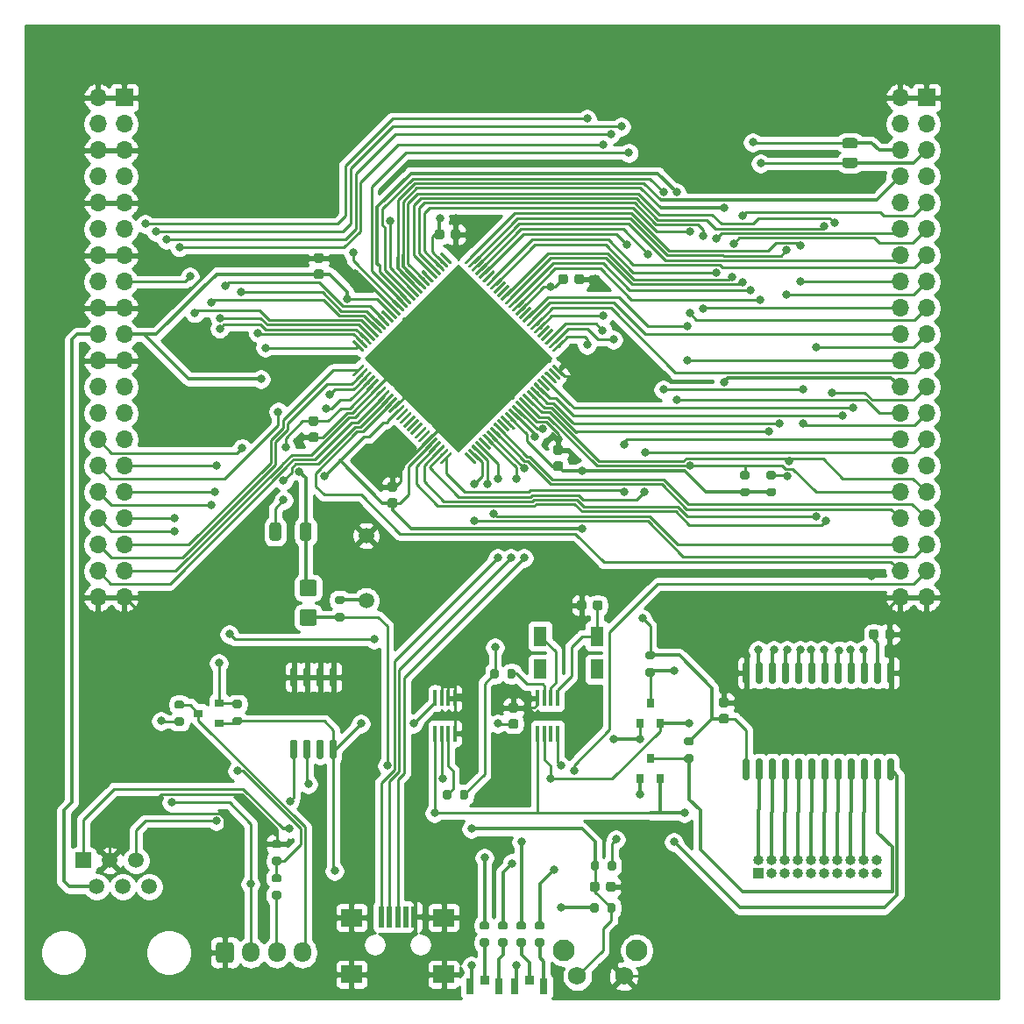
<source format=gtl>
%TF.GenerationSoftware,KiCad,Pcbnew,5.1.9+dfsg1-1*%
%TF.CreationDate,2021-05-17T22:01:10+02:00*%
%TF.ProjectId,PIC32MXCubeV1,50494333-324d-4584-9375-626556312e6b,rev?*%
%TF.SameCoordinates,Original*%
%TF.FileFunction,Copper,L1,Top*%
%TF.FilePolarity,Positive*%
%FSLAX46Y46*%
G04 Gerber Fmt 4.6, Leading zero omitted, Abs format (unit mm)*
G04 Created by KiCad (PCBNEW 5.1.9+dfsg1-1) date 2021-05-17 22:01:10*
%MOMM*%
%LPD*%
G01*
G04 APERTURE LIST*
%TA.AperFunction,SMDPad,CuDef*%
%ADD10R,0.900000X0.900000*%
%TD*%
%TA.AperFunction,SMDPad,CuDef*%
%ADD11R,0.750000X1.500000*%
%TD*%
%TA.AperFunction,ComponentPad*%
%ADD12C,1.520000*%
%TD*%
%TA.AperFunction,ComponentPad*%
%ADD13R,1.520000X1.520000*%
%TD*%
%TA.AperFunction,ComponentPad*%
%ADD14O,1.700000X1.700000*%
%TD*%
%TA.AperFunction,ComponentPad*%
%ADD15R,1.700000X1.700000*%
%TD*%
%TA.AperFunction,ComponentPad*%
%ADD16O,1.700000X1.950000*%
%TD*%
%TA.AperFunction,ComponentPad*%
%ADD17C,2.100000*%
%TD*%
%TA.AperFunction,ComponentPad*%
%ADD18C,1.750000*%
%TD*%
%TA.AperFunction,SMDPad,CuDef*%
%ADD19R,0.500000X2.000000*%
%TD*%
%TA.AperFunction,SMDPad,CuDef*%
%ADD20R,2.000000X1.700000*%
%TD*%
%TA.AperFunction,SMDPad,CuDef*%
%ADD21R,0.800000X0.900000*%
%TD*%
%TA.AperFunction,ComponentPad*%
%ADD22R,1.000000X1.000000*%
%TD*%
%TA.AperFunction,ComponentPad*%
%ADD23O,1.000000X1.000000*%
%TD*%
%TA.AperFunction,SMDPad,CuDef*%
%ADD24R,0.300000X1.600000*%
%TD*%
%TA.AperFunction,SMDPad,CuDef*%
%ADD25R,1.300000X1.900000*%
%TD*%
%TA.AperFunction,ComponentPad*%
%ADD26C,1.500000*%
%TD*%
%TA.AperFunction,SMDPad,CuDef*%
%ADD27R,0.900000X0.800000*%
%TD*%
%TA.AperFunction,ViaPad*%
%ADD28C,0.800000*%
%TD*%
%TA.AperFunction,Conductor*%
%ADD29C,0.250000*%
%TD*%
%TA.AperFunction,Conductor*%
%ADD30C,0.300000*%
%TD*%
%TA.AperFunction,Conductor*%
%ADD31C,0.254000*%
%TD*%
%TA.AperFunction,Conductor*%
%ADD32C,0.100000*%
%TD*%
G04 APERTURE END LIST*
%TO.P,U3001,1*%
%TO.N,GND*%
%TA.AperFunction,SMDPad,CuDef*%
G36*
G01*
X157203000Y-113406000D02*
X157503000Y-113406000D01*
G75*
G02*
X157653000Y-113556000I0J-150000D01*
G01*
X157653000Y-115156000D01*
G75*
G02*
X157503000Y-115306000I-150000J0D01*
G01*
X157203000Y-115306000D01*
G75*
G02*
X157053000Y-115156000I0J150000D01*
G01*
X157053000Y-113556000D01*
G75*
G02*
X157203000Y-113406000I150000J0D01*
G01*
G37*
%TD.AperFunction*%
%TO.P,U3001,2*%
%TA.AperFunction,SMDPad,CuDef*%
G36*
G01*
X155933000Y-113406000D02*
X156233000Y-113406000D01*
G75*
G02*
X156383000Y-113556000I0J-150000D01*
G01*
X156383000Y-115156000D01*
G75*
G02*
X156233000Y-115306000I-150000J0D01*
G01*
X155933000Y-115306000D01*
G75*
G02*
X155783000Y-115156000I0J150000D01*
G01*
X155783000Y-113556000D01*
G75*
G02*
X155933000Y-113406000I150000J0D01*
G01*
G37*
%TD.AperFunction*%
%TO.P,U3001,3*%
%TA.AperFunction,SMDPad,CuDef*%
G36*
G01*
X154663000Y-113406000D02*
X154963000Y-113406000D01*
G75*
G02*
X155113000Y-113556000I0J-150000D01*
G01*
X155113000Y-115156000D01*
G75*
G02*
X154963000Y-115306000I-150000J0D01*
G01*
X154663000Y-115306000D01*
G75*
G02*
X154513000Y-115156000I0J150000D01*
G01*
X154513000Y-113556000D01*
G75*
G02*
X154663000Y-113406000I150000J0D01*
G01*
G37*
%TD.AperFunction*%
%TO.P,U3001,4*%
%TA.AperFunction,SMDPad,CuDef*%
G36*
G01*
X153393000Y-113406000D02*
X153693000Y-113406000D01*
G75*
G02*
X153843000Y-113556000I0J-150000D01*
G01*
X153843000Y-115156000D01*
G75*
G02*
X153693000Y-115306000I-150000J0D01*
G01*
X153393000Y-115306000D01*
G75*
G02*
X153243000Y-115156000I0J150000D01*
G01*
X153243000Y-113556000D01*
G75*
G02*
X153393000Y-113406000I150000J0D01*
G01*
G37*
%TD.AperFunction*%
%TO.P,U3001,5*%
%TO.N,/SDA1*%
%TA.AperFunction,SMDPad,CuDef*%
G36*
G01*
X153393000Y-120406000D02*
X153693000Y-120406000D01*
G75*
G02*
X153843000Y-120556000I0J-150000D01*
G01*
X153843000Y-122156000D01*
G75*
G02*
X153693000Y-122306000I-150000J0D01*
G01*
X153393000Y-122306000D01*
G75*
G02*
X153243000Y-122156000I0J150000D01*
G01*
X153243000Y-120556000D01*
G75*
G02*
X153393000Y-120406000I150000J0D01*
G01*
G37*
%TD.AperFunction*%
%TO.P,U3001,6*%
%TO.N,/SCL1*%
%TA.AperFunction,SMDPad,CuDef*%
G36*
G01*
X154663000Y-120406000D02*
X154963000Y-120406000D01*
G75*
G02*
X155113000Y-120556000I0J-150000D01*
G01*
X155113000Y-122156000D01*
G75*
G02*
X154963000Y-122306000I-150000J0D01*
G01*
X154663000Y-122306000D01*
G75*
G02*
X154513000Y-122156000I0J150000D01*
G01*
X154513000Y-120556000D01*
G75*
G02*
X154663000Y-120406000I150000J0D01*
G01*
G37*
%TD.AperFunction*%
%TO.P,U3001,7*%
%TO.N,N/C*%
%TA.AperFunction,SMDPad,CuDef*%
G36*
G01*
X155933000Y-120406000D02*
X156233000Y-120406000D01*
G75*
G02*
X156383000Y-120556000I0J-150000D01*
G01*
X156383000Y-122156000D01*
G75*
G02*
X156233000Y-122306000I-150000J0D01*
G01*
X155933000Y-122306000D01*
G75*
G02*
X155783000Y-122156000I0J150000D01*
G01*
X155783000Y-120556000D01*
G75*
G02*
X155933000Y-120406000I150000J0D01*
G01*
G37*
%TD.AperFunction*%
%TO.P,U3001,8*%
%TO.N,+3V3*%
%TA.AperFunction,SMDPad,CuDef*%
G36*
G01*
X157203000Y-120406000D02*
X157503000Y-120406000D01*
G75*
G02*
X157653000Y-120556000I0J-150000D01*
G01*
X157653000Y-122156000D01*
G75*
G02*
X157503000Y-122306000I-150000J0D01*
G01*
X157203000Y-122306000D01*
G75*
G02*
X157053000Y-122156000I0J150000D01*
G01*
X157053000Y-120556000D01*
G75*
G02*
X157203000Y-120406000I150000J0D01*
G01*
G37*
%TD.AperFunction*%
%TD*%
%TO.P,R1002,2*%
%TO.N,/LED1*%
%TA.AperFunction,SMDPad,CuDef*%
G36*
G01*
X174011000Y-138767000D02*
X173461000Y-138767000D01*
G75*
G02*
X173261000Y-138567000I0J200000D01*
G01*
X173261000Y-138167000D01*
G75*
G02*
X173461000Y-137967000I200000J0D01*
G01*
X174011000Y-137967000D01*
G75*
G02*
X174211000Y-138167000I0J-200000D01*
G01*
X174211000Y-138567000D01*
G75*
G02*
X174011000Y-138767000I-200000J0D01*
G01*
G37*
%TD.AperFunction*%
%TO.P,R1002,1*%
%TO.N,Net-(D1001-Pad1)*%
%TA.AperFunction,SMDPad,CuDef*%
G36*
G01*
X174011000Y-140417000D02*
X173461000Y-140417000D01*
G75*
G02*
X173261000Y-140217000I0J200000D01*
G01*
X173261000Y-139817000D01*
G75*
G02*
X173461000Y-139617000I200000J0D01*
G01*
X174011000Y-139617000D01*
G75*
G02*
X174211000Y-139817000I0J-200000D01*
G01*
X174211000Y-140217000D01*
G75*
G02*
X174011000Y-140417000I-200000J0D01*
G01*
G37*
%TD.AperFunction*%
%TD*%
%TO.P,C3004,1*%
%TO.N,+3V3*%
%TA.AperFunction,SMDPad,CuDef*%
G36*
G01*
X163318000Y-97999000D02*
X162818000Y-97999000D01*
G75*
G02*
X162593000Y-97774000I0J225000D01*
G01*
X162593000Y-97324000D01*
G75*
G02*
X162818000Y-97099000I225000J0D01*
G01*
X163318000Y-97099000D01*
G75*
G02*
X163543000Y-97324000I0J-225000D01*
G01*
X163543000Y-97774000D01*
G75*
G02*
X163318000Y-97999000I-225000J0D01*
G01*
G37*
%TD.AperFunction*%
%TO.P,C3004,2*%
%TO.N,GND*%
%TA.AperFunction,SMDPad,CuDef*%
G36*
G01*
X163318000Y-96449000D02*
X162818000Y-96449000D01*
G75*
G02*
X162593000Y-96224000I0J225000D01*
G01*
X162593000Y-95774000D01*
G75*
G02*
X162818000Y-95549000I225000J0D01*
G01*
X163318000Y-95549000D01*
G75*
G02*
X163543000Y-95774000I0J-225000D01*
G01*
X163543000Y-96224000D01*
G75*
G02*
X163318000Y-96449000I-225000J0D01*
G01*
G37*
%TD.AperFunction*%
%TD*%
%TO.P,U3004,1*%
%TO.N,N/C*%
%TA.AperFunction,SMDPad,CuDef*%
G36*
G01*
X167667911Y-73436696D02*
X167773977Y-73330630D01*
G75*
G02*
X167880043Y-73330630I53033J-53033D01*
G01*
X168816959Y-74267546D01*
G75*
G02*
X168816959Y-74373612I-53033J-53033D01*
G01*
X168710893Y-74479678D01*
G75*
G02*
X168604827Y-74479678I-53033J53033D01*
G01*
X167667911Y-73542762D01*
G75*
G02*
X167667911Y-73436696I53033J53033D01*
G01*
G37*
%TD.AperFunction*%
%TO.P,U3004,2*%
%TO.N,+3V3*%
%TA.AperFunction,SMDPad,CuDef*%
G36*
G01*
X167314358Y-73790249D02*
X167420424Y-73684183D01*
G75*
G02*
X167526490Y-73684183I53033J-53033D01*
G01*
X168463406Y-74621099D01*
G75*
G02*
X168463406Y-74727165I-53033J-53033D01*
G01*
X168357340Y-74833231D01*
G75*
G02*
X168251274Y-74833231I-53033J53033D01*
G01*
X167314358Y-73896315D01*
G75*
G02*
X167314358Y-73790249I53033J53033D01*
G01*
G37*
%TD.AperFunction*%
%TO.P,U3004,3*%
%TO.N,/D5*%
%TA.AperFunction,SMDPad,CuDef*%
G36*
G01*
X166960804Y-74143802D02*
X167066870Y-74037736D01*
G75*
G02*
X167172936Y-74037736I53033J-53033D01*
G01*
X168109852Y-74974652D01*
G75*
G02*
X168109852Y-75080718I-53033J-53033D01*
G01*
X168003786Y-75186784D01*
G75*
G02*
X167897720Y-75186784I-53033J53033D01*
G01*
X166960804Y-74249868D01*
G75*
G02*
X166960804Y-74143802I53033J53033D01*
G01*
G37*
%TD.AperFunction*%
%TO.P,U3004,4*%
%TO.N,/D6*%
%TA.AperFunction,SMDPad,CuDef*%
G36*
G01*
X166607251Y-74497356D02*
X166713317Y-74391290D01*
G75*
G02*
X166819383Y-74391290I53033J-53033D01*
G01*
X167756299Y-75328206D01*
G75*
G02*
X167756299Y-75434272I-53033J-53033D01*
G01*
X167650233Y-75540338D01*
G75*
G02*
X167544167Y-75540338I-53033J53033D01*
G01*
X166607251Y-74603422D01*
G75*
G02*
X166607251Y-74497356I53033J53033D01*
G01*
G37*
%TD.AperFunction*%
%TO.P,U3004,5*%
%TO.N,/D7*%
%TA.AperFunction,SMDPad,CuDef*%
G36*
G01*
X166253697Y-74850909D02*
X166359763Y-74744843D01*
G75*
G02*
X166465829Y-74744843I53033J-53033D01*
G01*
X167402745Y-75681759D01*
G75*
G02*
X167402745Y-75787825I-53033J-53033D01*
G01*
X167296679Y-75893891D01*
G75*
G02*
X167190613Y-75893891I-53033J53033D01*
G01*
X166253697Y-74956975D01*
G75*
G02*
X166253697Y-74850909I53033J53033D01*
G01*
G37*
%TD.AperFunction*%
%TO.P,U3004,6*%
%TO.N,N/C*%
%TA.AperFunction,SMDPad,CuDef*%
G36*
G01*
X165900144Y-75204463D02*
X166006210Y-75098397D01*
G75*
G02*
X166112276Y-75098397I53033J-53033D01*
G01*
X167049192Y-76035313D01*
G75*
G02*
X167049192Y-76141379I-53033J-53033D01*
G01*
X166943126Y-76247445D01*
G75*
G02*
X166837060Y-76247445I-53033J53033D01*
G01*
X165900144Y-75310529D01*
G75*
G02*
X165900144Y-75204463I53033J53033D01*
G01*
G37*
%TD.AperFunction*%
%TO.P,U3004,7*%
%TO.N,/CS1*%
%TA.AperFunction,SMDPad,CuDef*%
G36*
G01*
X165546591Y-75558016D02*
X165652657Y-75451950D01*
G75*
G02*
X165758723Y-75451950I53033J-53033D01*
G01*
X166695639Y-76388866D01*
G75*
G02*
X166695639Y-76494932I-53033J-53033D01*
G01*
X166589573Y-76600998D01*
G75*
G02*
X166483507Y-76600998I-53033J53033D01*
G01*
X165546591Y-75664082D01*
G75*
G02*
X165546591Y-75558016I53033J53033D01*
G01*
G37*
%TD.AperFunction*%
%TO.P,U3004,8*%
%TO.N,/CS2*%
%TA.AperFunction,SMDPad,CuDef*%
G36*
G01*
X165193037Y-75911569D02*
X165299103Y-75805503D01*
G75*
G02*
X165405169Y-75805503I53033J-53033D01*
G01*
X166342085Y-76742419D01*
G75*
G02*
X166342085Y-76848485I-53033J-53033D01*
G01*
X166236019Y-76954551D01*
G75*
G02*
X166129953Y-76954551I-53033J53033D01*
G01*
X165193037Y-76017635D01*
G75*
G02*
X165193037Y-75911569I53033J53033D01*
G01*
G37*
%TD.AperFunction*%
%TO.P,U3004,9*%
%TO.N,/SDI1*%
%TA.AperFunction,SMDPad,CuDef*%
G36*
G01*
X164839484Y-76265123D02*
X164945550Y-76159057D01*
G75*
G02*
X165051616Y-76159057I53033J-53033D01*
G01*
X165988532Y-77095973D01*
G75*
G02*
X165988532Y-77202039I-53033J-53033D01*
G01*
X165882466Y-77308105D01*
G75*
G02*
X165776400Y-77308105I-53033J53033D01*
G01*
X164839484Y-76371189D01*
G75*
G02*
X164839484Y-76265123I53033J53033D01*
G01*
G37*
%TD.AperFunction*%
%TO.P,U3004,10*%
%TO.N,/PIC32MX795F512L/UART-TX*%
%TA.AperFunction,SMDPad,CuDef*%
G36*
G01*
X164485930Y-76618676D02*
X164591996Y-76512610D01*
G75*
G02*
X164698062Y-76512610I53033J-53033D01*
G01*
X165634978Y-77449526D01*
G75*
G02*
X165634978Y-77555592I-53033J-53033D01*
G01*
X165528912Y-77661658D01*
G75*
G02*
X165422846Y-77661658I-53033J53033D01*
G01*
X164485930Y-76724742D01*
G75*
G02*
X164485930Y-76618676I53033J53033D01*
G01*
G37*
%TD.AperFunction*%
%TO.P,U3004,11*%
%TO.N,/UART-RX1*%
%TA.AperFunction,SMDPad,CuDef*%
G36*
G01*
X164132377Y-76972230D02*
X164238443Y-76866164D01*
G75*
G02*
X164344509Y-76866164I53033J-53033D01*
G01*
X165281425Y-77803080D01*
G75*
G02*
X165281425Y-77909146I-53033J-53033D01*
G01*
X165175359Y-78015212D01*
G75*
G02*
X165069293Y-78015212I-53033J53033D01*
G01*
X164132377Y-77078296D01*
G75*
G02*
X164132377Y-76972230I53033J53033D01*
G01*
G37*
%TD.AperFunction*%
%TO.P,U3004,12*%
%TO.N,/UART-TX1*%
%TA.AperFunction,SMDPad,CuDef*%
G36*
G01*
X163778824Y-77325783D02*
X163884890Y-77219717D01*
G75*
G02*
X163990956Y-77219717I53033J-53033D01*
G01*
X164927872Y-78156633D01*
G75*
G02*
X164927872Y-78262699I-53033J-53033D01*
G01*
X164821806Y-78368765D01*
G75*
G02*
X164715740Y-78368765I-53033J53033D01*
G01*
X163778824Y-77431849D01*
G75*
G02*
X163778824Y-77325783I53033J53033D01*
G01*
G37*
%TD.AperFunction*%
%TO.P,U3004,13*%
%TO.N,Net-(R2002-Pad2)*%
%TA.AperFunction,SMDPad,CuDef*%
G36*
G01*
X163425270Y-77679336D02*
X163531336Y-77573270D01*
G75*
G02*
X163637402Y-77573270I53033J-53033D01*
G01*
X164574318Y-78510186D01*
G75*
G02*
X164574318Y-78616252I-53033J-53033D01*
G01*
X164468252Y-78722318D01*
G75*
G02*
X164362186Y-78722318I-53033J53033D01*
G01*
X163425270Y-77785402D01*
G75*
G02*
X163425270Y-77679336I53033J53033D01*
G01*
G37*
%TD.AperFunction*%
%TO.P,U3004,14*%
%TO.N,Net-(R3007-Pad2)*%
%TA.AperFunction,SMDPad,CuDef*%
G36*
G01*
X163071717Y-78032890D02*
X163177783Y-77926824D01*
G75*
G02*
X163283849Y-77926824I53033J-53033D01*
G01*
X164220765Y-78863740D01*
G75*
G02*
X164220765Y-78969806I-53033J-53033D01*
G01*
X164114699Y-79075872D01*
G75*
G02*
X164008633Y-79075872I-53033J53033D01*
G01*
X163071717Y-78138956D01*
G75*
G02*
X163071717Y-78032890I53033J53033D01*
G01*
G37*
%TD.AperFunction*%
%TO.P,U3004,15*%
%TO.N,GND*%
%TA.AperFunction,SMDPad,CuDef*%
G36*
G01*
X162718164Y-78386443D02*
X162824230Y-78280377D01*
G75*
G02*
X162930296Y-78280377I53033J-53033D01*
G01*
X163867212Y-79217293D01*
G75*
G02*
X163867212Y-79323359I-53033J-53033D01*
G01*
X163761146Y-79429425D01*
G75*
G02*
X163655080Y-79429425I-53033J53033D01*
G01*
X162718164Y-78492509D01*
G75*
G02*
X162718164Y-78386443I53033J53033D01*
G01*
G37*
%TD.AperFunction*%
%TO.P,U3004,16*%
%TO.N,+3V3*%
%TA.AperFunction,SMDPad,CuDef*%
G36*
G01*
X162364610Y-78739996D02*
X162470676Y-78633930D01*
G75*
G02*
X162576742Y-78633930I53033J-53033D01*
G01*
X163513658Y-79570846D01*
G75*
G02*
X163513658Y-79676912I-53033J-53033D01*
G01*
X163407592Y-79782978D01*
G75*
G02*
X163301526Y-79782978I-53033J53033D01*
G01*
X162364610Y-78846062D01*
G75*
G02*
X162364610Y-78739996I53033J53033D01*
G01*
G37*
%TD.AperFunction*%
%TO.P,U3004,17*%
%TO.N,N/C*%
%TA.AperFunction,SMDPad,CuDef*%
G36*
G01*
X162011057Y-79093550D02*
X162117123Y-78987484D01*
G75*
G02*
X162223189Y-78987484I53033J-53033D01*
G01*
X163160105Y-79924400D01*
G75*
G02*
X163160105Y-80030466I-53033J-53033D01*
G01*
X163054039Y-80136532D01*
G75*
G02*
X162947973Y-80136532I-53033J53033D01*
G01*
X162011057Y-79199616D01*
G75*
G02*
X162011057Y-79093550I53033J53033D01*
G01*
G37*
%TD.AperFunction*%
%TO.P,U3004,18*%
%TO.N,/INT1*%
%TA.AperFunction,SMDPad,CuDef*%
G36*
G01*
X161657503Y-79447103D02*
X161763569Y-79341037D01*
G75*
G02*
X161869635Y-79341037I53033J-53033D01*
G01*
X162806551Y-80277953D01*
G75*
G02*
X162806551Y-80384019I-53033J-53033D01*
G01*
X162700485Y-80490085D01*
G75*
G02*
X162594419Y-80490085I-53033J53033D01*
G01*
X161657503Y-79553169D01*
G75*
G02*
X161657503Y-79447103I53033J53033D01*
G01*
G37*
%TD.AperFunction*%
%TO.P,U3004,19*%
%TO.N,/INT0*%
%TA.AperFunction,SMDPad,CuDef*%
G36*
G01*
X161303950Y-79800657D02*
X161410016Y-79694591D01*
G75*
G02*
X161516082Y-79694591I53033J-53033D01*
G01*
X162452998Y-80631507D01*
G75*
G02*
X162452998Y-80737573I-53033J-53033D01*
G01*
X162346932Y-80843639D01*
G75*
G02*
X162240866Y-80843639I-53033J53033D01*
G01*
X161303950Y-79906723D01*
G75*
G02*
X161303950Y-79800657I53033J53033D01*
G01*
G37*
%TD.AperFunction*%
%TO.P,U3004,20*%
%TO.N,/IO3*%
%TA.AperFunction,SMDPad,CuDef*%
G36*
G01*
X160950397Y-80154210D02*
X161056463Y-80048144D01*
G75*
G02*
X161162529Y-80048144I53033J-53033D01*
G01*
X162099445Y-80985060D01*
G75*
G02*
X162099445Y-81091126I-53033J-53033D01*
G01*
X161993379Y-81197192D01*
G75*
G02*
X161887313Y-81197192I-53033J53033D01*
G01*
X160950397Y-80260276D01*
G75*
G02*
X160950397Y-80154210I53033J53033D01*
G01*
G37*
%TD.AperFunction*%
%TO.P,U3004,21*%
%TO.N,/IO2*%
%TA.AperFunction,SMDPad,CuDef*%
G36*
G01*
X160596843Y-80507763D02*
X160702909Y-80401697D01*
G75*
G02*
X160808975Y-80401697I53033J-53033D01*
G01*
X161745891Y-81338613D01*
G75*
G02*
X161745891Y-81444679I-53033J-53033D01*
G01*
X161639825Y-81550745D01*
G75*
G02*
X161533759Y-81550745I-53033J53033D01*
G01*
X160596843Y-80613829D01*
G75*
G02*
X160596843Y-80507763I53033J53033D01*
G01*
G37*
%TD.AperFunction*%
%TO.P,U3004,22*%
%TO.N,/IO1*%
%TA.AperFunction,SMDPad,CuDef*%
G36*
G01*
X160243290Y-80861317D02*
X160349356Y-80755251D01*
G75*
G02*
X160455422Y-80755251I53033J-53033D01*
G01*
X161392338Y-81692167D01*
G75*
G02*
X161392338Y-81798233I-53033J-53033D01*
G01*
X161286272Y-81904299D01*
G75*
G02*
X161180206Y-81904299I-53033J53033D01*
G01*
X160243290Y-80967383D01*
G75*
G02*
X160243290Y-80861317I53033J53033D01*
G01*
G37*
%TD.AperFunction*%
%TO.P,U3004,23*%
%TO.N,/IO0*%
%TA.AperFunction,SMDPad,CuDef*%
G36*
G01*
X159889736Y-81214870D02*
X159995802Y-81108804D01*
G75*
G02*
X160101868Y-81108804I53033J-53033D01*
G01*
X161038784Y-82045720D01*
G75*
G02*
X161038784Y-82151786I-53033J-53033D01*
G01*
X160932718Y-82257852D01*
G75*
G02*
X160826652Y-82257852I-53033J53033D01*
G01*
X159889736Y-81320936D01*
G75*
G02*
X159889736Y-81214870I53033J53033D01*
G01*
G37*
%TD.AperFunction*%
%TO.P,U3004,24*%
%TO.N,/PGEC1*%
%TA.AperFunction,SMDPad,CuDef*%
G36*
G01*
X159536183Y-81568424D02*
X159642249Y-81462358D01*
G75*
G02*
X159748315Y-81462358I53033J-53033D01*
G01*
X160685231Y-82399274D01*
G75*
G02*
X160685231Y-82505340I-53033J-53033D01*
G01*
X160579165Y-82611406D01*
G75*
G02*
X160473099Y-82611406I-53033J53033D01*
G01*
X159536183Y-81674490D01*
G75*
G02*
X159536183Y-81568424I53033J53033D01*
G01*
G37*
%TD.AperFunction*%
%TO.P,U3004,25*%
%TO.N,/PGED1*%
%TA.AperFunction,SMDPad,CuDef*%
G36*
G01*
X159182630Y-81921977D02*
X159288696Y-81815911D01*
G75*
G02*
X159394762Y-81815911I53033J-53033D01*
G01*
X160331678Y-82752827D01*
G75*
G02*
X160331678Y-82858893I-53033J-53033D01*
G01*
X160225612Y-82964959D01*
G75*
G02*
X160119546Y-82964959I-53033J53033D01*
G01*
X159182630Y-82028043D01*
G75*
G02*
X159182630Y-81921977I53033J53033D01*
G01*
G37*
%TD.AperFunction*%
%TO.P,U3004,26*%
%TO.N,/IO4*%
%TA.AperFunction,SMDPad,CuDef*%
G36*
G01*
X159182630Y-85103957D02*
X160119546Y-84167041D01*
G75*
G02*
X160225612Y-84167041I53033J-53033D01*
G01*
X160331678Y-84273107D01*
G75*
G02*
X160331678Y-84379173I-53033J-53033D01*
G01*
X159394762Y-85316089D01*
G75*
G02*
X159288696Y-85316089I-53033J53033D01*
G01*
X159182630Y-85210023D01*
G75*
G02*
X159182630Y-85103957I53033J53033D01*
G01*
G37*
%TD.AperFunction*%
%TO.P,U3004,27*%
%TO.N,/IO5*%
%TA.AperFunction,SMDPad,CuDef*%
G36*
G01*
X159536183Y-85457510D02*
X160473099Y-84520594D01*
G75*
G02*
X160579165Y-84520594I53033J-53033D01*
G01*
X160685231Y-84626660D01*
G75*
G02*
X160685231Y-84732726I-53033J-53033D01*
G01*
X159748315Y-85669642D01*
G75*
G02*
X159642249Y-85669642I-53033J53033D01*
G01*
X159536183Y-85563576D01*
G75*
G02*
X159536183Y-85457510I53033J53033D01*
G01*
G37*
%TD.AperFunction*%
%TO.P,U3004,28*%
%TO.N,Net-(R3005-Pad1)*%
%TA.AperFunction,SMDPad,CuDef*%
G36*
G01*
X159889736Y-85811064D02*
X160826652Y-84874148D01*
G75*
G02*
X160932718Y-84874148I53033J-53033D01*
G01*
X161038784Y-84980214D01*
G75*
G02*
X161038784Y-85086280I-53033J-53033D01*
G01*
X160101868Y-86023196D01*
G75*
G02*
X159995802Y-86023196I-53033J53033D01*
G01*
X159889736Y-85917130D01*
G75*
G02*
X159889736Y-85811064I53033J53033D01*
G01*
G37*
%TD.AperFunction*%
%TO.P,U3004,29*%
%TO.N,Net-(U2002-Pad7)*%
%TA.AperFunction,SMDPad,CuDef*%
G36*
G01*
X160243290Y-86164617D02*
X161180206Y-85227701D01*
G75*
G02*
X161286272Y-85227701I53033J-53033D01*
G01*
X161392338Y-85333767D01*
G75*
G02*
X161392338Y-85439833I-53033J-53033D01*
G01*
X160455422Y-86376749D01*
G75*
G02*
X160349356Y-86376749I-53033J53033D01*
G01*
X160243290Y-86270683D01*
G75*
G02*
X160243290Y-86164617I53033J53033D01*
G01*
G37*
%TD.AperFunction*%
%TO.P,U3004,30*%
%TO.N,Net-(C3002-Pad1)*%
%TA.AperFunction,SMDPad,CuDef*%
G36*
G01*
X160596843Y-86518171D02*
X161533759Y-85581255D01*
G75*
G02*
X161639825Y-85581255I53033J-53033D01*
G01*
X161745891Y-85687321D01*
G75*
G02*
X161745891Y-85793387I-53033J-53033D01*
G01*
X160808975Y-86730303D01*
G75*
G02*
X160702909Y-86730303I-53033J53033D01*
G01*
X160596843Y-86624237D01*
G75*
G02*
X160596843Y-86518171I53033J53033D01*
G01*
G37*
%TD.AperFunction*%
%TO.P,U3004,31*%
%TO.N,GND*%
%TA.AperFunction,SMDPad,CuDef*%
G36*
G01*
X160950397Y-86871724D02*
X161887313Y-85934808D01*
G75*
G02*
X161993379Y-85934808I53033J-53033D01*
G01*
X162099445Y-86040874D01*
G75*
G02*
X162099445Y-86146940I-53033J-53033D01*
G01*
X161162529Y-87083856D01*
G75*
G02*
X161056463Y-87083856I-53033J53033D01*
G01*
X160950397Y-86977790D01*
G75*
G02*
X160950397Y-86871724I53033J53033D01*
G01*
G37*
%TD.AperFunction*%
%TO.P,U3004,32*%
%TO.N,/IO6*%
%TA.AperFunction,SMDPad,CuDef*%
G36*
G01*
X161303950Y-87225277D02*
X162240866Y-86288361D01*
G75*
G02*
X162346932Y-86288361I53033J-53033D01*
G01*
X162452998Y-86394427D01*
G75*
G02*
X162452998Y-86500493I-53033J-53033D01*
G01*
X161516082Y-87437409D01*
G75*
G02*
X161410016Y-87437409I-53033J53033D01*
G01*
X161303950Y-87331343D01*
G75*
G02*
X161303950Y-87225277I53033J53033D01*
G01*
G37*
%TD.AperFunction*%
%TO.P,U3004,33*%
%TO.N,/IO7*%
%TA.AperFunction,SMDPad,CuDef*%
G36*
G01*
X161657503Y-87578831D02*
X162594419Y-86641915D01*
G75*
G02*
X162700485Y-86641915I53033J-53033D01*
G01*
X162806551Y-86747981D01*
G75*
G02*
X162806551Y-86854047I-53033J-53033D01*
G01*
X161869635Y-87790963D01*
G75*
G02*
X161763569Y-87790963I-53033J53033D01*
G01*
X161657503Y-87684897D01*
G75*
G02*
X161657503Y-87578831I53033J53033D01*
G01*
G37*
%TD.AperFunction*%
%TO.P,U3004,34*%
%TO.N,/IO8*%
%TA.AperFunction,SMDPad,CuDef*%
G36*
G01*
X162011057Y-87932384D02*
X162947973Y-86995468D01*
G75*
G02*
X163054039Y-86995468I53033J-53033D01*
G01*
X163160105Y-87101534D01*
G75*
G02*
X163160105Y-87207600I-53033J-53033D01*
G01*
X162223189Y-88144516D01*
G75*
G02*
X162117123Y-88144516I-53033J53033D01*
G01*
X162011057Y-88038450D01*
G75*
G02*
X162011057Y-87932384I53033J53033D01*
G01*
G37*
%TD.AperFunction*%
%TO.P,U3004,35*%
%TO.N,/IO9*%
%TA.AperFunction,SMDPad,CuDef*%
G36*
G01*
X162364610Y-88285938D02*
X163301526Y-87349022D01*
G75*
G02*
X163407592Y-87349022I53033J-53033D01*
G01*
X163513658Y-87455088D01*
G75*
G02*
X163513658Y-87561154I-53033J-53033D01*
G01*
X162576742Y-88498070D01*
G75*
G02*
X162470676Y-88498070I-53033J53033D01*
G01*
X162364610Y-88392004D01*
G75*
G02*
X162364610Y-88285938I53033J53033D01*
G01*
G37*
%TD.AperFunction*%
%TO.P,U3004,36*%
%TO.N,GND*%
%TA.AperFunction,SMDPad,CuDef*%
G36*
G01*
X162718164Y-88639491D02*
X163655080Y-87702575D01*
G75*
G02*
X163761146Y-87702575I53033J-53033D01*
G01*
X163867212Y-87808641D01*
G75*
G02*
X163867212Y-87914707I-53033J-53033D01*
G01*
X162930296Y-88851623D01*
G75*
G02*
X162824230Y-88851623I-53033J53033D01*
G01*
X162718164Y-88745557D01*
G75*
G02*
X162718164Y-88639491I53033J53033D01*
G01*
G37*
%TD.AperFunction*%
%TO.P,U3004,37*%
%TO.N,+3V3*%
%TA.AperFunction,SMDPad,CuDef*%
G36*
G01*
X163071717Y-88993044D02*
X164008633Y-88056128D01*
G75*
G02*
X164114699Y-88056128I53033J-53033D01*
G01*
X164220765Y-88162194D01*
G75*
G02*
X164220765Y-88268260I-53033J-53033D01*
G01*
X163283849Y-89205176D01*
G75*
G02*
X163177783Y-89205176I-53033J53033D01*
G01*
X163071717Y-89099110D01*
G75*
G02*
X163071717Y-88993044I53033J53033D01*
G01*
G37*
%TD.AperFunction*%
%TO.P,U3004,38*%
%TO.N,N/C*%
%TA.AperFunction,SMDPad,CuDef*%
G36*
G01*
X163425270Y-89346598D02*
X164362186Y-88409682D01*
G75*
G02*
X164468252Y-88409682I53033J-53033D01*
G01*
X164574318Y-88515748D01*
G75*
G02*
X164574318Y-88621814I-53033J-53033D01*
G01*
X163637402Y-89558730D01*
G75*
G02*
X163531336Y-89558730I-53033J53033D01*
G01*
X163425270Y-89452664D01*
G75*
G02*
X163425270Y-89346598I53033J53033D01*
G01*
G37*
%TD.AperFunction*%
%TO.P,U3004,39*%
%TA.AperFunction,SMDPad,CuDef*%
G36*
G01*
X163778824Y-89700151D02*
X164715740Y-88763235D01*
G75*
G02*
X164821806Y-88763235I53033J-53033D01*
G01*
X164927872Y-88869301D01*
G75*
G02*
X164927872Y-88975367I-53033J-53033D01*
G01*
X163990956Y-89912283D01*
G75*
G02*
X163884890Y-89912283I-53033J53033D01*
G01*
X163778824Y-89806217D01*
G75*
G02*
X163778824Y-89700151I53033J53033D01*
G01*
G37*
%TD.AperFunction*%
%TO.P,U3004,40*%
%TA.AperFunction,SMDPad,CuDef*%
G36*
G01*
X164132377Y-90053704D02*
X165069293Y-89116788D01*
G75*
G02*
X165175359Y-89116788I53033J-53033D01*
G01*
X165281425Y-89222854D01*
G75*
G02*
X165281425Y-89328920I-53033J-53033D01*
G01*
X164344509Y-90265836D01*
G75*
G02*
X164238443Y-90265836I-53033J53033D01*
G01*
X164132377Y-90159770D01*
G75*
G02*
X164132377Y-90053704I53033J53033D01*
G01*
G37*
%TD.AperFunction*%
%TO.P,U3004,41*%
%TA.AperFunction,SMDPad,CuDef*%
G36*
G01*
X164485930Y-90407258D02*
X165422846Y-89470342D01*
G75*
G02*
X165528912Y-89470342I53033J-53033D01*
G01*
X165634978Y-89576408D01*
G75*
G02*
X165634978Y-89682474I-53033J-53033D01*
G01*
X164698062Y-90619390D01*
G75*
G02*
X164591996Y-90619390I-53033J53033D01*
G01*
X164485930Y-90513324D01*
G75*
G02*
X164485930Y-90407258I53033J53033D01*
G01*
G37*
%TD.AperFunction*%
%TO.P,U3004,42*%
%TA.AperFunction,SMDPad,CuDef*%
G36*
G01*
X164839484Y-90760811D02*
X165776400Y-89823895D01*
G75*
G02*
X165882466Y-89823895I53033J-53033D01*
G01*
X165988532Y-89929961D01*
G75*
G02*
X165988532Y-90036027I-53033J-53033D01*
G01*
X165051616Y-90972943D01*
G75*
G02*
X164945550Y-90972943I-53033J53033D01*
G01*
X164839484Y-90866877D01*
G75*
G02*
X164839484Y-90760811I53033J53033D01*
G01*
G37*
%TD.AperFunction*%
%TO.P,U3004,43*%
%TA.AperFunction,SMDPad,CuDef*%
G36*
G01*
X165193037Y-91114365D02*
X166129953Y-90177449D01*
G75*
G02*
X166236019Y-90177449I53033J-53033D01*
G01*
X166342085Y-90283515D01*
G75*
G02*
X166342085Y-90389581I-53033J-53033D01*
G01*
X165405169Y-91326497D01*
G75*
G02*
X165299103Y-91326497I-53033J53033D01*
G01*
X165193037Y-91220431D01*
G75*
G02*
X165193037Y-91114365I53033J53033D01*
G01*
G37*
%TD.AperFunction*%
%TO.P,U3004,44*%
%TA.AperFunction,SMDPad,CuDef*%
G36*
G01*
X165546591Y-91467918D02*
X166483507Y-90531002D01*
G75*
G02*
X166589573Y-90531002I53033J-53033D01*
G01*
X166695639Y-90637068D01*
G75*
G02*
X166695639Y-90743134I-53033J-53033D01*
G01*
X165758723Y-91680050D01*
G75*
G02*
X165652657Y-91680050I-53033J53033D01*
G01*
X165546591Y-91573984D01*
G75*
G02*
X165546591Y-91467918I53033J53033D01*
G01*
G37*
%TD.AperFunction*%
%TO.P,U3004,45*%
%TO.N,GND*%
%TA.AperFunction,SMDPad,CuDef*%
G36*
G01*
X165900144Y-91821471D02*
X166837060Y-90884555D01*
G75*
G02*
X166943126Y-90884555I53033J-53033D01*
G01*
X167049192Y-90990621D01*
G75*
G02*
X167049192Y-91096687I-53033J-53033D01*
G01*
X166112276Y-92033603D01*
G75*
G02*
X166006210Y-92033603I-53033J53033D01*
G01*
X165900144Y-91927537D01*
G75*
G02*
X165900144Y-91821471I53033J53033D01*
G01*
G37*
%TD.AperFunction*%
%TO.P,U3004,46*%
%TO.N,+3V3*%
%TA.AperFunction,SMDPad,CuDef*%
G36*
G01*
X166253697Y-92175025D02*
X167190613Y-91238109D01*
G75*
G02*
X167296679Y-91238109I53033J-53033D01*
G01*
X167402745Y-91344175D01*
G75*
G02*
X167402745Y-91450241I-53033J-53033D01*
G01*
X166465829Y-92387157D01*
G75*
G02*
X166359763Y-92387157I-53033J53033D01*
G01*
X166253697Y-92281091D01*
G75*
G02*
X166253697Y-92175025I53033J53033D01*
G01*
G37*
%TD.AperFunction*%
%TO.P,U3004,47*%
%TO.N,/UART-RX3*%
%TA.AperFunction,SMDPad,CuDef*%
G36*
G01*
X166607251Y-92528578D02*
X167544167Y-91591662D01*
G75*
G02*
X167650233Y-91591662I53033J-53033D01*
G01*
X167756299Y-91697728D01*
G75*
G02*
X167756299Y-91803794I-53033J-53033D01*
G01*
X166819383Y-92740710D01*
G75*
G02*
X166713317Y-92740710I-53033J53033D01*
G01*
X166607251Y-92634644D01*
G75*
G02*
X166607251Y-92528578I53033J53033D01*
G01*
G37*
%TD.AperFunction*%
%TO.P,U3004,48*%
%TO.N,/UART-TX3*%
%TA.AperFunction,SMDPad,CuDef*%
G36*
G01*
X166960804Y-92882132D02*
X167897720Y-91945216D01*
G75*
G02*
X168003786Y-91945216I53033J-53033D01*
G01*
X168109852Y-92051282D01*
G75*
G02*
X168109852Y-92157348I-53033J-53033D01*
G01*
X167172936Y-93094264D01*
G75*
G02*
X167066870Y-93094264I-53033J53033D01*
G01*
X166960804Y-92988198D01*
G75*
G02*
X166960804Y-92882132I53033J53033D01*
G01*
G37*
%TD.AperFunction*%
%TO.P,U3004,49*%
%TO.N,/UART-RX2*%
%TA.AperFunction,SMDPad,CuDef*%
G36*
G01*
X167314358Y-93235685D02*
X168251274Y-92298769D01*
G75*
G02*
X168357340Y-92298769I53033J-53033D01*
G01*
X168463406Y-92404835D01*
G75*
G02*
X168463406Y-92510901I-53033J-53033D01*
G01*
X167526490Y-93447817D01*
G75*
G02*
X167420424Y-93447817I-53033J53033D01*
G01*
X167314358Y-93341751D01*
G75*
G02*
X167314358Y-93235685I53033J53033D01*
G01*
G37*
%TD.AperFunction*%
%TO.P,U3004,50*%
%TO.N,/UART-TX2*%
%TA.AperFunction,SMDPad,CuDef*%
G36*
G01*
X167667911Y-93589238D02*
X168604827Y-92652322D01*
G75*
G02*
X168710893Y-92652322I53033J-53033D01*
G01*
X168816959Y-92758388D01*
G75*
G02*
X168816959Y-92864454I-53033J-53033D01*
G01*
X167880043Y-93801370D01*
G75*
G02*
X167773977Y-93801370I-53033J53033D01*
G01*
X167667911Y-93695304D01*
G75*
G02*
X167667911Y-93589238I53033J53033D01*
G01*
G37*
%TD.AperFunction*%
%TO.P,U3004,51*%
%TO.N,N/C*%
%TA.AperFunction,SMDPad,CuDef*%
G36*
G01*
X170019041Y-92758388D02*
X170125107Y-92652322D01*
G75*
G02*
X170231173Y-92652322I53033J-53033D01*
G01*
X171168089Y-93589238D01*
G75*
G02*
X171168089Y-93695304I-53033J-53033D01*
G01*
X171062023Y-93801370D01*
G75*
G02*
X170955957Y-93801370I-53033J53033D01*
G01*
X170019041Y-92864454D01*
G75*
G02*
X170019041Y-92758388I53033J53033D01*
G01*
G37*
%TD.AperFunction*%
%TO.P,U3004,52*%
%TO.N,/SDA3*%
%TA.AperFunction,SMDPad,CuDef*%
G36*
G01*
X170372594Y-92404835D02*
X170478660Y-92298769D01*
G75*
G02*
X170584726Y-92298769I53033J-53033D01*
G01*
X171521642Y-93235685D01*
G75*
G02*
X171521642Y-93341751I-53033J-53033D01*
G01*
X171415576Y-93447817D01*
G75*
G02*
X171309510Y-93447817I-53033J53033D01*
G01*
X170372594Y-92510901D01*
G75*
G02*
X170372594Y-92404835I53033J53033D01*
G01*
G37*
%TD.AperFunction*%
%TO.P,U3004,53*%
%TO.N,/SCL3*%
%TA.AperFunction,SMDPad,CuDef*%
G36*
G01*
X170726148Y-92051282D02*
X170832214Y-91945216D01*
G75*
G02*
X170938280Y-91945216I53033J-53033D01*
G01*
X171875196Y-92882132D01*
G75*
G02*
X171875196Y-92988198I-53033J-53033D01*
G01*
X171769130Y-93094264D01*
G75*
G02*
X171663064Y-93094264I-53033J53033D01*
G01*
X170726148Y-92157348D01*
G75*
G02*
X170726148Y-92051282I53033J53033D01*
G01*
G37*
%TD.AperFunction*%
%TO.P,U3004,54*%
%TO.N,/VBUS*%
%TA.AperFunction,SMDPad,CuDef*%
G36*
G01*
X171079701Y-91697728D02*
X171185767Y-91591662D01*
G75*
G02*
X171291833Y-91591662I53033J-53033D01*
G01*
X172228749Y-92528578D01*
G75*
G02*
X172228749Y-92634644I-53033J-53033D01*
G01*
X172122683Y-92740710D01*
G75*
G02*
X172016617Y-92740710I-53033J53033D01*
G01*
X171079701Y-91803794D01*
G75*
G02*
X171079701Y-91697728I53033J53033D01*
G01*
G37*
%TD.AperFunction*%
%TO.P,U3004,55*%
%TO.N,N/C*%
%TA.AperFunction,SMDPad,CuDef*%
G36*
G01*
X171433255Y-91344175D02*
X171539321Y-91238109D01*
G75*
G02*
X171645387Y-91238109I53033J-53033D01*
G01*
X172582303Y-92175025D01*
G75*
G02*
X172582303Y-92281091I-53033J-53033D01*
G01*
X172476237Y-92387157D01*
G75*
G02*
X172370171Y-92387157I-53033J53033D01*
G01*
X171433255Y-91450241D01*
G75*
G02*
X171433255Y-91344175I53033J53033D01*
G01*
G37*
%TD.AperFunction*%
%TO.P,U3004,56*%
%TO.N,/USBN*%
%TA.AperFunction,SMDPad,CuDef*%
G36*
G01*
X171786808Y-90990621D02*
X171892874Y-90884555D01*
G75*
G02*
X171998940Y-90884555I53033J-53033D01*
G01*
X172935856Y-91821471D01*
G75*
G02*
X172935856Y-91927537I-53033J-53033D01*
G01*
X172829790Y-92033603D01*
G75*
G02*
X172723724Y-92033603I-53033J53033D01*
G01*
X171786808Y-91096687D01*
G75*
G02*
X171786808Y-90990621I53033J53033D01*
G01*
G37*
%TD.AperFunction*%
%TO.P,U3004,57*%
%TO.N,/USBP*%
%TA.AperFunction,SMDPad,CuDef*%
G36*
G01*
X172140361Y-90637068D02*
X172246427Y-90531002D01*
G75*
G02*
X172352493Y-90531002I53033J-53033D01*
G01*
X173289409Y-91467918D01*
G75*
G02*
X173289409Y-91573984I-53033J-53033D01*
G01*
X173183343Y-91680050D01*
G75*
G02*
X173077277Y-91680050I-53033J53033D01*
G01*
X172140361Y-90743134D01*
G75*
G02*
X172140361Y-90637068I53033J53033D01*
G01*
G37*
%TD.AperFunction*%
%TO.P,U3004,58*%
%TO.N,/SCL2*%
%TA.AperFunction,SMDPad,CuDef*%
G36*
G01*
X172493915Y-90283515D02*
X172599981Y-90177449D01*
G75*
G02*
X172706047Y-90177449I53033J-53033D01*
G01*
X173642963Y-91114365D01*
G75*
G02*
X173642963Y-91220431I-53033J-53033D01*
G01*
X173536897Y-91326497D01*
G75*
G02*
X173430831Y-91326497I-53033J53033D01*
G01*
X172493915Y-90389581D01*
G75*
G02*
X172493915Y-90283515I53033J53033D01*
G01*
G37*
%TD.AperFunction*%
%TO.P,U3004,59*%
%TO.N,/SDA2*%
%TA.AperFunction,SMDPad,CuDef*%
G36*
G01*
X172847468Y-89929961D02*
X172953534Y-89823895D01*
G75*
G02*
X173059600Y-89823895I53033J-53033D01*
G01*
X173996516Y-90760811D01*
G75*
G02*
X173996516Y-90866877I-53033J-53033D01*
G01*
X173890450Y-90972943D01*
G75*
G02*
X173784384Y-90972943I-53033J53033D01*
G01*
X172847468Y-90036027D01*
G75*
G02*
X172847468Y-89929961I53033J53033D01*
G01*
G37*
%TD.AperFunction*%
%TO.P,U3004,60*%
%TO.N,N/C*%
%TA.AperFunction,SMDPad,CuDef*%
G36*
G01*
X173201022Y-89576408D02*
X173307088Y-89470342D01*
G75*
G02*
X173413154Y-89470342I53033J-53033D01*
G01*
X174350070Y-90407258D01*
G75*
G02*
X174350070Y-90513324I-53033J-53033D01*
G01*
X174244004Y-90619390D01*
G75*
G02*
X174137938Y-90619390I-53033J53033D01*
G01*
X173201022Y-89682474D01*
G75*
G02*
X173201022Y-89576408I53033J53033D01*
G01*
G37*
%TD.AperFunction*%
%TO.P,U3004,61*%
%TA.AperFunction,SMDPad,CuDef*%
G36*
G01*
X173554575Y-89222854D02*
X173660641Y-89116788D01*
G75*
G02*
X173766707Y-89116788I53033J-53033D01*
G01*
X174703623Y-90053704D01*
G75*
G02*
X174703623Y-90159770I-53033J-53033D01*
G01*
X174597557Y-90265836D01*
G75*
G02*
X174491491Y-90265836I-53033J53033D01*
G01*
X173554575Y-89328920D01*
G75*
G02*
X173554575Y-89222854I53033J53033D01*
G01*
G37*
%TD.AperFunction*%
%TO.P,U3004,62*%
%TO.N,+3V3*%
%TA.AperFunction,SMDPad,CuDef*%
G36*
G01*
X173908128Y-88869301D02*
X174014194Y-88763235D01*
G75*
G02*
X174120260Y-88763235I53033J-53033D01*
G01*
X175057176Y-89700151D01*
G75*
G02*
X175057176Y-89806217I-53033J-53033D01*
G01*
X174951110Y-89912283D01*
G75*
G02*
X174845044Y-89912283I-53033J53033D01*
G01*
X173908128Y-88975367D01*
G75*
G02*
X173908128Y-88869301I53033J53033D01*
G01*
G37*
%TD.AperFunction*%
%TO.P,U3004,63*%
%TO.N,Net-(C2002-Pad1)*%
%TA.AperFunction,SMDPad,CuDef*%
G36*
G01*
X174261682Y-88515748D02*
X174367748Y-88409682D01*
G75*
G02*
X174473814Y-88409682I53033J-53033D01*
G01*
X175410730Y-89346598D01*
G75*
G02*
X175410730Y-89452664I-53033J-53033D01*
G01*
X175304664Y-89558730D01*
G75*
G02*
X175198598Y-89558730I-53033J53033D01*
G01*
X174261682Y-88621814D01*
G75*
G02*
X174261682Y-88515748I53033J53033D01*
G01*
G37*
%TD.AperFunction*%
%TO.P,U3004,64*%
%TO.N,Net-(C2001-Pad1)*%
%TA.AperFunction,SMDPad,CuDef*%
G36*
G01*
X174615235Y-88162194D02*
X174721301Y-88056128D01*
G75*
G02*
X174827367Y-88056128I53033J-53033D01*
G01*
X175764283Y-88993044D01*
G75*
G02*
X175764283Y-89099110I-53033J-53033D01*
G01*
X175658217Y-89205176D01*
G75*
G02*
X175552151Y-89205176I-53033J53033D01*
G01*
X174615235Y-88268260D01*
G75*
G02*
X174615235Y-88162194I53033J53033D01*
G01*
G37*
%TD.AperFunction*%
%TO.P,U3004,65*%
%TO.N,GND*%
%TA.AperFunction,SMDPad,CuDef*%
G36*
G01*
X174968788Y-87808641D02*
X175074854Y-87702575D01*
G75*
G02*
X175180920Y-87702575I53033J-53033D01*
G01*
X176117836Y-88639491D01*
G75*
G02*
X176117836Y-88745557I-53033J-53033D01*
G01*
X176011770Y-88851623D01*
G75*
G02*
X175905704Y-88851623I-53033J53033D01*
G01*
X174968788Y-87914707D01*
G75*
G02*
X174968788Y-87808641I53033J53033D01*
G01*
G37*
%TD.AperFunction*%
%TO.P,U3004,66*%
%TO.N,/SCL1*%
%TA.AperFunction,SMDPad,CuDef*%
G36*
G01*
X175322342Y-87455088D02*
X175428408Y-87349022D01*
G75*
G02*
X175534474Y-87349022I53033J-53033D01*
G01*
X176471390Y-88285938D01*
G75*
G02*
X176471390Y-88392004I-53033J-53033D01*
G01*
X176365324Y-88498070D01*
G75*
G02*
X176259258Y-88498070I-53033J53033D01*
G01*
X175322342Y-87561154D01*
G75*
G02*
X175322342Y-87455088I53033J53033D01*
G01*
G37*
%TD.AperFunction*%
%TO.P,U3004,67*%
%TO.N,/SDA1*%
%TA.AperFunction,SMDPad,CuDef*%
G36*
G01*
X175675895Y-87101534D02*
X175781961Y-86995468D01*
G75*
G02*
X175888027Y-86995468I53033J-53033D01*
G01*
X176824943Y-87932384D01*
G75*
G02*
X176824943Y-88038450I-53033J-53033D01*
G01*
X176718877Y-88144516D01*
G75*
G02*
X176612811Y-88144516I-53033J53033D01*
G01*
X175675895Y-87207600D01*
G75*
G02*
X175675895Y-87101534I53033J53033D01*
G01*
G37*
%TD.AperFunction*%
%TO.P,U3004,68*%
%TO.N,/IC2*%
%TA.AperFunction,SMDPad,CuDef*%
G36*
G01*
X176029449Y-86747981D02*
X176135515Y-86641915D01*
G75*
G02*
X176241581Y-86641915I53033J-53033D01*
G01*
X177178497Y-87578831D01*
G75*
G02*
X177178497Y-87684897I-53033J-53033D01*
G01*
X177072431Y-87790963D01*
G75*
G02*
X176966365Y-87790963I-53033J53033D01*
G01*
X176029449Y-86854047D01*
G75*
G02*
X176029449Y-86747981I53033J53033D01*
G01*
G37*
%TD.AperFunction*%
%TO.P,U3004,69*%
%TO.N,/IC1*%
%TA.AperFunction,SMDPad,CuDef*%
G36*
G01*
X176383002Y-86394427D02*
X176489068Y-86288361D01*
G75*
G02*
X176595134Y-86288361I53033J-53033D01*
G01*
X177532050Y-87225277D01*
G75*
G02*
X177532050Y-87331343I-53033J-53033D01*
G01*
X177425984Y-87437409D01*
G75*
G02*
X177319918Y-87437409I-53033J53033D01*
G01*
X176383002Y-86500493D01*
G75*
G02*
X176383002Y-86394427I53033J53033D01*
G01*
G37*
%TD.AperFunction*%
%TO.P,U3004,70*%
%TO.N,/SCK1*%
%TA.AperFunction,SMDPad,CuDef*%
G36*
G01*
X176736555Y-86040874D02*
X176842621Y-85934808D01*
G75*
G02*
X176948687Y-85934808I53033J-53033D01*
G01*
X177885603Y-86871724D01*
G75*
G02*
X177885603Y-86977790I-53033J-53033D01*
G01*
X177779537Y-87083856D01*
G75*
G02*
X177673471Y-87083856I-53033J53033D01*
G01*
X176736555Y-86146940D01*
G75*
G02*
X176736555Y-86040874I53033J53033D01*
G01*
G37*
%TD.AperFunction*%
%TO.P,U3004,71*%
%TO.N,N/C*%
%TA.AperFunction,SMDPad,CuDef*%
G36*
G01*
X177090109Y-85687321D02*
X177196175Y-85581255D01*
G75*
G02*
X177302241Y-85581255I53033J-53033D01*
G01*
X178239157Y-86518171D01*
G75*
G02*
X178239157Y-86624237I-53033J-53033D01*
G01*
X178133091Y-86730303D01*
G75*
G02*
X178027025Y-86730303I-53033J53033D01*
G01*
X177090109Y-85793387D01*
G75*
G02*
X177090109Y-85687321I53033J53033D01*
G01*
G37*
%TD.AperFunction*%
%TO.P,U3004,72*%
%TO.N,/SDO1*%
%TA.AperFunction,SMDPad,CuDef*%
G36*
G01*
X177443662Y-85333767D02*
X177549728Y-85227701D01*
G75*
G02*
X177655794Y-85227701I53033J-53033D01*
G01*
X178592710Y-86164617D01*
G75*
G02*
X178592710Y-86270683I-53033J-53033D01*
G01*
X178486644Y-86376749D01*
G75*
G02*
X178380578Y-86376749I-53033J53033D01*
G01*
X177443662Y-85439833D01*
G75*
G02*
X177443662Y-85333767I53033J53033D01*
G01*
G37*
%TD.AperFunction*%
%TO.P,U3004,73*%
%TO.N,N/C*%
%TA.AperFunction,SMDPad,CuDef*%
G36*
G01*
X177797216Y-84980214D02*
X177903282Y-84874148D01*
G75*
G02*
X178009348Y-84874148I53033J-53033D01*
G01*
X178946264Y-85811064D01*
G75*
G02*
X178946264Y-85917130I-53033J-53033D01*
G01*
X178840198Y-86023196D01*
G75*
G02*
X178734132Y-86023196I-53033J53033D01*
G01*
X177797216Y-85086280D01*
G75*
G02*
X177797216Y-84980214I53033J53033D01*
G01*
G37*
%TD.AperFunction*%
%TO.P,U3004,74*%
%TA.AperFunction,SMDPad,CuDef*%
G36*
G01*
X178150769Y-84626660D02*
X178256835Y-84520594D01*
G75*
G02*
X178362901Y-84520594I53033J-53033D01*
G01*
X179299817Y-85457510D01*
G75*
G02*
X179299817Y-85563576I-53033J-53033D01*
G01*
X179193751Y-85669642D01*
G75*
G02*
X179087685Y-85669642I-53033J53033D01*
G01*
X178150769Y-84732726D01*
G75*
G02*
X178150769Y-84626660I53033J53033D01*
G01*
G37*
%TD.AperFunction*%
%TO.P,U3004,75*%
%TO.N,GND*%
%TA.AperFunction,SMDPad,CuDef*%
G36*
G01*
X178504322Y-84273107D02*
X178610388Y-84167041D01*
G75*
G02*
X178716454Y-84167041I53033J-53033D01*
G01*
X179653370Y-85103957D01*
G75*
G02*
X179653370Y-85210023I-53033J-53033D01*
G01*
X179547304Y-85316089D01*
G75*
G02*
X179441238Y-85316089I-53033J53033D01*
G01*
X178504322Y-84379173D01*
G75*
G02*
X178504322Y-84273107I53033J53033D01*
G01*
G37*
%TD.AperFunction*%
%TO.P,U3004,76*%
%TO.N,/PWM0*%
%TA.AperFunction,SMDPad,CuDef*%
G36*
G01*
X178504322Y-82752827D02*
X179441238Y-81815911D01*
G75*
G02*
X179547304Y-81815911I53033J-53033D01*
G01*
X179653370Y-81921977D01*
G75*
G02*
X179653370Y-82028043I-53033J-53033D01*
G01*
X178716454Y-82964959D01*
G75*
G02*
X178610388Y-82964959I-53033J53033D01*
G01*
X178504322Y-82858893D01*
G75*
G02*
X178504322Y-82752827I53033J53033D01*
G01*
G37*
%TD.AperFunction*%
%TO.P,U3004,77*%
%TO.N,/PWM1*%
%TA.AperFunction,SMDPad,CuDef*%
G36*
G01*
X178150769Y-82399274D02*
X179087685Y-81462358D01*
G75*
G02*
X179193751Y-81462358I53033J-53033D01*
G01*
X179299817Y-81568424D01*
G75*
G02*
X179299817Y-81674490I-53033J-53033D01*
G01*
X178362901Y-82611406D01*
G75*
G02*
X178256835Y-82611406I-53033J53033D01*
G01*
X178150769Y-82505340D01*
G75*
G02*
X178150769Y-82399274I53033J53033D01*
G01*
G37*
%TD.AperFunction*%
%TO.P,U3004,78*%
%TO.N,/PWM2*%
%TA.AperFunction,SMDPad,CuDef*%
G36*
G01*
X177797216Y-82045720D02*
X178734132Y-81108804D01*
G75*
G02*
X178840198Y-81108804I53033J-53033D01*
G01*
X178946264Y-81214870D01*
G75*
G02*
X178946264Y-81320936I-53033J-53033D01*
G01*
X178009348Y-82257852D01*
G75*
G02*
X177903282Y-82257852I-53033J53033D01*
G01*
X177797216Y-82151786D01*
G75*
G02*
X177797216Y-82045720I53033J53033D01*
G01*
G37*
%TD.AperFunction*%
%TO.P,U3004,79*%
%TO.N,N/C*%
%TA.AperFunction,SMDPad,CuDef*%
G36*
G01*
X177443662Y-81692167D02*
X178380578Y-80755251D01*
G75*
G02*
X178486644Y-80755251I53033J-53033D01*
G01*
X178592710Y-80861317D01*
G75*
G02*
X178592710Y-80967383I-53033J-53033D01*
G01*
X177655794Y-81904299D01*
G75*
G02*
X177549728Y-81904299I-53033J53033D01*
G01*
X177443662Y-81798233D01*
G75*
G02*
X177443662Y-81692167I53033J53033D01*
G01*
G37*
%TD.AperFunction*%
%TO.P,U3004,80*%
%TA.AperFunction,SMDPad,CuDef*%
G36*
G01*
X177090109Y-81338613D02*
X178027025Y-80401697D01*
G75*
G02*
X178133091Y-80401697I53033J-53033D01*
G01*
X178239157Y-80507763D01*
G75*
G02*
X178239157Y-80613829I-53033J-53033D01*
G01*
X177302241Y-81550745D01*
G75*
G02*
X177196175Y-81550745I-53033J53033D01*
G01*
X177090109Y-81444679D01*
G75*
G02*
X177090109Y-81338613I53033J53033D01*
G01*
G37*
%TD.AperFunction*%
%TO.P,U3004,81*%
%TO.N,/PWM3*%
%TA.AperFunction,SMDPad,CuDef*%
G36*
G01*
X176736555Y-80985060D02*
X177673471Y-80048144D01*
G75*
G02*
X177779537Y-80048144I53033J-53033D01*
G01*
X177885603Y-80154210D01*
G75*
G02*
X177885603Y-80260276I-53033J-53033D01*
G01*
X176948687Y-81197192D01*
G75*
G02*
X176842621Y-81197192I-53033J53033D01*
G01*
X176736555Y-81091126D01*
G75*
G02*
X176736555Y-80985060I53033J53033D01*
G01*
G37*
%TD.AperFunction*%
%TO.P,U3004,82*%
%TO.N,/RS*%
%TA.AperFunction,SMDPad,CuDef*%
G36*
G01*
X176383002Y-80631507D02*
X177319918Y-79694591D01*
G75*
G02*
X177425984Y-79694591I53033J-53033D01*
G01*
X177532050Y-79800657D01*
G75*
G02*
X177532050Y-79906723I-53033J-53033D01*
G01*
X176595134Y-80843639D01*
G75*
G02*
X176489068Y-80843639I-53033J53033D01*
G01*
X176383002Y-80737573D01*
G75*
G02*
X176383002Y-80631507I53033J53033D01*
G01*
G37*
%TD.AperFunction*%
%TO.P,U3004,83*%
%TO.N,/E*%
%TA.AperFunction,SMDPad,CuDef*%
G36*
G01*
X176029449Y-80277953D02*
X176966365Y-79341037D01*
G75*
G02*
X177072431Y-79341037I53033J-53033D01*
G01*
X177178497Y-79447103D01*
G75*
G02*
X177178497Y-79553169I-53033J-53033D01*
G01*
X176241581Y-80490085D01*
G75*
G02*
X176135515Y-80490085I-53033J53033D01*
G01*
X176029449Y-80384019D01*
G75*
G02*
X176029449Y-80277953I53033J53033D01*
G01*
G37*
%TD.AperFunction*%
%TO.P,U3004,84*%
%TO.N,/RW*%
%TA.AperFunction,SMDPad,CuDef*%
G36*
G01*
X175675895Y-79924400D02*
X176612811Y-78987484D01*
G75*
G02*
X176718877Y-78987484I53033J-53033D01*
G01*
X176824943Y-79093550D01*
G75*
G02*
X176824943Y-79199616I-53033J-53033D01*
G01*
X175888027Y-80136532D01*
G75*
G02*
X175781961Y-80136532I-53033J53033D01*
G01*
X175675895Y-80030466D01*
G75*
G02*
X175675895Y-79924400I53033J53033D01*
G01*
G37*
%TD.AperFunction*%
%TO.P,U3004,85*%
%TO.N,N/C*%
%TA.AperFunction,SMDPad,CuDef*%
G36*
G01*
X175322342Y-79570846D02*
X176259258Y-78633930D01*
G75*
G02*
X176365324Y-78633930I53033J-53033D01*
G01*
X176471390Y-78739996D01*
G75*
G02*
X176471390Y-78846062I-53033J-53033D01*
G01*
X175534474Y-79782978D01*
G75*
G02*
X175428408Y-79782978I-53033J53033D01*
G01*
X175322342Y-79676912D01*
G75*
G02*
X175322342Y-79570846I53033J53033D01*
G01*
G37*
%TD.AperFunction*%
%TO.P,U3004,86*%
%TO.N,+3V3*%
%TA.AperFunction,SMDPad,CuDef*%
G36*
G01*
X174968788Y-79217293D02*
X175905704Y-78280377D01*
G75*
G02*
X176011770Y-78280377I53033J-53033D01*
G01*
X176117836Y-78386443D01*
G75*
G02*
X176117836Y-78492509I-53033J-53033D01*
G01*
X175180920Y-79429425D01*
G75*
G02*
X175074854Y-79429425I-53033J53033D01*
G01*
X174968788Y-79323359D01*
G75*
G02*
X174968788Y-79217293I53033J53033D01*
G01*
G37*
%TD.AperFunction*%
%TO.P,U3004,87*%
%TO.N,/CAN1RX*%
%TA.AperFunction,SMDPad,CuDef*%
G36*
G01*
X174615235Y-78863740D02*
X175552151Y-77926824D01*
G75*
G02*
X175658217Y-77926824I53033J-53033D01*
G01*
X175764283Y-78032890D01*
G75*
G02*
X175764283Y-78138956I-53033J-53033D01*
G01*
X174827367Y-79075872D01*
G75*
G02*
X174721301Y-79075872I-53033J53033D01*
G01*
X174615235Y-78969806D01*
G75*
G02*
X174615235Y-78863740I53033J53033D01*
G01*
G37*
%TD.AperFunction*%
%TO.P,U3004,88*%
%TO.N,/CAN1TX*%
%TA.AperFunction,SMDPad,CuDef*%
G36*
G01*
X174261682Y-78510186D02*
X175198598Y-77573270D01*
G75*
G02*
X175304664Y-77573270I53033J-53033D01*
G01*
X175410730Y-77679336D01*
G75*
G02*
X175410730Y-77785402I-53033J-53033D01*
G01*
X174473814Y-78722318D01*
G75*
G02*
X174367748Y-78722318I-53033J53033D01*
G01*
X174261682Y-78616252D01*
G75*
G02*
X174261682Y-78510186I53033J53033D01*
G01*
G37*
%TD.AperFunction*%
%TO.P,U3004,89*%
%TO.N,/IO11*%
%TA.AperFunction,SMDPad,CuDef*%
G36*
G01*
X173908128Y-78156633D02*
X174845044Y-77219717D01*
G75*
G02*
X174951110Y-77219717I53033J-53033D01*
G01*
X175057176Y-77325783D01*
G75*
G02*
X175057176Y-77431849I-53033J-53033D01*
G01*
X174120260Y-78368765D01*
G75*
G02*
X174014194Y-78368765I-53033J53033D01*
G01*
X173908128Y-78262699D01*
G75*
G02*
X173908128Y-78156633I53033J53033D01*
G01*
G37*
%TD.AperFunction*%
%TO.P,U3004,90*%
%TO.N,/IO10*%
%TA.AperFunction,SMDPad,CuDef*%
G36*
G01*
X173554575Y-77803080D02*
X174491491Y-76866164D01*
G75*
G02*
X174597557Y-76866164I53033J-53033D01*
G01*
X174703623Y-76972230D01*
G75*
G02*
X174703623Y-77078296I-53033J-53033D01*
G01*
X173766707Y-78015212D01*
G75*
G02*
X173660641Y-78015212I-53033J53033D01*
G01*
X173554575Y-77909146D01*
G75*
G02*
X173554575Y-77803080I53033J53033D01*
G01*
G37*
%TD.AperFunction*%
%TO.P,U3004,91*%
%TO.N,N/C*%
%TA.AperFunction,SMDPad,CuDef*%
G36*
G01*
X173201022Y-77449526D02*
X174137938Y-76512610D01*
G75*
G02*
X174244004Y-76512610I53033J-53033D01*
G01*
X174350070Y-76618676D01*
G75*
G02*
X174350070Y-76724742I-53033J-53033D01*
G01*
X173413154Y-77661658D01*
G75*
G02*
X173307088Y-77661658I-53033J53033D01*
G01*
X173201022Y-77555592D01*
G75*
G02*
X173201022Y-77449526I53033J53033D01*
G01*
G37*
%TD.AperFunction*%
%TO.P,U3004,92*%
%TA.AperFunction,SMDPad,CuDef*%
G36*
G01*
X172847468Y-77095973D02*
X173784384Y-76159057D01*
G75*
G02*
X173890450Y-76159057I53033J-53033D01*
G01*
X173996516Y-76265123D01*
G75*
G02*
X173996516Y-76371189I-53033J-53033D01*
G01*
X173059600Y-77308105D01*
G75*
G02*
X172953534Y-77308105I-53033J53033D01*
G01*
X172847468Y-77202039D01*
G75*
G02*
X172847468Y-77095973I53033J53033D01*
G01*
G37*
%TD.AperFunction*%
%TO.P,U3004,93*%
%TO.N,/D0*%
%TA.AperFunction,SMDPad,CuDef*%
G36*
G01*
X172493915Y-76742419D02*
X173430831Y-75805503D01*
G75*
G02*
X173536897Y-75805503I53033J-53033D01*
G01*
X173642963Y-75911569D01*
G75*
G02*
X173642963Y-76017635I-53033J-53033D01*
G01*
X172706047Y-76954551D01*
G75*
G02*
X172599981Y-76954551I-53033J53033D01*
G01*
X172493915Y-76848485D01*
G75*
G02*
X172493915Y-76742419I53033J53033D01*
G01*
G37*
%TD.AperFunction*%
%TO.P,U3004,94*%
%TO.N,/D1*%
%TA.AperFunction,SMDPad,CuDef*%
G36*
G01*
X172140361Y-76388866D02*
X173077277Y-75451950D01*
G75*
G02*
X173183343Y-75451950I53033J-53033D01*
G01*
X173289409Y-75558016D01*
G75*
G02*
X173289409Y-75664082I-53033J-53033D01*
G01*
X172352493Y-76600998D01*
G75*
G02*
X172246427Y-76600998I-53033J53033D01*
G01*
X172140361Y-76494932D01*
G75*
G02*
X172140361Y-76388866I53033J53033D01*
G01*
G37*
%TD.AperFunction*%
%TO.P,U3004,95*%
%TO.N,N/C*%
%TA.AperFunction,SMDPad,CuDef*%
G36*
G01*
X171786808Y-76035313D02*
X172723724Y-75098397D01*
G75*
G02*
X172829790Y-75098397I53033J-53033D01*
G01*
X172935856Y-75204463D01*
G75*
G02*
X172935856Y-75310529I-53033J-53033D01*
G01*
X171998940Y-76247445D01*
G75*
G02*
X171892874Y-76247445I-53033J53033D01*
G01*
X171786808Y-76141379D01*
G75*
G02*
X171786808Y-76035313I53033J53033D01*
G01*
G37*
%TD.AperFunction*%
%TO.P,U3004,96*%
%TO.N,/LED1*%
%TA.AperFunction,SMDPad,CuDef*%
G36*
G01*
X171433255Y-75681759D02*
X172370171Y-74744843D01*
G75*
G02*
X172476237Y-74744843I53033J-53033D01*
G01*
X172582303Y-74850909D01*
G75*
G02*
X172582303Y-74956975I-53033J-53033D01*
G01*
X171645387Y-75893891D01*
G75*
G02*
X171539321Y-75893891I-53033J53033D01*
G01*
X171433255Y-75787825D01*
G75*
G02*
X171433255Y-75681759I53033J53033D01*
G01*
G37*
%TD.AperFunction*%
%TO.P,U3004,97*%
%TO.N,/LED2*%
%TA.AperFunction,SMDPad,CuDef*%
G36*
G01*
X171079701Y-75328206D02*
X172016617Y-74391290D01*
G75*
G02*
X172122683Y-74391290I53033J-53033D01*
G01*
X172228749Y-74497356D01*
G75*
G02*
X172228749Y-74603422I-53033J-53033D01*
G01*
X171291833Y-75540338D01*
G75*
G02*
X171185767Y-75540338I-53033J53033D01*
G01*
X171079701Y-75434272D01*
G75*
G02*
X171079701Y-75328206I53033J53033D01*
G01*
G37*
%TD.AperFunction*%
%TO.P,U3004,98*%
%TO.N,/D2*%
%TA.AperFunction,SMDPad,CuDef*%
G36*
G01*
X170726148Y-74974652D02*
X171663064Y-74037736D01*
G75*
G02*
X171769130Y-74037736I53033J-53033D01*
G01*
X171875196Y-74143802D01*
G75*
G02*
X171875196Y-74249868I-53033J-53033D01*
G01*
X170938280Y-75186784D01*
G75*
G02*
X170832214Y-75186784I-53033J53033D01*
G01*
X170726148Y-75080718D01*
G75*
G02*
X170726148Y-74974652I53033J53033D01*
G01*
G37*
%TD.AperFunction*%
%TO.P,U3004,99*%
%TO.N,/D3*%
%TA.AperFunction,SMDPad,CuDef*%
G36*
G01*
X170372594Y-74621099D02*
X171309510Y-73684183D01*
G75*
G02*
X171415576Y-73684183I53033J-53033D01*
G01*
X171521642Y-73790249D01*
G75*
G02*
X171521642Y-73896315I-53033J-53033D01*
G01*
X170584726Y-74833231D01*
G75*
G02*
X170478660Y-74833231I-53033J53033D01*
G01*
X170372594Y-74727165D01*
G75*
G02*
X170372594Y-74621099I53033J53033D01*
G01*
G37*
%TD.AperFunction*%
%TO.P,U3004,100*%
%TO.N,/D4*%
%TA.AperFunction,SMDPad,CuDef*%
G36*
G01*
X170019041Y-74267546D02*
X170955957Y-73330630D01*
G75*
G02*
X171062023Y-73330630I53033J-53033D01*
G01*
X171168089Y-73436696D01*
G75*
G02*
X171168089Y-73542762I-53033J-53033D01*
G01*
X170231173Y-74479678D01*
G75*
G02*
X170125107Y-74479678I-53033J53033D01*
G01*
X170019041Y-74373612D01*
G75*
G02*
X170019041Y-74267546I53033J53033D01*
G01*
G37*
%TD.AperFunction*%
%TD*%
%TO.P,R1001,1*%
%TO.N,Net-(D1001-Pad2)*%
%TA.AperFunction,SMDPad,CuDef*%
G36*
G01*
X172233000Y-140417000D02*
X171683000Y-140417000D01*
G75*
G02*
X171483000Y-140217000I0J200000D01*
G01*
X171483000Y-139817000D01*
G75*
G02*
X171683000Y-139617000I200000J0D01*
G01*
X172233000Y-139617000D01*
G75*
G02*
X172433000Y-139817000I0J-200000D01*
G01*
X172433000Y-140217000D01*
G75*
G02*
X172233000Y-140417000I-200000J0D01*
G01*
G37*
%TD.AperFunction*%
%TO.P,R1001,2*%
%TO.N,/PGEC1*%
%TA.AperFunction,SMDPad,CuDef*%
G36*
G01*
X172233000Y-138767000D02*
X171683000Y-138767000D01*
G75*
G02*
X171483000Y-138567000I0J200000D01*
G01*
X171483000Y-138167000D01*
G75*
G02*
X171683000Y-137967000I200000J0D01*
G01*
X172233000Y-137967000D01*
G75*
G02*
X172433000Y-138167000I0J-200000D01*
G01*
X172433000Y-138567000D01*
G75*
G02*
X172233000Y-138767000I-200000J0D01*
G01*
G37*
%TD.AperFunction*%
%TD*%
%TO.P,R1003,2*%
%TO.N,/PGED1*%
%TA.AperFunction,SMDPad,CuDef*%
G36*
G01*
X175789000Y-138767000D02*
X175239000Y-138767000D01*
G75*
G02*
X175039000Y-138567000I0J200000D01*
G01*
X175039000Y-138167000D01*
G75*
G02*
X175239000Y-137967000I200000J0D01*
G01*
X175789000Y-137967000D01*
G75*
G02*
X175989000Y-138167000I0J-200000D01*
G01*
X175989000Y-138567000D01*
G75*
G02*
X175789000Y-138767000I-200000J0D01*
G01*
G37*
%TD.AperFunction*%
%TO.P,R1003,1*%
%TO.N,Net-(D1002-Pad2)*%
%TA.AperFunction,SMDPad,CuDef*%
G36*
G01*
X175789000Y-140417000D02*
X175239000Y-140417000D01*
G75*
G02*
X175039000Y-140217000I0J200000D01*
G01*
X175039000Y-139817000D01*
G75*
G02*
X175239000Y-139617000I200000J0D01*
G01*
X175789000Y-139617000D01*
G75*
G02*
X175989000Y-139817000I0J-200000D01*
G01*
X175989000Y-140217000D01*
G75*
G02*
X175789000Y-140417000I-200000J0D01*
G01*
G37*
%TD.AperFunction*%
%TD*%
D10*
%TO.P,D1002,2*%
%TO.N,Net-(D1002-Pad2)*%
X176276000Y-143622000D03*
D11*
%TO.P,D1002,1*%
%TO.N,Net-(D1002-Pad1)*%
X177651000Y-144272000D03*
%TO.P,D1002,3*%
%TO.N,+3V3*%
X174901000Y-144272000D03*
%TD*%
%TO.P,R1004,1*%
%TO.N,Net-(D1002-Pad1)*%
%TA.AperFunction,SMDPad,CuDef*%
G36*
G01*
X177567000Y-140417000D02*
X177017000Y-140417000D01*
G75*
G02*
X176817000Y-140217000I0J200000D01*
G01*
X176817000Y-139817000D01*
G75*
G02*
X177017000Y-139617000I200000J0D01*
G01*
X177567000Y-139617000D01*
G75*
G02*
X177767000Y-139817000I0J-200000D01*
G01*
X177767000Y-140217000D01*
G75*
G02*
X177567000Y-140417000I-200000J0D01*
G01*
G37*
%TD.AperFunction*%
%TO.P,R1004,2*%
%TO.N,/LED2*%
%TA.AperFunction,SMDPad,CuDef*%
G36*
G01*
X177567000Y-138767000D02*
X177017000Y-138767000D01*
G75*
G02*
X176817000Y-138567000I0J200000D01*
G01*
X176817000Y-138167000D01*
G75*
G02*
X177017000Y-137967000I200000J0D01*
G01*
X177567000Y-137967000D01*
G75*
G02*
X177767000Y-138167000I0J-200000D01*
G01*
X177767000Y-138567000D01*
G75*
G02*
X177567000Y-138767000I-200000J0D01*
G01*
G37*
%TD.AperFunction*%
%TD*%
%TO.P,D1001,3*%
%TO.N,+3V3*%
X170583000Y-144272000D03*
%TO.P,D1001,1*%
%TO.N,Net-(D1001-Pad1)*%
X173333000Y-144272000D03*
D10*
%TO.P,D1001,2*%
%TO.N,Net-(D1001-Pad2)*%
X171958000Y-143622000D03*
%TD*%
D12*
%TO.P,J1005,6*%
%TO.N,N/C*%
X139578000Y-134620000D03*
%TO.P,J1005,5*%
%TO.N,/PGEC1*%
X138308000Y-132080000D03*
%TO.P,J1005,4*%
%TO.N,/PGED1*%
X137038000Y-134620000D03*
%TO.P,J1005,3*%
%TO.N,GND*%
X135768000Y-132080000D03*
%TO.P,J1005,2*%
%TO.N,+3V3*%
X134498000Y-134620000D03*
D13*
%TO.P,J1005,1*%
%TO.N,/RST*%
X133228000Y-132080000D03*
%TD*%
%TO.P,C2003,1*%
%TO.N,/RST*%
%TA.AperFunction,SMDPad,CuDef*%
G36*
G01*
X182163000Y-134870000D02*
X182163000Y-134370000D01*
G75*
G02*
X182388000Y-134145000I225000J0D01*
G01*
X182838000Y-134145000D01*
G75*
G02*
X183063000Y-134370000I0J-225000D01*
G01*
X183063000Y-134870000D01*
G75*
G02*
X182838000Y-135095000I-225000J0D01*
G01*
X182388000Y-135095000D01*
G75*
G02*
X182163000Y-134870000I0J225000D01*
G01*
G37*
%TD.AperFunction*%
%TO.P,C2003,2*%
%TO.N,GND*%
%TA.AperFunction,SMDPad,CuDef*%
G36*
G01*
X183713000Y-134870000D02*
X183713000Y-134370000D01*
G75*
G02*
X183938000Y-134145000I225000J0D01*
G01*
X184388000Y-134145000D01*
G75*
G02*
X184613000Y-134370000I0J-225000D01*
G01*
X184613000Y-134870000D01*
G75*
G02*
X184388000Y-135095000I-225000J0D01*
G01*
X183938000Y-135095000D01*
G75*
G02*
X183713000Y-134870000I0J225000D01*
G01*
G37*
%TD.AperFunction*%
%TD*%
D14*
%TO.P,J1001,40*%
%TO.N,GND*%
X212090000Y-106680000D03*
%TO.P,J1001,39*%
X214630000Y-106680000D03*
%TO.P,J1001,38*%
%TO.N,/IO9*%
X212090000Y-104140000D03*
%TO.P,J1001,37*%
%TO.N,/RST*%
X214630000Y-104140000D03*
%TO.P,J1001,36*%
%TO.N,/SCL3*%
X212090000Y-101600000D03*
%TO.P,J1001,35*%
%TO.N,/SDA3*%
X214630000Y-101600000D03*
%TO.P,J1001,34*%
%TO.N,/SCL2*%
X212090000Y-99060000D03*
%TO.P,J1001,33*%
%TO.N,/SDA2*%
X214630000Y-99060000D03*
%TO.P,J1001,32*%
%TO.N,/SCL1*%
X212090000Y-96520000D03*
%TO.P,J1001,31*%
%TO.N,/SDA1*%
X214630000Y-96520000D03*
%TO.P,J1001,30*%
%TO.N,/UART-TX3*%
X212090000Y-93980000D03*
%TO.P,J1001,29*%
%TO.N,/UART-RX3*%
X214630000Y-93980000D03*
%TO.P,J1001,28*%
%TO.N,/UART-TX2*%
X212090000Y-91440000D03*
%TO.P,J1001,27*%
%TO.N,/UART-RX2*%
X214630000Y-91440000D03*
%TO.P,J1001,26*%
%TO.N,/UART-TX1*%
X212090000Y-88900000D03*
%TO.P,J1001,25*%
%TO.N,/UART-RX1*%
X214630000Y-88900000D03*
%TO.P,J1001,24*%
%TO.N,/CS2*%
X212090000Y-86360000D03*
%TO.P,J1001,23*%
%TO.N,/CS1*%
X214630000Y-86360000D03*
%TO.P,J1001,22*%
%TO.N,/RW*%
X212090000Y-83820000D03*
%TO.P,J1001,21*%
%TO.N,/RS*%
X214630000Y-83820000D03*
%TO.P,J1001,20*%
%TO.N,/E*%
X212090000Y-81280000D03*
%TO.P,J1001,19*%
%TO.N,/D7*%
X214630000Y-81280000D03*
%TO.P,J1001,18*%
%TO.N,/D6*%
X212090000Y-78740000D03*
%TO.P,J1001,17*%
%TO.N,/D5*%
X214630000Y-78740000D03*
%TO.P,J1001,16*%
%TO.N,/D4*%
X212090000Y-76200000D03*
%TO.P,J1001,15*%
%TO.N,/D3*%
X214630000Y-76200000D03*
%TO.P,J1001,14*%
%TO.N,/D2*%
X212090000Y-73660000D03*
%TO.P,J1001,13*%
%TO.N,/D1*%
X214630000Y-73660000D03*
%TO.P,J1001,12*%
%TO.N,/D0*%
X212090000Y-71120000D03*
%TO.P,J1001,11*%
%TO.N,/IO10*%
X214630000Y-71120000D03*
%TO.P,J1001,10*%
%TO.N,/SDO1*%
X212090000Y-68580000D03*
%TO.P,J1001,9*%
%TO.N,/IO11*%
X214630000Y-68580000D03*
%TO.P,J1001,8*%
%TO.N,/SDI1*%
X212090000Y-66040000D03*
%TO.P,J1001,7*%
%TO.N,/SCK1*%
X214630000Y-66040000D03*
%TO.P,J1001,6*%
%TO.N,/CAN1TX*%
X212090000Y-63500000D03*
%TO.P,J1001,5*%
%TO.N,/CAN1RX*%
X214630000Y-63500000D03*
%TO.P,J1001,4*%
%TO.N,/IC2*%
X212090000Y-60960000D03*
%TO.P,J1001,3*%
%TO.N,/IC1*%
X214630000Y-60960000D03*
%TO.P,J1001,2*%
%TO.N,GND*%
X212090000Y-58420000D03*
D15*
%TO.P,J1001,1*%
X214630000Y-58420000D03*
%TD*%
%TO.P,J1002,1*%
%TO.N,GND*%
X137160000Y-58420000D03*
D14*
%TO.P,J1002,2*%
X134620000Y-58420000D03*
%TO.P,J1002,3*%
%TO.N,+BATT*%
X137160000Y-60960000D03*
%TO.P,J1002,4*%
X134620000Y-60960000D03*
%TO.P,J1002,5*%
%TO.N,GND*%
X137160000Y-63500000D03*
%TO.P,J1002,6*%
X134620000Y-63500000D03*
%TO.P,J1002,7*%
%TO.N,+12V*%
X137160000Y-66040000D03*
%TO.P,J1002,8*%
X134620000Y-66040000D03*
%TO.P,J1002,9*%
%TO.N,GND*%
X137160000Y-68580000D03*
%TO.P,J1002,10*%
X134620000Y-68580000D03*
%TO.P,J1002,11*%
%TO.N,+5VA*%
X137160000Y-71120000D03*
%TO.P,J1002,12*%
X134620000Y-71120000D03*
%TO.P,J1002,13*%
%TO.N,GND*%
X137160000Y-73660000D03*
%TO.P,J1002,14*%
X134620000Y-73660000D03*
%TO.P,J1002,15*%
%TO.N,+5VD*%
X137160000Y-76200000D03*
%TO.P,J1002,16*%
X134620000Y-76200000D03*
%TO.P,J1002,17*%
%TO.N,GND*%
X137160000Y-78740000D03*
%TO.P,J1002,18*%
X134620000Y-78740000D03*
%TO.P,J1002,19*%
%TO.N,+3V3*%
X137160000Y-81280000D03*
%TO.P,J1002,20*%
X134620000Y-81280000D03*
%TO.P,J1002,21*%
%TO.N,GND*%
X137160000Y-83820000D03*
%TO.P,J1002,22*%
X134620000Y-83820000D03*
%TO.P,J1002,23*%
%TO.N,/PWM0*%
X137160000Y-86360000D03*
%TO.P,J1002,24*%
%TO.N,/PWM1*%
X134620000Y-86360000D03*
%TO.P,J1002,25*%
%TO.N,/PWM2*%
X137160000Y-88900000D03*
%TO.P,J1002,26*%
%TO.N,/PWM3*%
X134620000Y-88900000D03*
%TO.P,J1002,27*%
%TO.N,N/C*%
X137160000Y-91440000D03*
%TO.P,J1002,28*%
%TO.N,/INT0*%
X134620000Y-91440000D03*
%TO.P,J1002,29*%
%TO.N,/INT1*%
X137160000Y-93980000D03*
%TO.P,J1002,30*%
%TO.N,/IO8*%
X134620000Y-93980000D03*
%TO.P,J1002,31*%
%TO.N,/IO0*%
X137160000Y-96520000D03*
%TO.P,J1002,32*%
%TO.N,/IO1*%
X134620000Y-96520000D03*
%TO.P,J1002,33*%
%TO.N,/IO2*%
X137160000Y-99060000D03*
%TO.P,J1002,34*%
%TO.N,/IO3*%
X134620000Y-99060000D03*
%TO.P,J1002,35*%
%TO.N,/IO4*%
X137160000Y-101600000D03*
%TO.P,J1002,36*%
%TO.N,/IO5*%
X134620000Y-101600000D03*
%TO.P,J1002,37*%
%TO.N,/IO6*%
X137160000Y-104140000D03*
%TO.P,J1002,38*%
%TO.N,/IO7*%
X134620000Y-104140000D03*
%TO.P,J1002,39*%
%TO.N,GND*%
X137160000Y-106680000D03*
%TO.P,J1002,40*%
X134620000Y-106680000D03*
%TD*%
%TO.P,J1003,1*%
%TO.N,GND*%
%TA.AperFunction,ComponentPad*%
G36*
G01*
X146042000Y-141695000D02*
X146042000Y-140245000D01*
G75*
G02*
X146292000Y-139995000I250000J0D01*
G01*
X147492000Y-139995000D01*
G75*
G02*
X147742000Y-140245000I0J-250000D01*
G01*
X147742000Y-141695000D01*
G75*
G02*
X147492000Y-141945000I-250000J0D01*
G01*
X146292000Y-141945000D01*
G75*
G02*
X146042000Y-141695000I0J250000D01*
G01*
G37*
%TD.AperFunction*%
D16*
%TO.P,J1003,2*%
%TO.N,+5VD*%
X149392000Y-140970000D03*
%TO.P,J1003,3*%
%TO.N,/UART-RX0*%
X151892000Y-140970000D03*
%TO.P,J1003,4*%
%TO.N,/UART-TX0*%
X154392000Y-140970000D03*
%TD*%
%TO.P,R2002,1*%
%TO.N,/RST*%
%TA.AperFunction,SMDPad,CuDef*%
G36*
G01*
X182226000Y-132863000D02*
X182226000Y-132313000D01*
G75*
G02*
X182426000Y-132113000I200000J0D01*
G01*
X182826000Y-132113000D01*
G75*
G02*
X183026000Y-132313000I0J-200000D01*
G01*
X183026000Y-132863000D01*
G75*
G02*
X182826000Y-133063000I-200000J0D01*
G01*
X182426000Y-133063000D01*
G75*
G02*
X182226000Y-132863000I0J200000D01*
G01*
G37*
%TD.AperFunction*%
%TO.P,R2002,2*%
%TO.N,Net-(R2002-Pad2)*%
%TA.AperFunction,SMDPad,CuDef*%
G36*
G01*
X183876000Y-132863000D02*
X183876000Y-132313000D01*
G75*
G02*
X184076000Y-132113000I200000J0D01*
G01*
X184476000Y-132113000D01*
G75*
G02*
X184676000Y-132313000I0J-200000D01*
G01*
X184676000Y-132863000D01*
G75*
G02*
X184476000Y-133063000I-200000J0D01*
G01*
X184076000Y-133063000D01*
G75*
G02*
X183876000Y-132863000I0J200000D01*
G01*
G37*
%TD.AperFunction*%
%TD*%
%TO.P,R2004,2*%
%TO.N,/RST*%
%TA.AperFunction,SMDPad,CuDef*%
G36*
G01*
X183813000Y-136927000D02*
X183813000Y-136377000D01*
G75*
G02*
X184013000Y-136177000I200000J0D01*
G01*
X184413000Y-136177000D01*
G75*
G02*
X184613000Y-136377000I0J-200000D01*
G01*
X184613000Y-136927000D01*
G75*
G02*
X184413000Y-137127000I-200000J0D01*
G01*
X184013000Y-137127000D01*
G75*
G02*
X183813000Y-136927000I0J200000D01*
G01*
G37*
%TD.AperFunction*%
%TO.P,R2004,1*%
%TO.N,+3V3*%
%TA.AperFunction,SMDPad,CuDef*%
G36*
G01*
X182163000Y-136927000D02*
X182163000Y-136377000D01*
G75*
G02*
X182363000Y-136177000I200000J0D01*
G01*
X182763000Y-136177000D01*
G75*
G02*
X182963000Y-136377000I0J-200000D01*
G01*
X182963000Y-136927000D01*
G75*
G02*
X182763000Y-137127000I-200000J0D01*
G01*
X182363000Y-137127000D01*
G75*
G02*
X182163000Y-136927000I0J200000D01*
G01*
G37*
%TD.AperFunction*%
%TD*%
D17*
%TO.P,SW1001,*%
%TO.N,*%
X179660000Y-140766000D03*
D18*
%TO.P,SW1001,2*%
%TO.N,/RST*%
X180920000Y-143256000D03*
%TO.P,SW1001,1*%
%TO.N,GND*%
X185420000Y-143256000D03*
D17*
%TO.P,SW1001,*%
%TO.N,*%
X186670000Y-140766000D03*
%TD*%
D19*
%TO.P,J1004,1*%
%TO.N,/VBUS*%
X161976000Y-137508000D03*
%TO.P,J1004,2*%
%TO.N,/USBN*%
X162776000Y-137508000D03*
%TO.P,J1004,3*%
%TO.N,/USBP*%
X163576000Y-137508000D03*
%TO.P,J1004,4*%
%TO.N,N/C*%
X164376000Y-137508000D03*
%TO.P,J1004,5*%
%TO.N,GND*%
X165176000Y-137508000D03*
D20*
%TO.P,J1004,6*%
X159126000Y-137608000D03*
X159126000Y-143058000D03*
X168026000Y-137608000D03*
X168026000Y-143058000D03*
%TD*%
%TO.P,C3001,1*%
%TO.N,Net-(C3001-Pad1)*%
%TA.AperFunction,SMDPad,CuDef*%
G36*
G01*
X209100000Y-110486000D02*
X209100000Y-109986000D01*
G75*
G02*
X209325000Y-109761000I225000J0D01*
G01*
X209775000Y-109761000D01*
G75*
G02*
X210000000Y-109986000I0J-225000D01*
G01*
X210000000Y-110486000D01*
G75*
G02*
X209775000Y-110711000I-225000J0D01*
G01*
X209325000Y-110711000D01*
G75*
G02*
X209100000Y-110486000I0J225000D01*
G01*
G37*
%TD.AperFunction*%
%TO.P,C3001,2*%
%TO.N,GND*%
%TA.AperFunction,SMDPad,CuDef*%
G36*
G01*
X210650000Y-110486000D02*
X210650000Y-109986000D01*
G75*
G02*
X210875000Y-109761000I225000J0D01*
G01*
X211325000Y-109761000D01*
G75*
G02*
X211550000Y-109986000I0J-225000D01*
G01*
X211550000Y-110486000D01*
G75*
G02*
X211325000Y-110711000I-225000J0D01*
G01*
X210875000Y-110711000D01*
G75*
G02*
X210650000Y-110486000I0J225000D01*
G01*
G37*
%TD.AperFunction*%
%TD*%
D21*
%TO.P,Q3001,1*%
%TO.N,+3V3*%
X187010000Y-118856000D03*
%TO.P,Q3001,2*%
%TO.N,/SCL1*%
X188910000Y-118856000D03*
%TO.P,Q3001,3*%
%TO.N,Net-(Q3001-Pad3)*%
X187960000Y-116856000D03*
%TD*%
%TO.P,Q3002,3*%
%TO.N,Net-(Q3002-Pad3)*%
X187960000Y-122190000D03*
%TO.P,Q3002,2*%
%TO.N,/SDA1*%
X188910000Y-124190000D03*
%TO.P,Q3002,1*%
%TO.N,+3V3*%
X187010000Y-124190000D03*
%TD*%
%TO.P,R3001,1*%
%TO.N,+3V3*%
%TA.AperFunction,SMDPad,CuDef*%
G36*
G01*
X199919000Y-96920000D02*
X199369000Y-96920000D01*
G75*
G02*
X199169000Y-96720000I0J200000D01*
G01*
X199169000Y-96320000D01*
G75*
G02*
X199369000Y-96120000I200000J0D01*
G01*
X199919000Y-96120000D01*
G75*
G02*
X200119000Y-96320000I0J-200000D01*
G01*
X200119000Y-96720000D01*
G75*
G02*
X199919000Y-96920000I-200000J0D01*
G01*
G37*
%TD.AperFunction*%
%TO.P,R3001,2*%
%TO.N,/SDA1*%
%TA.AperFunction,SMDPad,CuDef*%
G36*
G01*
X199919000Y-95270000D02*
X199369000Y-95270000D01*
G75*
G02*
X199169000Y-95070000I0J200000D01*
G01*
X199169000Y-94670000D01*
G75*
G02*
X199369000Y-94470000I200000J0D01*
G01*
X199919000Y-94470000D01*
G75*
G02*
X200119000Y-94670000I0J-200000D01*
G01*
X200119000Y-95070000D01*
G75*
G02*
X199919000Y-95270000I-200000J0D01*
G01*
G37*
%TD.AperFunction*%
%TD*%
%TO.P,R3002,2*%
%TO.N,/SCL1*%
%TA.AperFunction,SMDPad,CuDef*%
G36*
G01*
X197379000Y-95270000D02*
X196829000Y-95270000D01*
G75*
G02*
X196629000Y-95070000I0J200000D01*
G01*
X196629000Y-94670000D01*
G75*
G02*
X196829000Y-94470000I200000J0D01*
G01*
X197379000Y-94470000D01*
G75*
G02*
X197579000Y-94670000I0J-200000D01*
G01*
X197579000Y-95070000D01*
G75*
G02*
X197379000Y-95270000I-200000J0D01*
G01*
G37*
%TD.AperFunction*%
%TO.P,R3002,1*%
%TO.N,+3V3*%
%TA.AperFunction,SMDPad,CuDef*%
G36*
G01*
X197379000Y-96920000D02*
X196829000Y-96920000D01*
G75*
G02*
X196629000Y-96720000I0J200000D01*
G01*
X196629000Y-96320000D01*
G75*
G02*
X196829000Y-96120000I200000J0D01*
G01*
X197379000Y-96120000D01*
G75*
G02*
X197579000Y-96320000I0J-200000D01*
G01*
X197579000Y-96720000D01*
G75*
G02*
X197379000Y-96920000I-200000J0D01*
G01*
G37*
%TD.AperFunction*%
%TD*%
%TO.P,R3003,2*%
%TO.N,Net-(Q3001-Pad3)*%
%TA.AperFunction,SMDPad,CuDef*%
G36*
G01*
X187685000Y-113518000D02*
X188235000Y-113518000D01*
G75*
G02*
X188435000Y-113718000I0J-200000D01*
G01*
X188435000Y-114118000D01*
G75*
G02*
X188235000Y-114318000I-200000J0D01*
G01*
X187685000Y-114318000D01*
G75*
G02*
X187485000Y-114118000I0J200000D01*
G01*
X187485000Y-113718000D01*
G75*
G02*
X187685000Y-113518000I200000J0D01*
G01*
G37*
%TD.AperFunction*%
%TO.P,R3003,1*%
%TO.N,+5VD*%
%TA.AperFunction,SMDPad,CuDef*%
G36*
G01*
X187685000Y-111868000D02*
X188235000Y-111868000D01*
G75*
G02*
X188435000Y-112068000I0J-200000D01*
G01*
X188435000Y-112468000D01*
G75*
G02*
X188235000Y-112668000I-200000J0D01*
G01*
X187685000Y-112668000D01*
G75*
G02*
X187485000Y-112468000I0J200000D01*
G01*
X187485000Y-112068000D01*
G75*
G02*
X187685000Y-111868000I200000J0D01*
G01*
G37*
%TD.AperFunction*%
%TD*%
%TO.P,R3004,1*%
%TO.N,+5VD*%
%TA.AperFunction,SMDPad,CuDef*%
G36*
G01*
X191432000Y-120187000D02*
X191982000Y-120187000D01*
G75*
G02*
X192182000Y-120387000I0J-200000D01*
G01*
X192182000Y-120787000D01*
G75*
G02*
X191982000Y-120987000I-200000J0D01*
G01*
X191432000Y-120987000D01*
G75*
G02*
X191232000Y-120787000I0J200000D01*
G01*
X191232000Y-120387000D01*
G75*
G02*
X191432000Y-120187000I200000J0D01*
G01*
G37*
%TD.AperFunction*%
%TO.P,R3004,2*%
%TO.N,Net-(Q3002-Pad3)*%
%TA.AperFunction,SMDPad,CuDef*%
G36*
G01*
X191432000Y-121837000D02*
X191982000Y-121837000D01*
G75*
G02*
X192182000Y-122037000I0J-200000D01*
G01*
X192182000Y-122437000D01*
G75*
G02*
X191982000Y-122637000I-200000J0D01*
G01*
X191432000Y-122637000D01*
G75*
G02*
X191232000Y-122437000I0J200000D01*
G01*
X191232000Y-122037000D01*
G75*
G02*
X191432000Y-121837000I200000J0D01*
G01*
G37*
%TD.AperFunction*%
%TD*%
%TO.P,C2005,1*%
%TO.N,Net-(C2005-Pad1)*%
%TA.AperFunction,SMDPad,CuDef*%
G36*
G01*
X183343000Y-107192000D02*
X183343000Y-107692000D01*
G75*
G02*
X183118000Y-107917000I-225000J0D01*
G01*
X182668000Y-107917000D01*
G75*
G02*
X182443000Y-107692000I0J225000D01*
G01*
X182443000Y-107192000D01*
G75*
G02*
X182668000Y-106967000I225000J0D01*
G01*
X183118000Y-106967000D01*
G75*
G02*
X183343000Y-107192000I0J-225000D01*
G01*
G37*
%TD.AperFunction*%
%TO.P,C2005,2*%
%TO.N,GND*%
%TA.AperFunction,SMDPad,CuDef*%
G36*
G01*
X181793000Y-107192000D02*
X181793000Y-107692000D01*
G75*
G02*
X181568000Y-107917000I-225000J0D01*
G01*
X181118000Y-107917000D01*
G75*
G02*
X180893000Y-107692000I0J225000D01*
G01*
X180893000Y-107192000D01*
G75*
G02*
X181118000Y-106967000I225000J0D01*
G01*
X181568000Y-106967000D01*
G75*
G02*
X181793000Y-107192000I0J-225000D01*
G01*
G37*
%TD.AperFunction*%
%TD*%
%TO.P,D2001,1*%
%TO.N,Net-(D2001-Pad1)*%
%TA.AperFunction,SMDPad,CuDef*%
G36*
G01*
X155515000Y-109413000D02*
X154365000Y-109413000D01*
G75*
G02*
X154115000Y-109163000I0J250000D01*
G01*
X154115000Y-108063000D01*
G75*
G02*
X154365000Y-107813000I250000J0D01*
G01*
X155515000Y-107813000D01*
G75*
G02*
X155765000Y-108063000I0J-250000D01*
G01*
X155765000Y-109163000D01*
G75*
G02*
X155515000Y-109413000I-250000J0D01*
G01*
G37*
%TD.AperFunction*%
%TO.P,D2001,2*%
%TO.N,+3V3*%
%TA.AperFunction,SMDPad,CuDef*%
G36*
G01*
X155515000Y-106563000D02*
X154365000Y-106563000D01*
G75*
G02*
X154115000Y-106313000I0J250000D01*
G01*
X154115000Y-105213000D01*
G75*
G02*
X154365000Y-104963000I250000J0D01*
G01*
X155515000Y-104963000D01*
G75*
G02*
X155765000Y-105213000I0J-250000D01*
G01*
X155765000Y-106313000D01*
G75*
G02*
X155515000Y-106563000I-250000J0D01*
G01*
G37*
%TD.AperFunction*%
%TD*%
D22*
%TO.P,J3001,1*%
%TO.N,Net-(J3001-Pad1)*%
X198374000Y-133350000D03*
D23*
%TO.P,J3001,2*%
%TO.N,Net-(J3001-Pad2)*%
X198374000Y-132080000D03*
%TO.P,J3001,3*%
%TO.N,Net-(J3001-Pad3)*%
X199644000Y-133350000D03*
%TO.P,J3001,4*%
%TO.N,Net-(J3001-Pad4)*%
X199644000Y-132080000D03*
%TO.P,J3001,5*%
%TO.N,Net-(J3001-Pad5)*%
X200914000Y-133350000D03*
%TO.P,J3001,6*%
%TO.N,Net-(J3001-Pad6)*%
X200914000Y-132080000D03*
%TO.P,J3001,7*%
%TO.N,Net-(J3001-Pad7)*%
X202184000Y-133350000D03*
%TO.P,J3001,8*%
%TO.N,Net-(J3001-Pad8)*%
X202184000Y-132080000D03*
%TO.P,J3001,9*%
%TO.N,Net-(J3001-Pad9)*%
X203454000Y-133350000D03*
%TO.P,J3001,10*%
%TO.N,Net-(J3001-Pad10)*%
X203454000Y-132080000D03*
%TO.P,J3001,11*%
%TO.N,Net-(J3001-Pad11)*%
X204724000Y-133350000D03*
%TO.P,J3001,12*%
%TO.N,Net-(J3001-Pad12)*%
X204724000Y-132080000D03*
%TO.P,J3001,13*%
%TO.N,Net-(J3001-Pad13)*%
X205994000Y-133350000D03*
%TO.P,J3001,14*%
%TO.N,Net-(J3001-Pad14)*%
X205994000Y-132080000D03*
%TO.P,J3001,15*%
%TO.N,Net-(J3001-Pad15)*%
X207264000Y-133350000D03*
%TO.P,J3001,16*%
%TO.N,Net-(J3001-Pad16)*%
X207264000Y-132080000D03*
%TO.P,J3001,17*%
%TO.N,Net-(J3001-Pad17)*%
X208534000Y-133350000D03*
%TO.P,J3001,18*%
%TO.N,Net-(J3001-Pad18)*%
X208534000Y-132080000D03*
%TO.P,J3001,19*%
%TO.N,N/C*%
X209804000Y-133350000D03*
%TO.P,J3001,20*%
X209804000Y-132080000D03*
%TD*%
%TO.P,L3001,1*%
%TO.N,Net-(C3002-Pad1)*%
%TA.AperFunction,SMDPad,CuDef*%
G36*
G01*
X151198500Y-100955002D02*
X151198500Y-99704998D01*
G75*
G02*
X151448498Y-99455000I249998J0D01*
G01*
X152073502Y-99455000D01*
G75*
G02*
X152323500Y-99704998I0J-249998D01*
G01*
X152323500Y-100955002D01*
G75*
G02*
X152073502Y-101205000I-249998J0D01*
G01*
X151448498Y-101205000D01*
G75*
G02*
X151198500Y-100955002I0J249998D01*
G01*
G37*
%TD.AperFunction*%
%TO.P,L3001,2*%
%TO.N,+3V3*%
%TA.AperFunction,SMDPad,CuDef*%
G36*
G01*
X154123500Y-100955002D02*
X154123500Y-99704998D01*
G75*
G02*
X154373498Y-99455000I249998J0D01*
G01*
X154998502Y-99455000D01*
G75*
G02*
X155248500Y-99704998I0J-249998D01*
G01*
X155248500Y-100955002D01*
G75*
G02*
X154998502Y-101205000I-249998J0D01*
G01*
X154373498Y-101205000D01*
G75*
G02*
X154123500Y-100955002I0J249998D01*
G01*
G37*
%TD.AperFunction*%
%TD*%
%TO.P,R2003,1*%
%TO.N,Net-(D2001-Pad1)*%
%TA.AperFunction,SMDPad,CuDef*%
G36*
G01*
X158263000Y-108984000D02*
X157713000Y-108984000D01*
G75*
G02*
X157513000Y-108784000I0J200000D01*
G01*
X157513000Y-108384000D01*
G75*
G02*
X157713000Y-108184000I200000J0D01*
G01*
X158263000Y-108184000D01*
G75*
G02*
X158463000Y-108384000I0J-200000D01*
G01*
X158463000Y-108784000D01*
G75*
G02*
X158263000Y-108984000I-200000J0D01*
G01*
G37*
%TD.AperFunction*%
%TO.P,R2003,2*%
%TO.N,Net-(C2004-Pad1)*%
%TA.AperFunction,SMDPad,CuDef*%
G36*
G01*
X158263000Y-107334000D02*
X157713000Y-107334000D01*
G75*
G02*
X157513000Y-107134000I0J200000D01*
G01*
X157513000Y-106734000D01*
G75*
G02*
X157713000Y-106534000I200000J0D01*
G01*
X158263000Y-106534000D01*
G75*
G02*
X158463000Y-106734000I0J-200000D01*
G01*
X158463000Y-107134000D01*
G75*
G02*
X158263000Y-107334000I-200000J0D01*
G01*
G37*
%TD.AperFunction*%
%TD*%
%TO.P,R2005,1*%
%TO.N,/INT0*%
%TA.AperFunction,SMDPad,CuDef*%
G36*
G01*
X170389000Y-125455000D02*
X170389000Y-126005000D01*
G75*
G02*
X170189000Y-126205000I-200000J0D01*
G01*
X169789000Y-126205000D01*
G75*
G02*
X169589000Y-126005000I0J200000D01*
G01*
X169589000Y-125455000D01*
G75*
G02*
X169789000Y-125255000I200000J0D01*
G01*
X170189000Y-125255000D01*
G75*
G02*
X170389000Y-125455000I0J-200000D01*
G01*
G37*
%TD.AperFunction*%
%TO.P,R2005,2*%
%TO.N,Net-(R2005-Pad2)*%
%TA.AperFunction,SMDPad,CuDef*%
G36*
G01*
X168739000Y-125455000D02*
X168739000Y-126005000D01*
G75*
G02*
X168539000Y-126205000I-200000J0D01*
G01*
X168139000Y-126205000D01*
G75*
G02*
X167939000Y-126005000I0J200000D01*
G01*
X167939000Y-125455000D01*
G75*
G02*
X168139000Y-125255000I200000J0D01*
G01*
X168539000Y-125255000D01*
G75*
G02*
X168739000Y-125455000I0J-200000D01*
G01*
G37*
%TD.AperFunction*%
%TD*%
%TO.P,R2006,2*%
%TO.N,Net-(R2006-Pad2)*%
%TA.AperFunction,SMDPad,CuDef*%
G36*
G01*
X174161000Y-114321000D02*
X174161000Y-113771000D01*
G75*
G02*
X174361000Y-113571000I200000J0D01*
G01*
X174761000Y-113571000D01*
G75*
G02*
X174961000Y-113771000I0J-200000D01*
G01*
X174961000Y-114321000D01*
G75*
G02*
X174761000Y-114521000I-200000J0D01*
G01*
X174361000Y-114521000D01*
G75*
G02*
X174161000Y-114321000I0J200000D01*
G01*
G37*
%TD.AperFunction*%
%TO.P,R2006,1*%
%TO.N,/INT0*%
%TA.AperFunction,SMDPad,CuDef*%
G36*
G01*
X172511000Y-114321000D02*
X172511000Y-113771000D01*
G75*
G02*
X172711000Y-113571000I200000J0D01*
G01*
X173111000Y-113571000D01*
G75*
G02*
X173311000Y-113771000I0J-200000D01*
G01*
X173311000Y-114321000D01*
G75*
G02*
X173111000Y-114521000I-200000J0D01*
G01*
X172711000Y-114521000D01*
G75*
G02*
X172511000Y-114321000I0J200000D01*
G01*
G37*
%TD.AperFunction*%
%TD*%
D24*
%TO.P,U2001,1*%
%TO.N,Net-(C2005-Pad1)*%
X179029000Y-116410000D03*
%TO.P,U2001,2*%
%TO.N,Net-(U2001-Pad2)*%
X178379000Y-116410000D03*
%TO.P,U2001,3*%
%TO.N,Net-(R2006-Pad2)*%
X177729000Y-116410000D03*
%TO.P,U2001,4*%
%TO.N,GND*%
X177079000Y-116410000D03*
%TO.P,U2001,5*%
%TO.N,/SDA1*%
X177079000Y-119810000D03*
%TO.P,U2001,6*%
%TO.N,/SCL1*%
X177729000Y-119810000D03*
%TO.P,U2001,7*%
%TO.N,N/C*%
X178379000Y-119810000D03*
%TO.P,U2001,8*%
%TO.N,Net-(D2001-Pad1)*%
X179029000Y-119810000D03*
%TD*%
%TO.P,C3002,2*%
%TO.N,GND*%
%TA.AperFunction,SMDPad,CuDef*%
G36*
G01*
X155198000Y-90749000D02*
X155698000Y-90749000D01*
G75*
G02*
X155923000Y-90974000I0J-225000D01*
G01*
X155923000Y-91424000D01*
G75*
G02*
X155698000Y-91649000I-225000J0D01*
G01*
X155198000Y-91649000D01*
G75*
G02*
X154973000Y-91424000I0J225000D01*
G01*
X154973000Y-90974000D01*
G75*
G02*
X155198000Y-90749000I225000J0D01*
G01*
G37*
%TD.AperFunction*%
%TO.P,C3002,1*%
%TO.N,Net-(C3002-Pad1)*%
%TA.AperFunction,SMDPad,CuDef*%
G36*
G01*
X155198000Y-89199000D02*
X155698000Y-89199000D01*
G75*
G02*
X155923000Y-89424000I0J-225000D01*
G01*
X155923000Y-89874000D01*
G75*
G02*
X155698000Y-90099000I-225000J0D01*
G01*
X155198000Y-90099000D01*
G75*
G02*
X154973000Y-89874000I0J225000D01*
G01*
X154973000Y-89424000D01*
G75*
G02*
X155198000Y-89199000I225000J0D01*
G01*
G37*
%TD.AperFunction*%
%TD*%
%TO.P,C3003,1*%
%TO.N,+3V3*%
%TA.AperFunction,SMDPad,CuDef*%
G36*
G01*
X156206000Y-75901000D02*
X155706000Y-75901000D01*
G75*
G02*
X155481000Y-75676000I0J225000D01*
G01*
X155481000Y-75226000D01*
G75*
G02*
X155706000Y-75001000I225000J0D01*
G01*
X156206000Y-75001000D01*
G75*
G02*
X156431000Y-75226000I0J-225000D01*
G01*
X156431000Y-75676000D01*
G75*
G02*
X156206000Y-75901000I-225000J0D01*
G01*
G37*
%TD.AperFunction*%
%TO.P,C3003,2*%
%TO.N,GND*%
%TA.AperFunction,SMDPad,CuDef*%
G36*
G01*
X156206000Y-74351000D02*
X155706000Y-74351000D01*
G75*
G02*
X155481000Y-74126000I0J225000D01*
G01*
X155481000Y-73676000D01*
G75*
G02*
X155706000Y-73451000I225000J0D01*
G01*
X156206000Y-73451000D01*
G75*
G02*
X156431000Y-73676000I0J-225000D01*
G01*
X156431000Y-74126000D01*
G75*
G02*
X156206000Y-74351000I-225000J0D01*
G01*
G37*
%TD.AperFunction*%
%TD*%
%TO.P,C3005,2*%
%TO.N,GND*%
%TA.AperFunction,SMDPad,CuDef*%
G36*
G01*
X168727000Y-71878000D02*
X168727000Y-71378000D01*
G75*
G02*
X168952000Y-71153000I225000J0D01*
G01*
X169402000Y-71153000D01*
G75*
G02*
X169627000Y-71378000I0J-225000D01*
G01*
X169627000Y-71878000D01*
G75*
G02*
X169402000Y-72103000I-225000J0D01*
G01*
X168952000Y-72103000D01*
G75*
G02*
X168727000Y-71878000I0J225000D01*
G01*
G37*
%TD.AperFunction*%
%TO.P,C3005,1*%
%TO.N,+3V3*%
%TA.AperFunction,SMDPad,CuDef*%
G36*
G01*
X167177000Y-71878000D02*
X167177000Y-71378000D01*
G75*
G02*
X167402000Y-71153000I225000J0D01*
G01*
X167852000Y-71153000D01*
G75*
G02*
X168077000Y-71378000I0J-225000D01*
G01*
X168077000Y-71878000D01*
G75*
G02*
X167852000Y-72103000I-225000J0D01*
G01*
X167402000Y-72103000D01*
G75*
G02*
X167177000Y-71878000I0J225000D01*
G01*
G37*
%TD.AperFunction*%
%TD*%
%TO.P,C3006,1*%
%TO.N,+3V3*%
%TA.AperFunction,SMDPad,CuDef*%
G36*
G01*
X179320000Y-94443000D02*
X178820000Y-94443000D01*
G75*
G02*
X178595000Y-94218000I0J225000D01*
G01*
X178595000Y-93768000D01*
G75*
G02*
X178820000Y-93543000I225000J0D01*
G01*
X179320000Y-93543000D01*
G75*
G02*
X179545000Y-93768000I0J-225000D01*
G01*
X179545000Y-94218000D01*
G75*
G02*
X179320000Y-94443000I-225000J0D01*
G01*
G37*
%TD.AperFunction*%
%TO.P,C3006,2*%
%TO.N,GND*%
%TA.AperFunction,SMDPad,CuDef*%
G36*
G01*
X179320000Y-92893000D02*
X178820000Y-92893000D01*
G75*
G02*
X178595000Y-92668000I0J225000D01*
G01*
X178595000Y-92218000D01*
G75*
G02*
X178820000Y-91993000I225000J0D01*
G01*
X179320000Y-91993000D01*
G75*
G02*
X179545000Y-92218000I0J-225000D01*
G01*
X179545000Y-92668000D01*
G75*
G02*
X179320000Y-92893000I-225000J0D01*
G01*
G37*
%TD.AperFunction*%
%TD*%
%TO.P,C3007,2*%
%TO.N,GND*%
%TA.AperFunction,SMDPad,CuDef*%
G36*
G01*
X180665000Y-76196000D02*
X180665000Y-75696000D01*
G75*
G02*
X180890000Y-75471000I225000J0D01*
G01*
X181340000Y-75471000D01*
G75*
G02*
X181565000Y-75696000I0J-225000D01*
G01*
X181565000Y-76196000D01*
G75*
G02*
X181340000Y-76421000I-225000J0D01*
G01*
X180890000Y-76421000D01*
G75*
G02*
X180665000Y-76196000I0J225000D01*
G01*
G37*
%TD.AperFunction*%
%TO.P,C3007,1*%
%TO.N,+3V3*%
%TA.AperFunction,SMDPad,CuDef*%
G36*
G01*
X179115000Y-76196000D02*
X179115000Y-75696000D01*
G75*
G02*
X179340000Y-75471000I225000J0D01*
G01*
X179790000Y-75471000D01*
G75*
G02*
X180015000Y-75696000I0J-225000D01*
G01*
X180015000Y-76196000D01*
G75*
G02*
X179790000Y-76421000I-225000J0D01*
G01*
X179340000Y-76421000D01*
G75*
G02*
X179115000Y-76196000I0J225000D01*
G01*
G37*
%TD.AperFunction*%
%TD*%
%TO.P,R3006,1*%
%TO.N,/CAN1TX*%
%TA.AperFunction,SMDPad,CuDef*%
G36*
G01*
X206789000Y-62304000D02*
X207739000Y-62304000D01*
G75*
G02*
X207989000Y-62554000I0J-250000D01*
G01*
X207989000Y-63054000D01*
G75*
G02*
X207739000Y-63304000I-250000J0D01*
G01*
X206789000Y-63304000D01*
G75*
G02*
X206539000Y-63054000I0J250000D01*
G01*
X206539000Y-62554000D01*
G75*
G02*
X206789000Y-62304000I250000J0D01*
G01*
G37*
%TD.AperFunction*%
%TO.P,R3006,2*%
%TO.N,/CAN1RX*%
%TA.AperFunction,SMDPad,CuDef*%
G36*
G01*
X206789000Y-64204000D02*
X207739000Y-64204000D01*
G75*
G02*
X207989000Y-64454000I0J-250000D01*
G01*
X207989000Y-64954000D01*
G75*
G02*
X207739000Y-65204000I-250000J0D01*
G01*
X206789000Y-65204000D01*
G75*
G02*
X206539000Y-64954000I0J250000D01*
G01*
X206539000Y-64454000D01*
G75*
G02*
X206789000Y-64204000I250000J0D01*
G01*
G37*
%TD.AperFunction*%
%TD*%
%TO.P,C2006,1*%
%TO.N,+5VD*%
%TA.AperFunction,SMDPad,CuDef*%
G36*
G01*
X195322000Y-118827000D02*
X194822000Y-118827000D01*
G75*
G02*
X194597000Y-118602000I0J225000D01*
G01*
X194597000Y-118152000D01*
G75*
G02*
X194822000Y-117927000I225000J0D01*
G01*
X195322000Y-117927000D01*
G75*
G02*
X195547000Y-118152000I0J-225000D01*
G01*
X195547000Y-118602000D01*
G75*
G02*
X195322000Y-118827000I-225000J0D01*
G01*
G37*
%TD.AperFunction*%
%TO.P,C2006,2*%
%TO.N,GND*%
%TA.AperFunction,SMDPad,CuDef*%
G36*
G01*
X195322000Y-117277000D02*
X194822000Y-117277000D01*
G75*
G02*
X194597000Y-117052000I0J225000D01*
G01*
X194597000Y-116602000D01*
G75*
G02*
X194822000Y-116377000I225000J0D01*
G01*
X195322000Y-116377000D01*
G75*
G02*
X195547000Y-116602000I0J-225000D01*
G01*
X195547000Y-117052000D01*
G75*
G02*
X195322000Y-117277000I-225000J0D01*
G01*
G37*
%TD.AperFunction*%
%TD*%
%TO.P,C2007,1*%
%TO.N,+3V3*%
%TA.AperFunction,SMDPad,CuDef*%
G36*
G01*
X175002000Y-119335000D02*
X174502000Y-119335000D01*
G75*
G02*
X174277000Y-119110000I0J225000D01*
G01*
X174277000Y-118660000D01*
G75*
G02*
X174502000Y-118435000I225000J0D01*
G01*
X175002000Y-118435000D01*
G75*
G02*
X175227000Y-118660000I0J-225000D01*
G01*
X175227000Y-119110000D01*
G75*
G02*
X175002000Y-119335000I-225000J0D01*
G01*
G37*
%TD.AperFunction*%
%TO.P,C2007,2*%
%TO.N,GND*%
%TA.AperFunction,SMDPad,CuDef*%
G36*
G01*
X175002000Y-117785000D02*
X174502000Y-117785000D01*
G75*
G02*
X174277000Y-117560000I0J225000D01*
G01*
X174277000Y-117110000D01*
G75*
G02*
X174502000Y-116885000I225000J0D01*
G01*
X175002000Y-116885000D01*
G75*
G02*
X175227000Y-117110000I0J-225000D01*
G01*
X175227000Y-117560000D01*
G75*
G02*
X175002000Y-117785000I-225000J0D01*
G01*
G37*
%TD.AperFunction*%
%TD*%
D25*
%TO.P,Y2003,1*%
%TO.N,Net-(C2005-Pad1)*%
X182836000Y-110414000D03*
%TO.P,Y2003,2*%
%TO.N,Net-(U2001-Pad2)*%
X177336000Y-110414000D03*
%TO.P,Y2003,3*%
%TO.N,N/C*%
X177336000Y-113614000D03*
%TO.P,Y2003,4*%
X182836000Y-113614000D03*
%TD*%
%TO.P,U3003,1*%
%TO.N,GND*%
%TA.AperFunction,SMDPad,CuDef*%
G36*
G01*
X211051000Y-112943000D02*
X211351000Y-112943000D01*
G75*
G02*
X211501000Y-113093000I0J-150000D01*
G01*
X211501000Y-114843000D01*
G75*
G02*
X211351000Y-114993000I-150000J0D01*
G01*
X211051000Y-114993000D01*
G75*
G02*
X210901000Y-114843000I0J150000D01*
G01*
X210901000Y-113093000D01*
G75*
G02*
X211051000Y-112943000I150000J0D01*
G01*
G37*
%TD.AperFunction*%
%TO.P,U3003,2*%
%TO.N,Net-(C3001-Pad1)*%
%TA.AperFunction,SMDPad,CuDef*%
G36*
G01*
X209781000Y-112943000D02*
X210081000Y-112943000D01*
G75*
G02*
X210231000Y-113093000I0J-150000D01*
G01*
X210231000Y-114843000D01*
G75*
G02*
X210081000Y-114993000I-150000J0D01*
G01*
X209781000Y-114993000D01*
G75*
G02*
X209631000Y-114843000I0J150000D01*
G01*
X209631000Y-113093000D01*
G75*
G02*
X209781000Y-112943000I150000J0D01*
G01*
G37*
%TD.AperFunction*%
%TO.P,U3003,3*%
%TO.N,Net-(J3001-Pad17)*%
%TA.AperFunction,SMDPad,CuDef*%
G36*
G01*
X208511000Y-112943000D02*
X208811000Y-112943000D01*
G75*
G02*
X208961000Y-113093000I0J-150000D01*
G01*
X208961000Y-114843000D01*
G75*
G02*
X208811000Y-114993000I-150000J0D01*
G01*
X208511000Y-114993000D01*
G75*
G02*
X208361000Y-114843000I0J150000D01*
G01*
X208361000Y-113093000D01*
G75*
G02*
X208511000Y-112943000I150000J0D01*
G01*
G37*
%TD.AperFunction*%
%TO.P,U3003,4*%
%TO.N,Net-(J3001-Pad15)*%
%TA.AperFunction,SMDPad,CuDef*%
G36*
G01*
X207241000Y-112943000D02*
X207541000Y-112943000D01*
G75*
G02*
X207691000Y-113093000I0J-150000D01*
G01*
X207691000Y-114843000D01*
G75*
G02*
X207541000Y-114993000I-150000J0D01*
G01*
X207241000Y-114993000D01*
G75*
G02*
X207091000Y-114843000I0J150000D01*
G01*
X207091000Y-113093000D01*
G75*
G02*
X207241000Y-112943000I150000J0D01*
G01*
G37*
%TD.AperFunction*%
%TO.P,U3003,5*%
%TO.N,Net-(J3001-Pad13)*%
%TA.AperFunction,SMDPad,CuDef*%
G36*
G01*
X205971000Y-112943000D02*
X206271000Y-112943000D01*
G75*
G02*
X206421000Y-113093000I0J-150000D01*
G01*
X206421000Y-114843000D01*
G75*
G02*
X206271000Y-114993000I-150000J0D01*
G01*
X205971000Y-114993000D01*
G75*
G02*
X205821000Y-114843000I0J150000D01*
G01*
X205821000Y-113093000D01*
G75*
G02*
X205971000Y-112943000I150000J0D01*
G01*
G37*
%TD.AperFunction*%
%TO.P,U3003,6*%
%TO.N,Net-(J3001-Pad11)*%
%TA.AperFunction,SMDPad,CuDef*%
G36*
G01*
X204701000Y-112943000D02*
X205001000Y-112943000D01*
G75*
G02*
X205151000Y-113093000I0J-150000D01*
G01*
X205151000Y-114843000D01*
G75*
G02*
X205001000Y-114993000I-150000J0D01*
G01*
X204701000Y-114993000D01*
G75*
G02*
X204551000Y-114843000I0J150000D01*
G01*
X204551000Y-113093000D01*
G75*
G02*
X204701000Y-112943000I150000J0D01*
G01*
G37*
%TD.AperFunction*%
%TO.P,U3003,7*%
%TO.N,Net-(J3001-Pad9)*%
%TA.AperFunction,SMDPad,CuDef*%
G36*
G01*
X203431000Y-112943000D02*
X203731000Y-112943000D01*
G75*
G02*
X203881000Y-113093000I0J-150000D01*
G01*
X203881000Y-114843000D01*
G75*
G02*
X203731000Y-114993000I-150000J0D01*
G01*
X203431000Y-114993000D01*
G75*
G02*
X203281000Y-114843000I0J150000D01*
G01*
X203281000Y-113093000D01*
G75*
G02*
X203431000Y-112943000I150000J0D01*
G01*
G37*
%TD.AperFunction*%
%TO.P,U3003,8*%
%TO.N,Net-(J3001-Pad7)*%
%TA.AperFunction,SMDPad,CuDef*%
G36*
G01*
X202161000Y-112943000D02*
X202461000Y-112943000D01*
G75*
G02*
X202611000Y-113093000I0J-150000D01*
G01*
X202611000Y-114843000D01*
G75*
G02*
X202461000Y-114993000I-150000J0D01*
G01*
X202161000Y-114993000D01*
G75*
G02*
X202011000Y-114843000I0J150000D01*
G01*
X202011000Y-113093000D01*
G75*
G02*
X202161000Y-112943000I150000J0D01*
G01*
G37*
%TD.AperFunction*%
%TO.P,U3003,9*%
%TO.N,Net-(J3001-Pad5)*%
%TA.AperFunction,SMDPad,CuDef*%
G36*
G01*
X200891000Y-112943000D02*
X201191000Y-112943000D01*
G75*
G02*
X201341000Y-113093000I0J-150000D01*
G01*
X201341000Y-114843000D01*
G75*
G02*
X201191000Y-114993000I-150000J0D01*
G01*
X200891000Y-114993000D01*
G75*
G02*
X200741000Y-114843000I0J150000D01*
G01*
X200741000Y-113093000D01*
G75*
G02*
X200891000Y-112943000I150000J0D01*
G01*
G37*
%TD.AperFunction*%
%TO.P,U3003,10*%
%TO.N,Net-(J3001-Pad3)*%
%TA.AperFunction,SMDPad,CuDef*%
G36*
G01*
X199621000Y-112943000D02*
X199921000Y-112943000D01*
G75*
G02*
X200071000Y-113093000I0J-150000D01*
G01*
X200071000Y-114843000D01*
G75*
G02*
X199921000Y-114993000I-150000J0D01*
G01*
X199621000Y-114993000D01*
G75*
G02*
X199471000Y-114843000I0J150000D01*
G01*
X199471000Y-113093000D01*
G75*
G02*
X199621000Y-112943000I150000J0D01*
G01*
G37*
%TD.AperFunction*%
%TO.P,U3003,11*%
%TO.N,Net-(J3001-Pad1)*%
%TA.AperFunction,SMDPad,CuDef*%
G36*
G01*
X198351000Y-112943000D02*
X198651000Y-112943000D01*
G75*
G02*
X198801000Y-113093000I0J-150000D01*
G01*
X198801000Y-114843000D01*
G75*
G02*
X198651000Y-114993000I-150000J0D01*
G01*
X198351000Y-114993000D01*
G75*
G02*
X198201000Y-114843000I0J150000D01*
G01*
X198201000Y-113093000D01*
G75*
G02*
X198351000Y-112943000I150000J0D01*
G01*
G37*
%TD.AperFunction*%
%TO.P,U3003,12*%
%TO.N,GND*%
%TA.AperFunction,SMDPad,CuDef*%
G36*
G01*
X197081000Y-112943000D02*
X197381000Y-112943000D01*
G75*
G02*
X197531000Y-113093000I0J-150000D01*
G01*
X197531000Y-114843000D01*
G75*
G02*
X197381000Y-114993000I-150000J0D01*
G01*
X197081000Y-114993000D01*
G75*
G02*
X196931000Y-114843000I0J150000D01*
G01*
X196931000Y-113093000D01*
G75*
G02*
X197081000Y-112943000I150000J0D01*
G01*
G37*
%TD.AperFunction*%
%TO.P,U3003,13*%
%TO.N,+5VD*%
%TA.AperFunction,SMDPad,CuDef*%
G36*
G01*
X197081000Y-122243000D02*
X197381000Y-122243000D01*
G75*
G02*
X197531000Y-122393000I0J-150000D01*
G01*
X197531000Y-124143000D01*
G75*
G02*
X197381000Y-124293000I-150000J0D01*
G01*
X197081000Y-124293000D01*
G75*
G02*
X196931000Y-124143000I0J150000D01*
G01*
X196931000Y-122393000D01*
G75*
G02*
X197081000Y-122243000I150000J0D01*
G01*
G37*
%TD.AperFunction*%
%TO.P,U3003,14*%
%TO.N,Net-(J3001-Pad2)*%
%TA.AperFunction,SMDPad,CuDef*%
G36*
G01*
X198351000Y-122243000D02*
X198651000Y-122243000D01*
G75*
G02*
X198801000Y-122393000I0J-150000D01*
G01*
X198801000Y-124143000D01*
G75*
G02*
X198651000Y-124293000I-150000J0D01*
G01*
X198351000Y-124293000D01*
G75*
G02*
X198201000Y-124143000I0J150000D01*
G01*
X198201000Y-122393000D01*
G75*
G02*
X198351000Y-122243000I150000J0D01*
G01*
G37*
%TD.AperFunction*%
%TO.P,U3003,15*%
%TO.N,Net-(J3001-Pad4)*%
%TA.AperFunction,SMDPad,CuDef*%
G36*
G01*
X199621000Y-122243000D02*
X199921000Y-122243000D01*
G75*
G02*
X200071000Y-122393000I0J-150000D01*
G01*
X200071000Y-124143000D01*
G75*
G02*
X199921000Y-124293000I-150000J0D01*
G01*
X199621000Y-124293000D01*
G75*
G02*
X199471000Y-124143000I0J150000D01*
G01*
X199471000Y-122393000D01*
G75*
G02*
X199621000Y-122243000I150000J0D01*
G01*
G37*
%TD.AperFunction*%
%TO.P,U3003,16*%
%TO.N,Net-(J3001-Pad6)*%
%TA.AperFunction,SMDPad,CuDef*%
G36*
G01*
X200891000Y-122243000D02*
X201191000Y-122243000D01*
G75*
G02*
X201341000Y-122393000I0J-150000D01*
G01*
X201341000Y-124143000D01*
G75*
G02*
X201191000Y-124293000I-150000J0D01*
G01*
X200891000Y-124293000D01*
G75*
G02*
X200741000Y-124143000I0J150000D01*
G01*
X200741000Y-122393000D01*
G75*
G02*
X200891000Y-122243000I150000J0D01*
G01*
G37*
%TD.AperFunction*%
%TO.P,U3003,17*%
%TO.N,Net-(J3001-Pad8)*%
%TA.AperFunction,SMDPad,CuDef*%
G36*
G01*
X202161000Y-122243000D02*
X202461000Y-122243000D01*
G75*
G02*
X202611000Y-122393000I0J-150000D01*
G01*
X202611000Y-124143000D01*
G75*
G02*
X202461000Y-124293000I-150000J0D01*
G01*
X202161000Y-124293000D01*
G75*
G02*
X202011000Y-124143000I0J150000D01*
G01*
X202011000Y-122393000D01*
G75*
G02*
X202161000Y-122243000I150000J0D01*
G01*
G37*
%TD.AperFunction*%
%TO.P,U3003,18*%
%TO.N,Net-(J3001-Pad10)*%
%TA.AperFunction,SMDPad,CuDef*%
G36*
G01*
X203431000Y-122243000D02*
X203731000Y-122243000D01*
G75*
G02*
X203881000Y-122393000I0J-150000D01*
G01*
X203881000Y-124143000D01*
G75*
G02*
X203731000Y-124293000I-150000J0D01*
G01*
X203431000Y-124293000D01*
G75*
G02*
X203281000Y-124143000I0J150000D01*
G01*
X203281000Y-122393000D01*
G75*
G02*
X203431000Y-122243000I150000J0D01*
G01*
G37*
%TD.AperFunction*%
%TO.P,U3003,19*%
%TO.N,Net-(J3001-Pad12)*%
%TA.AperFunction,SMDPad,CuDef*%
G36*
G01*
X204701000Y-122243000D02*
X205001000Y-122243000D01*
G75*
G02*
X205151000Y-122393000I0J-150000D01*
G01*
X205151000Y-124143000D01*
G75*
G02*
X205001000Y-124293000I-150000J0D01*
G01*
X204701000Y-124293000D01*
G75*
G02*
X204551000Y-124143000I0J150000D01*
G01*
X204551000Y-122393000D01*
G75*
G02*
X204701000Y-122243000I150000J0D01*
G01*
G37*
%TD.AperFunction*%
%TO.P,U3003,20*%
%TO.N,Net-(J3001-Pad14)*%
%TA.AperFunction,SMDPad,CuDef*%
G36*
G01*
X205971000Y-122243000D02*
X206271000Y-122243000D01*
G75*
G02*
X206421000Y-122393000I0J-150000D01*
G01*
X206421000Y-124143000D01*
G75*
G02*
X206271000Y-124293000I-150000J0D01*
G01*
X205971000Y-124293000D01*
G75*
G02*
X205821000Y-124143000I0J150000D01*
G01*
X205821000Y-122393000D01*
G75*
G02*
X205971000Y-122243000I150000J0D01*
G01*
G37*
%TD.AperFunction*%
%TO.P,U3003,21*%
%TO.N,Net-(J3001-Pad16)*%
%TA.AperFunction,SMDPad,CuDef*%
G36*
G01*
X207241000Y-122243000D02*
X207541000Y-122243000D01*
G75*
G02*
X207691000Y-122393000I0J-150000D01*
G01*
X207691000Y-124143000D01*
G75*
G02*
X207541000Y-124293000I-150000J0D01*
G01*
X207241000Y-124293000D01*
G75*
G02*
X207091000Y-124143000I0J150000D01*
G01*
X207091000Y-122393000D01*
G75*
G02*
X207241000Y-122243000I150000J0D01*
G01*
G37*
%TD.AperFunction*%
%TO.P,U3003,22*%
%TO.N,Net-(J3001-Pad18)*%
%TA.AperFunction,SMDPad,CuDef*%
G36*
G01*
X208511000Y-122243000D02*
X208811000Y-122243000D01*
G75*
G02*
X208961000Y-122393000I0J-150000D01*
G01*
X208961000Y-124143000D01*
G75*
G02*
X208811000Y-124293000I-150000J0D01*
G01*
X208511000Y-124293000D01*
G75*
G02*
X208361000Y-124143000I0J150000D01*
G01*
X208361000Y-122393000D01*
G75*
G02*
X208511000Y-122243000I150000J0D01*
G01*
G37*
%TD.AperFunction*%
%TO.P,U3003,23*%
%TO.N,Net-(Q3002-Pad3)*%
%TA.AperFunction,SMDPad,CuDef*%
G36*
G01*
X209781000Y-122243000D02*
X210081000Y-122243000D01*
G75*
G02*
X210231000Y-122393000I0J-150000D01*
G01*
X210231000Y-124143000D01*
G75*
G02*
X210081000Y-124293000I-150000J0D01*
G01*
X209781000Y-124293000D01*
G75*
G02*
X209631000Y-124143000I0J150000D01*
G01*
X209631000Y-122393000D01*
G75*
G02*
X209781000Y-122243000I150000J0D01*
G01*
G37*
%TD.AperFunction*%
%TO.P,U3003,24*%
%TO.N,Net-(Q3001-Pad3)*%
%TA.AperFunction,SMDPad,CuDef*%
G36*
G01*
X211051000Y-122243000D02*
X211351000Y-122243000D01*
G75*
G02*
X211501000Y-122393000I0J-150000D01*
G01*
X211501000Y-124143000D01*
G75*
G02*
X211351000Y-124293000I-150000J0D01*
G01*
X211051000Y-124293000D01*
G75*
G02*
X210901000Y-124143000I0J150000D01*
G01*
X210901000Y-122393000D01*
G75*
G02*
X211051000Y-122243000I150000J0D01*
G01*
G37*
%TD.AperFunction*%
%TD*%
D26*
%TO.P,C2004,1*%
%TO.N,Net-(C2004-Pad1)*%
X160528000Y-106984800D03*
%TO.P,C2004,2*%
%TO.N,GND*%
X160528000Y-100711000D03*
%TD*%
%TO.P,R3007,1*%
%TO.N,/UART-RX0*%
%TA.AperFunction,SMDPad,CuDef*%
G36*
G01*
X152148001Y-135845000D02*
X151598001Y-135845000D01*
G75*
G02*
X151398001Y-135645000I0J200000D01*
G01*
X151398001Y-135245000D01*
G75*
G02*
X151598001Y-135045000I200000J0D01*
G01*
X152148001Y-135045000D01*
G75*
G02*
X152348001Y-135245000I0J-200000D01*
G01*
X152348001Y-135645000D01*
G75*
G02*
X152148001Y-135845000I-200000J0D01*
G01*
G37*
%TD.AperFunction*%
%TO.P,R3007,2*%
%TO.N,Net-(R3007-Pad2)*%
%TA.AperFunction,SMDPad,CuDef*%
G36*
G01*
X152148001Y-134195000D02*
X151598001Y-134195000D01*
G75*
G02*
X151398001Y-133995000I0J200000D01*
G01*
X151398001Y-133595000D01*
G75*
G02*
X151598001Y-133395000I200000J0D01*
G01*
X152148001Y-133395000D01*
G75*
G02*
X152348001Y-133595000I0J-200000D01*
G01*
X152348001Y-133995000D01*
G75*
G02*
X152148001Y-134195000I-200000J0D01*
G01*
G37*
%TD.AperFunction*%
%TD*%
%TO.P,R3008,2*%
%TO.N,GND*%
%TA.AperFunction,SMDPad,CuDef*%
G36*
G01*
X152167000Y-130886001D02*
X151617000Y-130886001D01*
G75*
G02*
X151417000Y-130686001I0J200000D01*
G01*
X151417000Y-130286001D01*
G75*
G02*
X151617000Y-130086001I200000J0D01*
G01*
X152167000Y-130086001D01*
G75*
G02*
X152367000Y-130286001I0J-200000D01*
G01*
X152367000Y-130686001D01*
G75*
G02*
X152167000Y-130886001I-200000J0D01*
G01*
G37*
%TD.AperFunction*%
%TO.P,R3008,1*%
%TO.N,Net-(R3007-Pad2)*%
%TA.AperFunction,SMDPad,CuDef*%
G36*
G01*
X152167000Y-132536001D02*
X151617000Y-132536001D01*
G75*
G02*
X151417000Y-132336001I0J200000D01*
G01*
X151417000Y-131936001D01*
G75*
G02*
X151617000Y-131736001I200000J0D01*
G01*
X152167000Y-131736001D01*
G75*
G02*
X152367000Y-131936001I0J-200000D01*
G01*
X152367000Y-132336001D01*
G75*
G02*
X152167000Y-132536001I-200000J0D01*
G01*
G37*
%TD.AperFunction*%
%TD*%
D27*
%TO.P,Q3003,1*%
%TO.N,+3V3*%
X146340999Y-118808999D03*
%TO.P,Q3003,2*%
%TO.N,/PIC32MX795F512L/UART-TX*%
X146340999Y-116908999D03*
%TO.P,Q3003,3*%
%TO.N,/UART-TX0*%
X144340999Y-117858999D03*
%TD*%
%TO.P,R3009,1*%
%TO.N,/PIC32MX795F512L/UART-TX*%
%TA.AperFunction,SMDPad,CuDef*%
G36*
G01*
X147807000Y-116568000D02*
X148357000Y-116568000D01*
G75*
G02*
X148557000Y-116768000I0J-200000D01*
G01*
X148557000Y-117168000D01*
G75*
G02*
X148357000Y-117368000I-200000J0D01*
G01*
X147807000Y-117368000D01*
G75*
G02*
X147607000Y-117168000I0J200000D01*
G01*
X147607000Y-116768000D01*
G75*
G02*
X147807000Y-116568000I200000J0D01*
G01*
G37*
%TD.AperFunction*%
%TO.P,R3009,2*%
%TO.N,+3V3*%
%TA.AperFunction,SMDPad,CuDef*%
G36*
G01*
X147807000Y-118218000D02*
X148357000Y-118218000D01*
G75*
G02*
X148557000Y-118418000I0J-200000D01*
G01*
X148557000Y-118818000D01*
G75*
G02*
X148357000Y-119018000I-200000J0D01*
G01*
X147807000Y-119018000D01*
G75*
G02*
X147607000Y-118818000I0J200000D01*
G01*
X147607000Y-118418000D01*
G75*
G02*
X147807000Y-118218000I200000J0D01*
G01*
G37*
%TD.AperFunction*%
%TD*%
%TO.P,R3010,2*%
%TO.N,/UART-TX0*%
%TA.AperFunction,SMDPad,CuDef*%
G36*
G01*
X142769000Y-117431000D02*
X142219000Y-117431000D01*
G75*
G02*
X142019000Y-117231000I0J200000D01*
G01*
X142019000Y-116831000D01*
G75*
G02*
X142219000Y-116631000I200000J0D01*
G01*
X142769000Y-116631000D01*
G75*
G02*
X142969000Y-116831000I0J-200000D01*
G01*
X142969000Y-117231000D01*
G75*
G02*
X142769000Y-117431000I-200000J0D01*
G01*
G37*
%TD.AperFunction*%
%TO.P,R3010,1*%
%TO.N,+5VD*%
%TA.AperFunction,SMDPad,CuDef*%
G36*
G01*
X142769000Y-119081000D02*
X142219000Y-119081000D01*
G75*
G02*
X142019000Y-118881000I0J200000D01*
G01*
X142019000Y-118481000D01*
G75*
G02*
X142219000Y-118281000I200000J0D01*
G01*
X142769000Y-118281000D01*
G75*
G02*
X142969000Y-118481000I0J-200000D01*
G01*
X142969000Y-118881000D01*
G75*
G02*
X142769000Y-119081000I-200000J0D01*
G01*
G37*
%TD.AperFunction*%
%TD*%
D24*
%TO.P,U3002,1*%
%TO.N,/SDA1*%
X167173000Y-119810000D03*
%TO.P,U3002,2*%
%TO.N,/SCL1*%
X167823000Y-119810000D03*
%TO.P,U3002,3*%
%TO.N,Net-(R2005-Pad2)*%
X168473000Y-119810000D03*
%TO.P,U3002,4*%
%TO.N,GND*%
X169123000Y-119810000D03*
%TO.P,U3002,5*%
X169123000Y-116410000D03*
%TO.P,U3002,6*%
X168473000Y-116410000D03*
%TO.P,U3002,7*%
X167823000Y-116410000D03*
%TO.P,U3002,8*%
%TO.N,+3V3*%
X167173000Y-116410000D03*
%TD*%
D28*
%TO.N,Net-(C2001-Pad1)*%
X177546000Y-90424000D03*
%TO.N,GND*%
X169164000Y-70104000D03*
X182626000Y-85344000D03*
X179070000Y-91440000D03*
X163830000Y-94103747D03*
X182626000Y-75946000D03*
X174752000Y-116078000D03*
X170942000Y-116078000D03*
X160020000Y-114300000D03*
X209296000Y-104648000D03*
X174752000Y-107442000D03*
X159477541Y-75357967D03*
%TO.N,Net-(C2002-Pad1)*%
X176784000Y-91186000D03*
%TO.N,/RST*%
X170688000Y-129032000D03*
X180594000Y-123444000D03*
X153141328Y-129020647D03*
%TO.N,+3V3*%
X167640000Y-70104000D03*
X156464000Y-94996000D03*
X158672914Y-77825032D03*
X178308000Y-76708000D03*
X179324000Y-136652000D03*
X175006000Y-142240000D03*
X170688000Y-142240000D03*
X157480000Y-133096000D03*
X186944000Y-125730000D03*
X186944000Y-120396000D03*
X173228000Y-118872000D03*
X160020000Y-118872000D03*
X165100000Y-118872000D03*
X154078652Y-94509183D03*
X150368000Y-85598000D03*
X181356000Y-100076000D03*
X181356000Y-94488000D03*
X184404000Y-120396000D03*
%TO.N,/SCL1*%
X167894000Y-124206000D03*
X178308000Y-124206000D03*
X191754000Y-118856000D03*
X191792338Y-93957662D03*
X154940000Y-124714000D03*
%TO.N,/SDA1*%
X201364011Y-93529989D03*
X201168000Y-94980000D03*
X167132000Y-127508000D03*
X191262000Y-127508000D03*
X153164269Y-126356539D03*
%TO.N,/UART-TX3*%
X204006250Y-98870022D03*
%TO.N,/UART-RX3*%
X204923358Y-99268678D03*
%TO.N,/UART-TX1*%
X190500000Y-87630000D03*
X190500000Y-67564000D03*
%TO.N,/UART-RX1*%
X202692000Y-86614000D03*
X189230000Y-86614000D03*
X202692000Y-89916000D03*
X189234660Y-67559340D03*
%TO.N,/RW*%
X191516000Y-83820000D03*
X191516000Y-80518000D03*
%TO.N,/D7*%
X203962000Y-82550000D03*
X204783353Y-70787012D03*
%TO.N,/D6*%
X193058381Y-71787021D03*
X193040000Y-78783043D03*
%TO.N,/D5*%
X191770000Y-71374000D03*
X191770000Y-79248000D03*
%TO.N,/D4*%
X202438000Y-76200000D03*
X202506034Y-72687043D03*
%TO.N,/D3*%
X201131010Y-77470000D03*
X201131010Y-73137054D03*
%TO.N,/D0*%
X194310404Y-72037899D03*
X194310000Y-75278979D03*
%TO.N,+5VD*%
X143510000Y-75692000D03*
X141732000Y-126492000D03*
X149352000Y-134366000D03*
X187198000Y-108712000D03*
X140716000Y-118618000D03*
%TO.N,/PWM0*%
X139192000Y-70612000D03*
X181864000Y-60452000D03*
X181864000Y-82296000D03*
%TO.N,/PWM1*%
X185166000Y-61214000D03*
X140208000Y-71374000D03*
X184404000Y-81788000D03*
%TO.N,/PWM2*%
X184150000Y-61976000D03*
X141224000Y-72136000D03*
X183351010Y-80873824D03*
%TO.N,/INT0*%
X147320000Y-110236000D03*
X172974000Y-111506000D03*
X161290000Y-110744000D03*
X148553010Y-92272123D03*
X148430979Y-77216000D03*
%TO.N,/INT1*%
X146086990Y-93921584D03*
X146970259Y-76560582D03*
%TO.N,/IO8*%
X152043030Y-88740411D03*
X152551032Y-95396389D03*
%TO.N,/IO0*%
X146397248Y-80723117D03*
X145890979Y-96520000D03*
%TO.N,/IO1*%
X145542000Y-97790000D03*
X146398979Y-79699529D03*
%TO.N,/IO2*%
X143981010Y-79211010D03*
X141986000Y-99060000D03*
%TO.N,/IO3*%
X141986000Y-100330000D03*
X145542000Y-78232000D03*
%TO.N,/USBP*%
X175768000Y-102870000D03*
X175768000Y-94234000D03*
%TO.N,/USBN*%
X175006000Y-95250000D03*
X174498000Y-102870000D03*
%TO.N,/VBUS*%
X173228000Y-102870000D03*
X173228000Y-95250000D03*
%TO.N,/PGEC1*%
X171958000Y-131826000D03*
X146050000Y-128270000D03*
X150077010Y-81128763D03*
%TO.N,/PGED1*%
X175514000Y-130302000D03*
X150802020Y-82559766D03*
%TO.N,Net-(R2002-Pad2)*%
X184658000Y-130048000D03*
X185891010Y-63752557D03*
%TO.N,/UART-TX2*%
X185456990Y-96515340D03*
X185420000Y-91948000D03*
%TO.N,/UART-RX2*%
X187415010Y-96520000D03*
X187452000Y-92710000D03*
%TO.N,Net-(Q3001-Pad3)*%
X190246000Y-130302000D03*
X190246000Y-113792000D03*
%TO.N,Net-(D2001-Pad1)*%
X162560000Y-122936000D03*
X179324000Y-122936000D03*
%TO.N,/SCL3*%
X172212000Y-95758000D03*
X172867095Y-98588990D03*
%TO.N,/SDA3*%
X170942000Y-95758000D03*
X170942000Y-99314000D03*
%TO.N,/CS2*%
X195072000Y-69088000D03*
X195072000Y-85888990D03*
%TO.N,/CS1*%
X205742219Y-70503108D03*
X205486000Y-86904990D03*
%TO.N,/IO10*%
X196018672Y-72491030D03*
X195834000Y-75728990D03*
%TO.N,/IO11*%
X196850000Y-69850000D03*
X196850000Y-76283696D03*
%TO.N,/IC2*%
X199390000Y-90678000D03*
%TO.N,/IC1*%
X200406000Y-89916000D03*
%TO.N,/PWM3*%
X183388000Y-62992000D03*
X142494000Y-72861010D03*
X183387999Y-79501999D03*
%TO.N,Net-(J3001-Pad1)*%
X198374000Y-111760000D03*
%TO.N,Net-(J3001-Pad3)*%
X199898000Y-111760000D03*
%TO.N,Net-(J3001-Pad5)*%
X201168000Y-111760000D03*
%TO.N,Net-(J3001-Pad7)*%
X202438000Y-111760000D03*
%TO.N,Net-(J3001-Pad9)*%
X203454000Y-111760000D03*
%TO.N,Net-(J3001-Pad11)*%
X204724000Y-111760000D03*
%TO.N,Net-(J3001-Pad13)*%
X206225662Y-111782338D03*
%TO.N,Net-(J3001-Pad15)*%
X207264000Y-111760000D03*
%TO.N,Net-(J3001-Pad17)*%
X208534000Y-111760000D03*
%TO.N,/LED1*%
X185674000Y-72644000D03*
X174603857Y-132345990D03*
%TO.N,/LED2*%
X187742990Y-73528340D03*
X178684340Y-132964340D03*
%TO.N,Net-(R3005-Pad1)*%
X156972000Y-87122000D03*
%TO.N,/SCK1*%
X206502000Y-89154000D03*
%TO.N,/SDO1*%
X207518000Y-88392000D03*
%TO.N,/CAN1TX*%
X197866000Y-62738000D03*
X197682060Y-77008706D03*
%TO.N,/CAN1RX*%
X198583400Y-77933400D03*
X198628000Y-64770000D03*
%TO.N,Net-(U2002-Pad7)*%
X156713341Y-88396659D03*
%TO.N,Net-(C3002-Pad1)*%
X152551032Y-97282000D03*
X152747043Y-92141719D03*
%TO.N,Net-(R3007-Pad2)*%
X148082000Y-123444000D03*
X159258000Y-73406000D03*
%TO.N,/PIC32MX795F512L/UART-TX*%
X146304000Y-113030000D03*
X162814000Y-70358000D03*
%TD*%
D29*
%TO.N,*%
X174732387Y-90259260D02*
X174767743Y-90259260D01*
X174164439Y-89691312D02*
X174732387Y-90259260D01*
X174129099Y-89691312D02*
X174164439Y-89691312D01*
%TO.N,Net-(C2001-Pad1)*%
X175793047Y-89198600D02*
X175828403Y-89198600D01*
X175225099Y-88630652D02*
X175793047Y-89198600D01*
X175189759Y-88630652D02*
X175225099Y-88630652D01*
X175828403Y-89198600D02*
X177053803Y-90424000D01*
X177053803Y-90424000D02*
X177546000Y-90424000D01*
D30*
%TO.N,GND*%
X169177000Y-70117000D02*
X169164000Y-70104000D01*
X169177000Y-71628000D02*
X169177000Y-70117000D01*
D29*
X179681281Y-85344000D02*
X179078846Y-84741565D01*
X182626000Y-85344000D02*
X179681281Y-85344000D01*
X179070000Y-90874996D02*
X177894002Y-89698998D01*
X176965211Y-89698998D02*
X175543312Y-88277099D01*
X177894002Y-89698998D02*
X176965211Y-89698998D01*
X179070000Y-92443000D02*
X179070000Y-91440000D01*
X179070000Y-91440000D02*
X179070000Y-90874996D01*
X166474668Y-91459079D02*
X163830000Y-94103747D01*
X163830000Y-94103747D02*
X163830000Y-95504000D01*
X163335000Y-95999000D02*
X163703000Y-95631000D01*
X163068000Y-95999000D02*
X163335000Y-95999000D01*
X163703000Y-95631000D02*
X163322000Y-96012000D01*
X163830000Y-95504000D02*
X163703000Y-95631000D01*
X166474668Y-91459079D02*
X167640000Y-90293747D01*
X167640000Y-90293747D02*
X167640000Y-89916000D01*
X162436253Y-85598000D02*
X161524921Y-86509332D01*
X163322000Y-85598000D02*
X162436253Y-85598000D01*
X164592000Y-86977787D02*
X164592000Y-86868000D01*
X164592000Y-86868000D02*
X163322000Y-85598000D01*
X163292688Y-88277099D02*
X164592000Y-86977787D01*
X167640000Y-89916000D02*
X164592000Y-86868000D01*
X159183495Y-88850758D02*
X161524921Y-86509332D01*
X155448000Y-91199000D02*
X156322589Y-91199000D01*
X156322589Y-91199000D02*
X158670831Y-88850758D01*
X158670831Y-88850758D02*
X159183495Y-88850758D01*
X159126000Y-137608000D02*
X159126000Y-143058000D01*
X159126000Y-143058000D02*
X168026000Y-143058000D01*
X168026000Y-143058000D02*
X168026000Y-137608000D01*
X167926000Y-137508000D02*
X168026000Y-137608000D01*
X165176000Y-137508000D02*
X167926000Y-137508000D01*
D30*
X211201000Y-107569000D02*
X212090000Y-106680000D01*
X211201000Y-114393500D02*
X211201000Y-107569000D01*
X197231000Y-114393500D02*
X197231000Y-107823000D01*
X198374000Y-106680000D02*
X212090000Y-106680000D01*
X197231000Y-107823000D02*
X198374000Y-106680000D01*
X211201000Y-110337000D02*
X211100000Y-110236000D01*
X211201000Y-114393500D02*
X211201000Y-110337000D01*
X195072000Y-116827000D02*
X196355000Y-116827000D01*
X197231000Y-115951000D02*
X197231000Y-114393500D01*
X196355000Y-116827000D02*
X197231000Y-115951000D01*
D29*
X184163000Y-134620000D02*
X185166000Y-134620000D01*
X185166000Y-134620000D02*
X185420000Y-134874000D01*
X185420000Y-134874000D02*
X185420000Y-138176000D01*
X185420000Y-138176000D02*
X184658000Y-138938000D01*
X184658000Y-142494000D02*
X185420000Y-143256000D01*
X184658000Y-138938000D02*
X184658000Y-142494000D01*
X174752000Y-117335000D02*
X176771000Y-117335000D01*
X177079000Y-117027000D02*
X177079000Y-116410000D01*
X176771000Y-117335000D02*
X177079000Y-117027000D01*
X157353000Y-112395000D02*
X157353000Y-114356000D01*
X156972000Y-112014000D02*
X157353000Y-112395000D01*
X156083000Y-112141000D02*
X156210000Y-112014000D01*
X156083000Y-114356000D02*
X156083000Y-112141000D01*
X181115000Y-75946000D02*
X182626000Y-75946000D01*
D30*
X146892000Y-130890000D02*
X146892000Y-140970000D01*
D29*
X135768000Y-132080000D02*
X135768000Y-128138000D01*
X135768000Y-128138000D02*
X136361002Y-127544998D01*
X146398002Y-127544998D02*
X146892000Y-128038996D01*
X146892000Y-128038996D02*
X146892000Y-130890000D01*
X142494000Y-112014000D02*
X137160000Y-106680000D01*
X174752000Y-117335000D02*
X174752000Y-116078000D01*
X169336000Y-116078000D02*
X169123000Y-116291000D01*
X170942000Y-116078000D02*
X169336000Y-116078000D01*
X157409000Y-114300000D02*
X157353000Y-114356000D01*
X160020000Y-114300000D02*
X157409000Y-114300000D01*
X181343000Y-107442000D02*
X181343000Y-105423000D01*
X181343000Y-105423000D02*
X182118000Y-104648000D01*
X182118000Y-104648000D02*
X209296000Y-104648000D01*
X141732000Y-78740000D02*
X146571000Y-73901000D01*
X137160000Y-78740000D02*
X141732000Y-78740000D01*
D30*
X155956000Y-73901000D02*
X146571000Y-73901000D01*
D29*
X146892000Y-142574000D02*
X147376000Y-143058000D01*
X146892000Y-140970000D02*
X146892000Y-142574000D01*
X147376000Y-143058000D02*
X159126000Y-143058000D01*
X185420000Y-143256000D02*
X211582000Y-143256000D01*
X211582000Y-143256000D02*
X213614000Y-141224000D01*
X213614000Y-141224000D02*
X213614000Y-118872000D01*
X211201000Y-116459000D02*
X211201000Y-113968000D01*
X213614000Y-118872000D02*
X211201000Y-116459000D01*
X181343000Y-107442000D02*
X174752000Y-107442000D01*
X140498998Y-127544998D02*
X146398002Y-127544998D01*
X136361002Y-127544998D02*
X140498998Y-127544998D01*
X151892000Y-129034820D02*
X148587180Y-125730000D01*
X151892000Y-130486001D02*
X151892000Y-129034820D01*
X148587180Y-125730000D02*
X140716000Y-125730000D01*
X140716000Y-125730000D02*
X140498998Y-125947002D01*
X140498998Y-125947002D02*
X140498998Y-127544998D01*
X153543000Y-114356000D02*
X153543000Y-112141000D01*
X153543000Y-112141000D02*
X153670000Y-112014000D01*
X156464000Y-112014000D02*
X156972000Y-112014000D01*
X156210000Y-112014000D02*
X156464000Y-112014000D01*
X154813000Y-114356000D02*
X154813000Y-112141000D01*
X154813000Y-112141000D02*
X154940000Y-112014000D01*
X154940000Y-112014000D02*
X156464000Y-112014000D01*
X151892000Y-112014000D02*
X153924000Y-112014000D01*
X153670000Y-112014000D02*
X153924000Y-112014000D01*
X153924000Y-112014000D02*
X154940000Y-112014000D01*
X151892000Y-112014000D02*
X142494000Y-112014000D01*
X158020574Y-73901000D02*
X159477541Y-75357967D01*
X163292688Y-78854901D02*
X159795754Y-75357967D01*
X159795754Y-75357967D02*
X159477541Y-75357967D01*
X155956000Y-73901000D02*
X158020574Y-73901000D01*
X169123000Y-115247500D02*
X169123000Y-116291000D01*
X167823000Y-116410000D02*
X167823000Y-115247500D01*
X168473000Y-115250000D02*
X168470500Y-115247500D01*
X168473000Y-116410000D02*
X168473000Y-115250000D01*
X168470500Y-115247500D02*
X169123000Y-115247500D01*
X167823000Y-115247500D02*
X168470500Y-115247500D01*
X169123000Y-117307000D02*
X169123000Y-116291000D01*
X169123000Y-119810000D02*
X169123000Y-117307000D01*
%TO.N,Net-(C2002-Pad1)*%
X174836206Y-88984206D02*
X176276000Y-90424000D01*
X176784000Y-90932000D02*
X176784000Y-91186000D01*
X176276000Y-90424000D02*
X176784000Y-90932000D01*
%TO.N,/RST*%
X182626000Y-134607000D02*
X182613000Y-134620000D01*
X182626000Y-132588000D02*
X182626000Y-134607000D01*
X182613000Y-135052000D02*
X184213000Y-136652000D01*
X182613000Y-134620000D02*
X182613000Y-135052000D01*
X184213000Y-136652000D02*
X184213000Y-137859000D01*
X184213000Y-137859000D02*
X183388000Y-138684000D01*
X183388000Y-140788000D02*
X180920000Y-143256000D01*
X183388000Y-138684000D02*
X183388000Y-140788000D01*
D30*
X182626000Y-130302000D02*
X182626000Y-132588000D01*
X181356000Y-129032000D02*
X182626000Y-130302000D01*
X170688000Y-129032000D02*
X181356000Y-129032000D01*
D29*
X133228000Y-132080000D02*
X133228000Y-128138000D01*
X136201989Y-125164011D02*
X148657601Y-125164011D01*
X133228000Y-128138000D02*
X136201989Y-125164011D01*
X148657601Y-125164011D02*
X152525590Y-129032000D01*
X152525590Y-129032000D02*
X152654000Y-129032000D01*
D30*
X153129975Y-129032000D02*
X153141328Y-129020647D01*
X152654000Y-129032000D02*
X153129975Y-129032000D01*
D29*
X184055999Y-110018999D02*
X184055999Y-119416316D01*
X214630000Y-104140000D02*
X213396998Y-105373002D01*
X213396998Y-105373002D02*
X188701996Y-105373002D01*
X180594000Y-122878315D02*
X180594000Y-123444000D01*
X184055999Y-119416316D02*
X180594000Y-122878315D01*
X188701996Y-105373002D02*
X184055999Y-110018999D01*
D30*
%TO.N,Net-(D1001-Pad2)*%
X171958000Y-140017000D02*
X171958000Y-143622000D01*
D29*
%TO.N,+3V3*%
X167888882Y-74258707D02*
X166878000Y-73247825D01*
X166878000Y-71882000D02*
X167132000Y-71628000D01*
X166878000Y-73247825D02*
X166878000Y-71882000D01*
X167627000Y-71628000D02*
X167132000Y-71628000D01*
D30*
X167627000Y-70117000D02*
X167640000Y-70104000D01*
X167627000Y-71628000D02*
X167627000Y-70117000D01*
D29*
X178517996Y-93993000D02*
X176058998Y-91534002D01*
X179070000Y-93993000D02*
X178517996Y-93993000D01*
X176058998Y-91534002D02*
X176058998Y-90914105D01*
X176058998Y-90914105D02*
X174482652Y-89337759D01*
X166828221Y-91812633D02*
X164592000Y-94048854D01*
X164592000Y-94048854D02*
X164592000Y-96774000D01*
X164592000Y-96774000D02*
X163804000Y-97562000D01*
X163081000Y-97562000D02*
X163068000Y-97549000D01*
X163804000Y-97562000D02*
X163081000Y-97562000D01*
X163610901Y-88630652D02*
X162579553Y-89662000D01*
X163646241Y-88630652D02*
X163610901Y-88630652D01*
X162487893Y-89789000D02*
X162179000Y-89789000D01*
X163646241Y-88630652D02*
X162487893Y-89789000D01*
X160274000Y-91186000D02*
X160782000Y-91186000D01*
X162179000Y-89789000D02*
X160782000Y-91186000D01*
X161555712Y-77825032D02*
X159238599Y-77825032D01*
X159238599Y-77825032D02*
X158672914Y-77825032D01*
X162939134Y-79208454D02*
X161555712Y-77825032D01*
X177690213Y-76708000D02*
X178308000Y-76708000D01*
X175543312Y-78854901D02*
X177690213Y-76708000D01*
X178803000Y-76708000D02*
X179565000Y-75946000D01*
X178308000Y-76708000D02*
X178803000Y-76708000D01*
D30*
X154686000Y-105509000D02*
X154940000Y-105763000D01*
X154686000Y-100330000D02*
X154686000Y-105509000D01*
X163068000Y-97549000D02*
X162065000Y-97549000D01*
X162065000Y-97549000D02*
X157988000Y-93472000D01*
D29*
X157988000Y-93472000D02*
X160274000Y-91186000D01*
X156464000Y-94996000D02*
X157988000Y-93472000D01*
D30*
X199644000Y-96520000D02*
X197104000Y-96520000D01*
X197104000Y-96520000D02*
X193294000Y-96520000D01*
X193294000Y-96520000D02*
X191262000Y-94488000D01*
X179565000Y-94488000D02*
X179070000Y-93993000D01*
X191262000Y-94488000D02*
X179565000Y-94488000D01*
X175006000Y-144167000D02*
X174901000Y-144272000D01*
X175006000Y-142240000D02*
X175006000Y-144167000D01*
X170688000Y-144167000D02*
X170583000Y-144272000D01*
X170688000Y-142240000D02*
X170688000Y-144167000D01*
D29*
X157353000Y-132969000D02*
X157480000Y-133096000D01*
X157353000Y-121356000D02*
X157353000Y-132969000D01*
X186944000Y-118922000D02*
X187010000Y-118856000D01*
X186944000Y-120396000D02*
X186944000Y-118922000D01*
X173241000Y-118885000D02*
X173228000Y-118872000D01*
X174752000Y-118885000D02*
X173241000Y-118885000D01*
X157536000Y-121356000D02*
X157353000Y-121356000D01*
X160020000Y-118872000D02*
X157536000Y-121356000D01*
X147891001Y-118808999D02*
X148082000Y-118618000D01*
X146340999Y-118808999D02*
X147891001Y-118808999D01*
X148082000Y-118618000D02*
X156464000Y-118618000D01*
X157353000Y-119507000D02*
X157353000Y-121356000D01*
X156464000Y-118618000D02*
X157353000Y-119507000D01*
D30*
X154686000Y-95116531D02*
X154078652Y-94509183D01*
X154686000Y-100330000D02*
X154686000Y-95116531D01*
X134620000Y-81280000D02*
X132588000Y-81280000D01*
X132588000Y-81280000D02*
X132080000Y-81788000D01*
X132080000Y-81788000D02*
X132080000Y-126492000D01*
X132080000Y-126492000D02*
X131318000Y-127254000D01*
X131318000Y-127254000D02*
X131318000Y-134112000D01*
X131826000Y-134620000D02*
X134498000Y-134620000D01*
X131318000Y-134112000D02*
X131826000Y-134620000D01*
X139076000Y-81280000D02*
X137160000Y-81280000D01*
X143394000Y-85598000D02*
X139076000Y-81280000D01*
X150368000Y-85598000D02*
X143394000Y-85598000D01*
X140234000Y-81280000D02*
X145809000Y-75705000D01*
D29*
X145809000Y-75705000D02*
X146063000Y-75451000D01*
D30*
X140234000Y-81280000D02*
X146063000Y-75451000D01*
X137160000Y-81280000D02*
X140234000Y-81280000D01*
X155956000Y-75451000D02*
X146063000Y-75451000D01*
X158672914Y-77825032D02*
X158672914Y-77138914D01*
X156985000Y-75451000D02*
X155956000Y-75451000D01*
X158672914Y-77138914D02*
X156985000Y-75451000D01*
X163068000Y-97549000D02*
X163335000Y-97549000D01*
X163068000Y-97549000D02*
X163068000Y-98298000D01*
X163068000Y-98298000D02*
X164846000Y-100076000D01*
X164846000Y-100076000D02*
X181356000Y-100076000D01*
X184404000Y-120396000D02*
X186944000Y-120396000D01*
X186944000Y-124256000D02*
X187010000Y-124190000D01*
X186944000Y-125730000D02*
X186944000Y-124256000D01*
X179324000Y-136652000D02*
X182563000Y-136652000D01*
D29*
X167173000Y-116799000D02*
X167173000Y-116410000D01*
X165100000Y-118872000D02*
X167173000Y-116799000D01*
D30*
%TO.N,Net-(D1001-Pad1)*%
X173333000Y-144272000D02*
X173333000Y-141627000D01*
X173736000Y-141224000D02*
X173736000Y-140017000D01*
X173333000Y-141627000D02*
X173736000Y-141224000D01*
%TO.N,Net-(D1002-Pad1)*%
X177651000Y-144272000D02*
X177651000Y-141837000D01*
X177651000Y-141837000D02*
X177292000Y-141478000D01*
X177292000Y-141478000D02*
X177292000Y-140017000D01*
%TO.N,Net-(D1002-Pad2)*%
X176276000Y-143622000D02*
X176276000Y-141986000D01*
X175514000Y-141224000D02*
X175514000Y-140017000D01*
X176276000Y-141986000D02*
X175514000Y-141224000D01*
D29*
%TO.N,/IO9*%
X159667609Y-90650801D02*
X160211879Y-90650801D01*
X155639205Y-94679205D02*
X159667609Y-90650801D01*
X160020000Y-96774000D02*
X156464000Y-96774000D01*
X163797011Y-100551011D02*
X160020000Y-96774000D01*
X183496997Y-103290001D02*
X180758007Y-100551011D01*
X211240001Y-103290001D02*
X183496997Y-103290001D01*
X155639205Y-95949205D02*
X155639205Y-94679205D01*
X156464000Y-96774000D02*
X155639205Y-95949205D01*
X160211879Y-90650801D02*
X162939134Y-87923546D01*
X212090000Y-104140000D02*
X211240001Y-103290001D01*
X180758007Y-100551011D02*
X163797011Y-100551011D01*
%TO.N,/SCL1*%
X197104000Y-94870000D02*
X197104000Y-93980000D01*
X200741020Y-93980000D02*
X197104000Y-93980000D01*
X212090000Y-96520000D02*
X203977022Y-96520000D01*
X201016010Y-94254990D02*
X200741020Y-93980000D01*
X203977022Y-96520000D02*
X201712012Y-94254990D01*
X201712012Y-94254990D02*
X201016010Y-94254990D01*
X177222305Y-89248987D02*
X175896866Y-87923546D01*
X178080402Y-89248987D02*
X177222305Y-89248987D01*
X182811416Y-93980000D02*
X178080402Y-89248987D01*
X197104000Y-93980000D02*
X182811416Y-93980000D01*
X177729000Y-122357000D02*
X177729000Y-119810000D01*
X178308000Y-122936000D02*
X177729000Y-122357000D01*
X167823000Y-124135000D02*
X167894000Y-124206000D01*
X167823000Y-120972500D02*
X167823000Y-124135000D01*
X178308000Y-124206000D02*
X178308000Y-122936000D01*
D30*
X188910000Y-118856000D02*
X191754000Y-118856000D01*
D29*
X154813000Y-124587000D02*
X154940000Y-124714000D01*
X154813000Y-121356000D02*
X154813000Y-124587000D01*
X188910000Y-118856000D02*
X188910000Y-119556000D01*
X188910000Y-119556000D02*
X184260000Y-124206000D01*
X184260000Y-124206000D02*
X178308000Y-124206000D01*
X167823000Y-120972500D02*
X167823000Y-119810000D01*
%TO.N,/SDA1*%
X201058000Y-94870000D02*
X201168000Y-94980000D01*
X199644000Y-94870000D02*
X201058000Y-94870000D01*
X177079000Y-127467000D02*
X177038000Y-127508000D01*
X177079000Y-125435000D02*
X177079000Y-127467000D01*
X177079000Y-119810000D02*
X177079000Y-125435000D01*
X177038000Y-127508000D02*
X167132000Y-127508000D01*
X167132000Y-121013500D02*
X167173000Y-120972500D01*
X167132000Y-127508000D02*
X167132000Y-121013500D01*
X214630000Y-96520000D02*
X213279969Y-95169969D01*
X213279969Y-95169969D02*
X206550379Y-95169969D01*
X206550379Y-95169969D02*
X204651409Y-93270999D01*
D30*
X201364011Y-93529989D02*
X201364011Y-93381987D01*
X201364011Y-93381987D02*
X201474999Y-93270999D01*
D29*
X204651409Y-93270999D02*
X201474999Y-93270999D01*
X201474999Y-93270999D02*
X201436661Y-93232661D01*
X191444337Y-93232661D02*
X191147009Y-93529989D01*
X201436661Y-93232661D02*
X191444337Y-93232661D01*
X191147009Y-93529989D02*
X182997815Y-93529989D01*
X178266802Y-88798976D02*
X177479401Y-88798976D01*
X182997815Y-93529989D02*
X178266802Y-88798976D01*
X177479401Y-88798976D02*
X176250419Y-87569992D01*
X177038000Y-127508000D02*
X187960000Y-127508000D01*
D30*
X188910000Y-127442000D02*
X188976000Y-127508000D01*
X188910000Y-124190000D02*
X188910000Y-127442000D01*
X188976000Y-127508000D02*
X187960000Y-127508000D01*
X191262000Y-127508000D02*
X188976000Y-127508000D01*
D29*
X153543000Y-121356000D02*
X153543000Y-125977808D01*
X153543000Y-125977808D02*
X153164269Y-126356539D01*
X167132000Y-119851000D02*
X167173000Y-119810000D01*
X167132000Y-121013500D02*
X167132000Y-119851000D01*
%TO.N,/UART-TX3*%
X166116000Y-93939068D02*
X166116000Y-95504000D01*
X181551435Y-97928022D02*
X190635200Y-97928022D01*
X191577200Y-98870022D02*
X204006250Y-98870022D01*
X190635200Y-97928022D02*
X191577200Y-98870022D01*
X180862401Y-97238988D02*
X181551435Y-97928022D01*
X168025978Y-97413978D02*
X176594609Y-97413978D01*
X166116000Y-95504000D02*
X168025978Y-97413978D01*
X167535328Y-92519740D02*
X166116000Y-93939068D01*
X176594609Y-97413978D02*
X176769599Y-97238988D01*
X176769599Y-97238988D02*
X180862401Y-97238988D01*
%TO.N,/UART-RX3*%
X191739444Y-99668677D02*
X204523359Y-99668677D01*
X190448800Y-98378033D02*
X191739444Y-99668677D01*
X180676001Y-97688999D02*
X181365035Y-98378033D01*
X176955999Y-97688999D02*
X180676001Y-97688999D01*
X181365035Y-98378033D02*
X190448800Y-98378033D01*
X165354000Y-93993961D02*
X165354000Y-95758000D01*
X167459989Y-97863989D02*
X176781009Y-97863989D01*
X204523359Y-99668677D02*
X204923358Y-99268678D01*
X167181775Y-92166186D02*
X165354000Y-93993961D01*
X176781009Y-97863989D02*
X176955999Y-97688999D01*
X165354000Y-95758000D02*
X167459989Y-97863989D01*
%TO.N,/UART-TX1*%
X212090000Y-88900000D02*
X210058000Y-88900000D01*
X210058000Y-88900000D02*
X208788000Y-87630000D01*
X208788000Y-87630000D02*
X190500000Y-87630000D01*
X161798000Y-74676000D02*
X161798000Y-75238893D01*
X161798000Y-75238893D02*
X164353348Y-77794241D01*
D30*
X161613988Y-68977014D02*
X161613988Y-74491988D01*
X188674958Y-65738958D02*
X164852044Y-65738958D01*
X190500000Y-67564000D02*
X188674958Y-65738958D01*
X164852044Y-65738958D02*
X161613988Y-68977014D01*
X161613988Y-74491988D02*
X161798000Y-74676000D01*
D29*
%TO.N,/UART-RX1*%
X214630000Y-88900000D02*
X213454999Y-90075001D01*
X202692000Y-86614000D02*
X189230000Y-86614000D01*
X202851001Y-90075001D02*
X202692000Y-89916000D01*
X209201001Y-90075001D02*
X202851001Y-90075001D01*
X213454999Y-90075001D02*
X209201001Y-90075001D01*
X162306000Y-75039787D02*
X162306000Y-70923002D01*
X165048799Y-66213969D02*
X187889289Y-66213969D01*
X162088999Y-69173769D02*
X165048799Y-66213969D01*
X162306000Y-70923002D02*
X162088999Y-70706001D01*
X162088999Y-70706001D02*
X162088999Y-69173769D01*
X187889289Y-66213969D02*
X189234660Y-67559340D01*
X164706901Y-77440688D02*
X162306000Y-75039787D01*
%TO.N,/RW*%
X194946411Y-83820000D02*
X212090000Y-83820000D01*
X194564000Y-83820000D02*
X191516000Y-83820000D01*
X194564000Y-83820000D02*
X212090000Y-83820000D01*
X176250419Y-79562008D02*
X178088427Y-77724000D01*
X178088427Y-77724000D02*
X184912000Y-77724000D01*
X187706000Y-80518000D02*
X191516000Y-80518000D01*
X184912000Y-77724000D02*
X187706000Y-80518000D01*
%TO.N,/RS*%
X177525474Y-79701167D02*
X176957526Y-80269115D01*
X177525474Y-79701167D02*
X177600833Y-79701167D01*
X213454999Y-84995001D02*
X214630000Y-83820000D01*
X190405001Y-84995001D02*
X213454999Y-84995001D01*
X184150000Y-78740000D02*
X190405001Y-84995001D01*
X178521981Y-78740000D02*
X184150000Y-78740000D01*
X176992866Y-80269115D02*
X178521981Y-78740000D01*
X176957526Y-80269115D02*
X176992866Y-80269115D01*
%TO.N,/E*%
X176603973Y-79915561D02*
X178287534Y-78232000D01*
X184404000Y-78232000D02*
X187452000Y-81280000D01*
X178287534Y-78232000D02*
X184404000Y-78232000D01*
X212090000Y-81280000D02*
X187452000Y-81280000D01*
%TO.N,/D7*%
X213360000Y-82550000D02*
X214630000Y-81280000D01*
X203962000Y-82550000D02*
X213360000Y-82550000D01*
X165100000Y-73591146D02*
X165100000Y-68834000D01*
X188690347Y-70197936D02*
X193387936Y-70197936D01*
X166828221Y-75319367D02*
X165100000Y-73591146D01*
X165100000Y-68834000D02*
X165804011Y-68129989D01*
X165804011Y-68129989D02*
X186622400Y-68129989D01*
X193387936Y-70197936D02*
X194252011Y-71062011D01*
X204508354Y-71062011D02*
X204783353Y-70787012D01*
X186622400Y-68129989D02*
X188690347Y-70197936D01*
X194252011Y-71062011D02*
X204508354Y-71062011D01*
%TO.N,/D6*%
X192567947Y-70647947D02*
X193058381Y-71138381D01*
X188686053Y-70647947D02*
X192567947Y-70647947D01*
X188686051Y-70647945D02*
X188686053Y-70647947D01*
X188503946Y-70647945D02*
X188686051Y-70647945D01*
X165665989Y-69030011D02*
X166116000Y-68580000D01*
X167181775Y-74965814D02*
X165665989Y-73450028D01*
X186436001Y-68580000D02*
X188503946Y-70647945D01*
X166116000Y-68580000D02*
X186436001Y-68580000D01*
X165665989Y-73450028D02*
X165665989Y-69030011D01*
X193058381Y-71138381D02*
X193058381Y-71787021D01*
X193083043Y-78740000D02*
X193040000Y-78783043D01*
X212090000Y-78740000D02*
X193083043Y-78740000D01*
%TO.N,/D5*%
X213454999Y-79915001D02*
X214630000Y-78740000D01*
X192437001Y-79915001D02*
X191770000Y-79248000D01*
X197517001Y-79915001D02*
X192437001Y-79915001D01*
X197517001Y-79915001D02*
X213454999Y-79915001D01*
X188593590Y-71374000D02*
X191770000Y-71374000D01*
X186307590Y-69088000D02*
X188593590Y-71374000D01*
X166116000Y-69596000D02*
X166624000Y-69088000D01*
X166624000Y-69088000D02*
X186307590Y-69088000D01*
X166116000Y-73192932D02*
X166116000Y-69596000D01*
X167535328Y-74612260D02*
X166116000Y-73192932D01*
%TO.N,/D4*%
X202438000Y-76200000D02*
X212090000Y-76200000D01*
X195217202Y-73203944D02*
X195229290Y-73216032D01*
X186179180Y-69596000D02*
X189787124Y-73203944D01*
X189787124Y-73203944D02*
X195217202Y-73203944D01*
X199331612Y-73216032D02*
X200135600Y-72412044D01*
X200135600Y-72412044D02*
X202231035Y-72412044D01*
X170593565Y-73905154D02*
X174902719Y-69596000D01*
X174902719Y-69596000D02*
X186179180Y-69596000D01*
X202231035Y-72412044D02*
X202506034Y-72687043D01*
X195229290Y-73216032D02*
X199331612Y-73216032D01*
%TO.N,/D3*%
X214630000Y-76200000D02*
X213360000Y-77470000D01*
X213360000Y-77470000D02*
X201131010Y-77470000D01*
X195042890Y-73666043D02*
X200602021Y-73666043D01*
X186050768Y-70104000D02*
X189600723Y-73653955D01*
X189600723Y-73653955D02*
X195030802Y-73653955D01*
X195030802Y-73653955D02*
X195042890Y-73666043D01*
X200602021Y-73666043D02*
X201131010Y-73137054D01*
X170947118Y-74258707D02*
X175101825Y-70104000D01*
X175101825Y-70104000D02*
X186050768Y-70104000D01*
%TO.N,/D2*%
X194856490Y-74116054D02*
X211633946Y-74116054D01*
X194844402Y-74103966D02*
X194856490Y-74116054D01*
X185922358Y-70612000D02*
X189414324Y-74103966D01*
X211633946Y-74116054D02*
X212090000Y-73660000D01*
X189414324Y-74103966D02*
X194844402Y-74103966D01*
X175300932Y-70612000D02*
X185922358Y-70612000D01*
X171300672Y-74612260D02*
X175300932Y-70612000D01*
%TO.N,/D1*%
X176605359Y-72136000D02*
X183896000Y-72136000D01*
X194658002Y-74553977D02*
X194939026Y-74835001D01*
X213454999Y-74835001D02*
X214630000Y-73660000D01*
X186313977Y-74553977D02*
X194658002Y-74553977D01*
X194939026Y-74835001D02*
X213454999Y-74835001D01*
X183896000Y-72136000D02*
X186313977Y-74553977D01*
X172714885Y-76026474D02*
X176605359Y-72136000D01*
%TO.N,/D0*%
X194836281Y-71512022D02*
X194310404Y-72037899D01*
X211697978Y-71512022D02*
X194836281Y-71512022D01*
X212090000Y-71120000D02*
X211697978Y-71512022D01*
X183644820Y-72644000D02*
X186279799Y-75278979D01*
X173068439Y-76380027D02*
X176804466Y-72644000D01*
X186279799Y-75278979D02*
X194310000Y-75278979D01*
X176804466Y-72644000D02*
X183644820Y-72644000D01*
%TO.N,+5VD*%
X197231000Y-123268000D02*
X197231000Y-119507000D01*
X196101000Y-118377000D02*
X195072000Y-118377000D01*
X197231000Y-119507000D02*
X196101000Y-118377000D01*
D30*
X193917000Y-118377000D02*
X191707000Y-120587000D01*
X195072000Y-118377000D02*
X193917000Y-118377000D01*
X187960000Y-112268000D02*
X190754000Y-112268000D01*
X193917000Y-115431000D02*
X193917000Y-118377000D01*
X190754000Y-112268000D02*
X193917000Y-115431000D01*
D29*
X143002000Y-76200000D02*
X143510000Y-75692000D01*
X137160000Y-76200000D02*
X143002000Y-76200000D01*
X149392000Y-133644000D02*
X149392000Y-128564000D01*
X149392000Y-128564000D02*
X147320000Y-126492000D01*
X147320000Y-126492000D02*
X141732000Y-126492000D01*
X149392000Y-134326000D02*
X149352000Y-134366000D01*
X149352000Y-134366000D02*
X149392000Y-133644000D01*
X149392000Y-140970000D02*
X149392000Y-134326000D01*
X187960000Y-109474000D02*
X187960000Y-112268000D01*
X187198000Y-108712000D02*
X187960000Y-109474000D01*
X140779000Y-118681000D02*
X140716000Y-118618000D01*
X142494000Y-118681000D02*
X140779000Y-118681000D01*
%TO.N,/PWM0*%
X139192000Y-70612000D02*
X157734000Y-70612000D01*
X157734000Y-70612000D02*
X158496000Y-69850000D01*
X158496000Y-69850000D02*
X158496000Y-65024000D01*
X158496000Y-65024000D02*
X163068000Y-60452000D01*
X163068000Y-60452000D02*
X181864000Y-60452000D01*
X179935281Y-81534000D02*
X179078846Y-82390435D01*
X181864000Y-82296000D02*
X181864000Y-81788000D01*
X181610000Y-81534000D02*
X180340000Y-81534000D01*
X181864000Y-81788000D02*
X181610000Y-81534000D01*
X180340000Y-81534000D02*
X179935281Y-81534000D01*
%TO.N,/PWM1*%
X185166000Y-61214000D02*
X163068000Y-61214000D01*
X163068000Y-61214000D02*
X159004000Y-65278000D01*
X159004000Y-65278000D02*
X159004000Y-70612000D01*
X159004000Y-70612000D02*
X158242000Y-71374000D01*
X158242000Y-71374000D02*
X140208000Y-71374000D01*
X178725293Y-82036882D02*
X178760633Y-82036882D01*
X178760633Y-82036882D02*
X180025515Y-80772000D01*
X180025515Y-80772000D02*
X181864000Y-80772000D01*
X182880000Y-81788000D02*
X184404000Y-81788000D01*
X181864000Y-80772000D02*
X182880000Y-81788000D01*
%TO.N,/PWM2*%
X184150000Y-61976000D02*
X163322000Y-61976000D01*
X163322000Y-61976000D02*
X159512000Y-65786000D01*
X159512000Y-65786000D02*
X159512000Y-71120000D01*
X159512000Y-71120000D02*
X158496000Y-72136000D01*
X158496000Y-72136000D02*
X141224000Y-72136000D01*
X178371740Y-81683328D02*
X179791068Y-80264000D01*
X179791068Y-80264000D02*
X182741186Y-80264000D01*
X182741186Y-80264000D02*
X183351010Y-80873824D01*
%TO.N,/INT0*%
X172911000Y-114046000D02*
X171958000Y-114999000D01*
X171958000Y-114999000D02*
X171958000Y-123761000D01*
X171958000Y-123761000D02*
X169989000Y-125730000D01*
X147320000Y-110236000D02*
X147828000Y-110744000D01*
X172974000Y-113983000D02*
X172911000Y-114046000D01*
X172974000Y-111506000D02*
X172974000Y-113983000D01*
X161290000Y-110744000D02*
X159766000Y-110744000D01*
X147828000Y-110744000D02*
X159766000Y-110744000D01*
X148061708Y-92763425D02*
X148553010Y-92272123D01*
X134620000Y-91440000D02*
X135943425Y-92763425D01*
X135943425Y-92763425D02*
X148061708Y-92763425D01*
X158113990Y-79000045D02*
X156329945Y-77216000D01*
X156329945Y-77216000D02*
X148430979Y-77216000D01*
X161878474Y-80269115D02*
X160609404Y-79000045D01*
X160609404Y-79000045D02*
X158113990Y-79000045D01*
%TO.N,/INT1*%
X160866500Y-78550034D02*
X158300390Y-78550034D01*
X158300390Y-78550034D02*
X156006266Y-76255910D01*
X156006266Y-76255910D02*
X147274931Y-76255910D01*
X146028574Y-93980000D02*
X146086990Y-93921584D01*
X147274931Y-76255910D02*
X146970259Y-76560582D01*
X162232027Y-79915561D02*
X160866500Y-78550034D01*
X137160000Y-93980000D02*
X146028574Y-93980000D01*
%TO.N,/IO8*%
X162585581Y-87569992D02*
X159954782Y-90200791D01*
X159481209Y-90200791D02*
X155897819Y-93784181D01*
X153353650Y-94593771D02*
X152551032Y-95396389D01*
X155897819Y-93784181D02*
X153730650Y-93784181D01*
X153353650Y-94161181D02*
X153353650Y-94593771D01*
X146869327Y-95246661D02*
X152043030Y-90072958D01*
X159954782Y-90200791D02*
X159481209Y-90200791D01*
X152043030Y-90072958D02*
X152043030Y-88740411D01*
X135886661Y-95246661D02*
X146869327Y-95246661D01*
X153730650Y-93784181D02*
X153353650Y-94161181D01*
X134620000Y-93980000D02*
X135886661Y-95246661D01*
%TO.N,/IO0*%
X137160000Y-96520000D02*
X145890979Y-96520000D01*
X146797247Y-80323118D02*
X146397248Y-80723117D01*
X159581021Y-80800089D02*
X150802011Y-80800089D01*
X150802011Y-80800089D02*
X150325040Y-80323118D01*
X150325040Y-80323118D02*
X146797247Y-80323118D01*
X160464260Y-81683328D02*
X159581021Y-80800089D01*
%TO.N,/IO1*%
X145542000Y-97790000D02*
X135890000Y-97790000D01*
X135890000Y-97790000D02*
X134620000Y-96520000D01*
X150357189Y-79699529D02*
X146398979Y-79699529D01*
X160817814Y-81329775D02*
X159838117Y-80350078D01*
X151007738Y-80350078D02*
X150357189Y-79699529D01*
X159838117Y-80350078D02*
X151007738Y-80350078D01*
%TO.N,/IO2*%
X141986000Y-99060000D02*
X137160000Y-99060000D01*
X161171367Y-80976221D02*
X160095213Y-79900067D01*
X150268598Y-78974528D02*
X144217492Y-78974528D01*
X151194137Y-79900067D02*
X150268598Y-78974528D01*
X144217492Y-78974528D02*
X143981010Y-79211010D01*
X160095213Y-79900067D02*
X151194137Y-79900067D01*
%TO.N,/IO3*%
X134620000Y-99060000D02*
X135890000Y-100330000D01*
X135890000Y-100330000D02*
X141986000Y-100330000D01*
X157927591Y-79450056D02*
X156436898Y-77959363D01*
X160352309Y-79450056D02*
X157927591Y-79450056D01*
X161524921Y-80622668D02*
X160352309Y-79450056D01*
X145814637Y-77959363D02*
X145542000Y-78232000D01*
X149587363Y-77959363D02*
X145814637Y-77959363D01*
X156436898Y-77959363D02*
X149587363Y-77959363D01*
%TO.N,/IO4*%
X159757154Y-84741565D02*
X159757154Y-84776905D01*
X157320435Y-84741565D02*
X152493041Y-89568959D01*
X151298022Y-91454376D02*
X151298022Y-93710204D01*
X159757154Y-84741565D02*
X157320435Y-84741565D01*
X152493041Y-90259358D02*
X151298022Y-91454376D01*
X151298022Y-93710204D02*
X143408226Y-101600000D01*
X152493041Y-89568959D02*
X152493041Y-90259358D01*
X143408226Y-101600000D02*
X137160000Y-101600000D01*
%TO.N,/IO5*%
X160110707Y-85095118D02*
X159099825Y-86106000D01*
X159099825Y-86106000D02*
X156718000Y-86106000D01*
X151748033Y-91640776D02*
X151748033Y-93896604D01*
X151748033Y-93896604D02*
X142774637Y-102870000D01*
X142774637Y-102870000D02*
X135890000Y-102870000D01*
X156718000Y-86106000D02*
X152943052Y-89880948D01*
X152943052Y-89880948D02*
X152943052Y-90445758D01*
X152943052Y-90445758D02*
X151748033Y-91640776D01*
X135890000Y-102870000D02*
X134620000Y-101600000D01*
%TO.N,/IO6*%
X152453628Y-93788381D02*
X152453628Y-93827420D01*
X153357850Y-92884159D02*
X152453628Y-93788381D01*
X161878474Y-86862885D02*
X159440590Y-89300769D01*
X152453628Y-93827420D02*
X142141048Y-104140000D01*
X142141048Y-104140000D02*
X137160000Y-104140000D01*
X155273841Y-92884159D02*
X153357850Y-92884159D01*
X158857231Y-89300769D02*
X155273841Y-92884159D01*
X159440590Y-89300769D02*
X158857231Y-89300769D01*
%TO.N,/IO7*%
X162232027Y-87216439D02*
X159697686Y-89750780D01*
X141565450Y-105352009D02*
X135832009Y-105352009D01*
X135832009Y-105352009D02*
X134620000Y-104140000D01*
X159697686Y-89750780D02*
X159169220Y-89750780D01*
X155585830Y-93334170D02*
X153544250Y-93334170D01*
X159169220Y-89750780D02*
X155585830Y-93334170D01*
X152903639Y-93974781D02*
X152903639Y-94013820D01*
X153544250Y-93334170D02*
X152903639Y-93974781D01*
X152903639Y-94013820D02*
X141565450Y-105352009D01*
%TO.N,/USBP*%
X175768000Y-94158641D02*
X172714885Y-91105526D01*
X175768000Y-94234000D02*
X175768000Y-94158641D01*
X164185024Y-114452976D02*
X175768000Y-102870000D01*
X164185024Y-123656802D02*
X164185024Y-114452976D01*
X163576000Y-124265825D02*
X164185024Y-123656802D01*
X163576000Y-137508000D02*
X163576000Y-124265825D01*
%TO.N,/USBN*%
X175006000Y-94103747D02*
X175006000Y-95250000D01*
X172361332Y-91459079D02*
X175006000Y-94103747D01*
X162776000Y-124429415D02*
X162776000Y-137508000D01*
X163735013Y-123470402D02*
X162776000Y-124429415D01*
X163735013Y-113632987D02*
X163735013Y-123470402D01*
X174498000Y-102870000D02*
X163735013Y-113632987D01*
%TO.N,/VBUS*%
X173228000Y-93739961D02*
X171654225Y-92166186D01*
X173228000Y-95250000D02*
X173228000Y-93739961D01*
X163285002Y-112812998D02*
X173228000Y-102870000D01*
X161976000Y-124593004D02*
X163285002Y-123284002D01*
X163285002Y-123284002D02*
X163285002Y-112812998D01*
X161976000Y-137508000D02*
X161976000Y-124593004D01*
D30*
%TO.N,/PGEC1*%
X171958000Y-138367000D02*
X171958000Y-136144000D01*
X171958000Y-136144000D02*
X171958000Y-131826000D01*
D29*
X138308000Y-132080000D02*
X138308000Y-129154000D01*
X139192000Y-128270000D02*
X146050000Y-128270000D01*
X138308000Y-129154000D02*
X139192000Y-128270000D01*
X150213414Y-81265167D02*
X150077010Y-81128763D01*
X160110707Y-82036882D02*
X159338992Y-81265167D01*
X159338992Y-81265167D02*
X150213414Y-81265167D01*
D30*
%TO.N,/PGED1*%
X175514000Y-130302000D02*
X175514000Y-138367000D01*
D29*
X159587823Y-82559766D02*
X150802020Y-82559766D01*
X159757154Y-82390435D02*
X159587823Y-82559766D01*
%TO.N,Net-(R2002-Pad2)*%
X184276000Y-130430000D02*
X184658000Y-130048000D01*
X184276000Y-132588000D02*
X184276000Y-130430000D01*
X164339443Y-63752557D02*
X185891010Y-63752557D01*
X163999794Y-78147794D02*
X161036000Y-75184000D01*
X161036000Y-75184000D02*
X161036000Y-67056000D01*
X161036000Y-67056000D02*
X164339443Y-63752557D01*
%TO.N,/UART-TX2*%
X168242435Y-94733154D02*
X170023237Y-96513956D01*
X170023237Y-96513956D02*
X176221809Y-96513956D01*
X176221809Y-96513956D02*
X176396799Y-96338966D01*
X168242435Y-93226846D02*
X168242435Y-94733154D01*
X176396799Y-96338966D02*
X185280616Y-96338966D01*
X185280616Y-96338966D02*
X185456990Y-96515340D01*
X204470000Y-91440000D02*
X185674000Y-91440000D01*
X212090000Y-91440000D02*
X204470000Y-91440000D01*
X185674000Y-91440000D02*
X185420000Y-91694000D01*
X185420000Y-91694000D02*
X185420000Y-91948000D01*
%TO.N,/UART-RX2*%
X176583199Y-96788977D02*
X181048801Y-96788977D01*
X166624000Y-94138175D02*
X169449792Y-96963967D01*
X176408209Y-96963967D02*
X176583199Y-96788977D01*
X186674563Y-97260447D02*
X187415010Y-96520000D01*
X169449792Y-96963967D02*
X176408209Y-96963967D01*
X167888882Y-92873293D02*
X166624000Y-94138175D01*
X181520271Y-97260447D02*
X186674563Y-97260447D01*
X181048801Y-96788977D02*
X181520271Y-97260447D01*
X214630000Y-91440000D02*
X213360000Y-92710000D01*
X213360000Y-92710000D02*
X187452000Y-92710000D01*
%TO.N,/UART-TX0*%
X143513000Y-117031000D02*
X144340999Y-117858999D01*
X142494000Y-117031000D02*
X143513000Y-117031000D01*
X144340999Y-117858999D02*
X144340999Y-118558588D01*
X154628011Y-140733989D02*
X154392000Y-140970000D01*
X154628011Y-128845600D02*
X154628011Y-140733989D01*
X144340999Y-118558588D02*
X154628011Y-128845600D01*
%TO.N,/UART-RX0*%
X151873001Y-140951001D02*
X151892000Y-140970000D01*
X151873001Y-135445000D02*
X151873001Y-140951001D01*
D30*
%TO.N,Net-(C3001-Pad1)*%
X209931000Y-114393500D02*
X209931000Y-111125000D01*
X209550000Y-110744000D02*
X209550000Y-110236000D01*
X209931000Y-111125000D02*
X209550000Y-110744000D01*
D29*
%TO.N,Net-(Q3001-Pad3)*%
X187960000Y-116856000D02*
X187960000Y-113918000D01*
D30*
X188086000Y-113792000D02*
X187960000Y-113918000D01*
X190246000Y-113792000D02*
X188086000Y-113792000D01*
X211828011Y-123895011D02*
X211201000Y-123268000D01*
X211828011Y-135389989D02*
X211828011Y-123895011D01*
X210566000Y-136652000D02*
X211828011Y-135389989D01*
X196596000Y-136652000D02*
X210566000Y-136652000D01*
X190246000Y-130302000D02*
X196596000Y-136652000D01*
D29*
%TO.N,Net-(Q3002-Pad3)*%
X191660000Y-122190000D02*
X191707000Y-122237000D01*
X187960000Y-122190000D02*
X191660000Y-122190000D01*
D30*
X209931000Y-123268000D02*
X209931000Y-129413000D01*
X211328000Y-130810000D02*
X211328000Y-135128000D01*
X209931000Y-129413000D02*
X211328000Y-130810000D01*
X191707000Y-122237000D02*
X191707000Y-126175000D01*
X191707000Y-126175000D02*
X192786000Y-127254000D01*
X192786000Y-131064000D02*
X196850000Y-135128000D01*
X192786000Y-127254000D02*
X192786000Y-131064000D01*
X211328000Y-135128000D02*
X196850000Y-135128000D01*
%TO.N,Net-(C2004-Pad1)*%
X160477200Y-106934000D02*
X160528000Y-106984800D01*
X157988000Y-106934000D02*
X160477200Y-106934000D01*
D29*
%TO.N,Net-(C2005-Pad1)*%
X179029000Y-116410000D02*
X179029000Y-115611000D01*
X179029000Y-115611000D02*
X180340000Y-114300000D01*
X180340000Y-114300000D02*
X180340000Y-111506000D01*
X181432000Y-110414000D02*
X182836000Y-110414000D01*
X180340000Y-111506000D02*
X181432000Y-110414000D01*
X182836000Y-107499000D02*
X182893000Y-107442000D01*
X182836000Y-110414000D02*
X182836000Y-107499000D01*
D30*
%TO.N,Net-(D2001-Pad1)*%
X157959000Y-108613000D02*
X157988000Y-108584000D01*
X154940000Y-108613000D02*
X157959000Y-108613000D01*
D29*
X157988000Y-108584000D02*
X161670000Y-108584000D01*
X162560000Y-109474000D02*
X162560000Y-122936000D01*
X161670000Y-108584000D02*
X162560000Y-109474000D01*
X179029000Y-122641000D02*
X179324000Y-122936000D01*
X179029000Y-119810000D02*
X179029000Y-122641000D01*
%TO.N,/SCL3*%
X171300672Y-92519740D02*
X172212000Y-93431068D01*
X172212000Y-93431068D02*
X172212000Y-95758000D01*
X187892400Y-98863989D02*
X173142094Y-98863989D01*
X173142094Y-98863989D02*
X172867095Y-98588990D01*
X190628410Y-101600000D02*
X187892400Y-98863989D01*
X212090000Y-101600000D02*
X190628410Y-101600000D01*
%TO.N,/SDA3*%
X170947118Y-92873293D02*
X171704000Y-93630175D01*
X171704000Y-94996000D02*
X170942000Y-95758000D01*
X171704000Y-93630175D02*
X171704000Y-94996000D01*
X170942000Y-99314000D02*
X187706000Y-99314000D01*
X213454999Y-102775001D02*
X214630000Y-101600000D01*
X191167001Y-102775001D02*
X213454999Y-102775001D01*
X187706000Y-99314000D02*
X191167001Y-102775001D01*
%TO.N,/SCL2*%
X173068439Y-90751973D02*
X175825465Y-93508999D01*
X178354769Y-95747767D02*
X189091357Y-95747767D01*
X211175012Y-98145012D02*
X212090000Y-99060000D01*
X175825465Y-93508999D02*
X176116001Y-93508999D01*
X176116001Y-93508999D02*
X178354769Y-95747767D01*
X189091357Y-95747767D02*
X191488601Y-98145012D01*
X191488601Y-98145012D02*
X211175012Y-98145012D01*
%TO.N,/SDA2*%
X189277756Y-95297756D02*
X191675001Y-97695001D01*
X178541169Y-95297756D02*
X189277756Y-95297756D01*
X176302401Y-93058988D02*
X178541169Y-95297756D01*
X213265001Y-97695001D02*
X214630000Y-99060000D01*
X173421992Y-90398419D02*
X176082561Y-93058988D01*
X191675001Y-97695001D02*
X213265001Y-97695001D01*
X176082561Y-93058988D02*
X176302401Y-93058988D01*
D30*
%TO.N,/CS2*%
X164084000Y-74696466D02*
X165767561Y-76380027D01*
X164084000Y-73660000D02*
X164084000Y-74696466D01*
D29*
X164084000Y-73660000D02*
X164084000Y-68451590D01*
X164084000Y-68451590D02*
X165421599Y-67113991D01*
D30*
X212090000Y-86360000D02*
X211240001Y-85510001D01*
X211240001Y-85510001D02*
X195450989Y-85510001D01*
X195450989Y-85510001D02*
X195072000Y-85888990D01*
D29*
X187001991Y-67113991D02*
X188976000Y-69088000D01*
D30*
X195072000Y-69088000D02*
X188976000Y-69088000D01*
D29*
X165421599Y-67113991D02*
X177488009Y-67113991D01*
X177488009Y-67113991D02*
X187001991Y-67113991D01*
%TO.N,/CS1*%
X209424411Y-87630000D02*
X208699401Y-86904990D01*
X213360000Y-87630000D02*
X209424411Y-87630000D01*
X214630000Y-86360000D02*
X213360000Y-87630000D01*
X208699401Y-86904990D02*
X205486000Y-86904990D01*
X205301121Y-70062010D02*
X205742219Y-70503108D01*
X164559011Y-68612989D02*
X165492022Y-67679978D01*
X197866000Y-70612000D02*
X198415990Y-70062010D01*
X165492022Y-67679978D02*
X186808800Y-67679978D01*
X194818000Y-70612000D02*
X197866000Y-70612000D01*
X164559011Y-74464370D02*
X164559011Y-68612989D01*
X198415990Y-70062010D02*
X205301121Y-70062010D01*
X193953925Y-69747925D02*
X194818000Y-70612000D01*
X186808800Y-67679978D02*
X188876747Y-69747925D01*
X188876747Y-69747925D02*
X193953925Y-69747925D01*
X166121115Y-76026474D02*
X164559011Y-74464370D01*
%TO.N,/IO10*%
X196547669Y-71962033D02*
X209630033Y-71962033D01*
X210063896Y-72395896D02*
X213354104Y-72395896D01*
X196018672Y-72491030D02*
X196547669Y-71962033D01*
X213354104Y-72395896D02*
X214630000Y-71120000D01*
X209630033Y-71962033D02*
X210063896Y-72395896D01*
X186368399Y-76003989D02*
X195559001Y-76003989D01*
X174129099Y-77440688D02*
X178105798Y-73463989D01*
X178105798Y-73463989D02*
X183828400Y-73463989D01*
X183828400Y-73463989D02*
X186368399Y-76003989D01*
X195559001Y-76003989D02*
X195834000Y-75728990D01*
%TO.N,/IO11*%
X213402284Y-69807716D02*
X214630000Y-68580000D01*
X210523716Y-69807716D02*
X213402284Y-69807716D01*
X197249999Y-69450001D02*
X210166001Y-69450001D01*
X210166001Y-69450001D02*
X210523716Y-69807716D01*
X196850000Y-69850000D02*
X197249999Y-69450001D01*
X196679696Y-76454000D02*
X196850000Y-76283696D01*
X186182000Y-76454000D02*
X196679696Y-76454000D01*
X174482652Y-77794241D02*
X178362893Y-73914000D01*
X178362893Y-73914000D02*
X183642000Y-73914000D01*
X183642000Y-73914000D02*
X186182000Y-76454000D01*
%TO.N,/IC2*%
X177736499Y-88348965D02*
X178453202Y-88348965D01*
X176603973Y-87216439D02*
X177736499Y-88348965D01*
X180848000Y-90678000D02*
X180815119Y-90710881D01*
X199390000Y-90678000D02*
X180848000Y-90678000D01*
X178453202Y-88348965D02*
X180815119Y-90710881D01*
%TO.N,/IC1*%
X177993595Y-87898954D02*
X178639602Y-87898954D01*
X176957526Y-86862885D02*
X177993595Y-87898954D01*
X180656648Y-89916000D02*
X180498324Y-89757676D01*
X200406000Y-89916000D02*
X180656648Y-89916000D01*
X178639602Y-87898954D02*
X180498324Y-89757676D01*
%TO.N,/PWM3*%
X159962011Y-66605989D02*
X159962011Y-71306400D01*
X183388000Y-62992000D02*
X163576000Y-62992000D01*
X163576000Y-62992000D02*
X159962011Y-66605989D01*
X159962011Y-71306400D02*
X158407401Y-72861010D01*
X158407401Y-72861010D02*
X142494000Y-72861010D01*
X178467089Y-79501999D02*
X183387999Y-79501999D01*
X177346420Y-80622668D02*
X178467089Y-79501999D01*
X177311079Y-80622668D02*
X177346420Y-80622668D01*
D30*
%TO.N,Net-(J3001-Pad1)*%
X198374000Y-114266500D02*
X198501000Y-114393500D01*
X198374000Y-111760000D02*
X198374000Y-114266500D01*
%TO.N,Net-(J3001-Pad2)*%
X198501000Y-123268000D02*
X198501000Y-127127000D01*
X198374000Y-127254000D02*
X198374000Y-132080000D01*
X198501000Y-127127000D02*
X198374000Y-127254000D01*
%TO.N,Net-(J3001-Pad3)*%
X199771000Y-111887000D02*
X199898000Y-111760000D01*
X199771000Y-114393500D02*
X199771000Y-111887000D01*
%TO.N,Net-(J3001-Pad4)*%
X199644000Y-132080000D02*
X199644000Y-127508000D01*
X199771000Y-127381000D02*
X199771000Y-123268000D01*
X199644000Y-127508000D02*
X199771000Y-127381000D01*
%TO.N,Net-(J3001-Pad5)*%
X201041000Y-111887000D02*
X201168000Y-111760000D01*
X201041000Y-114393500D02*
X201041000Y-111887000D01*
%TO.N,Net-(J3001-Pad6)*%
X201041000Y-123268000D02*
X201041000Y-127381000D01*
X200914000Y-127508000D02*
X200914000Y-132080000D01*
X201041000Y-127381000D02*
X200914000Y-127508000D01*
%TO.N,Net-(J3001-Pad7)*%
X202311000Y-114393500D02*
X202311000Y-111887000D01*
X202311000Y-111887000D02*
X202438000Y-111760000D01*
%TO.N,Net-(J3001-Pad8)*%
X202311000Y-123268000D02*
X202311000Y-127381000D01*
X202184000Y-127508000D02*
X202184000Y-132080000D01*
X202311000Y-127381000D02*
X202184000Y-127508000D01*
%TO.N,Net-(J3001-Pad9)*%
X203581000Y-111887000D02*
X203454000Y-111760000D01*
X203581000Y-114393500D02*
X203581000Y-111887000D01*
%TO.N,Net-(J3001-Pad10)*%
X203581000Y-123268000D02*
X203581000Y-127381000D01*
X203454000Y-127508000D02*
X203454000Y-132080000D01*
X203581000Y-127381000D02*
X203454000Y-127508000D01*
%TO.N,Net-(J3001-Pad11)*%
X204851000Y-114393500D02*
X204851000Y-111887000D01*
X204851000Y-111887000D02*
X204724000Y-111760000D01*
%TO.N,Net-(J3001-Pad12)*%
X204851000Y-123268000D02*
X204851000Y-127381000D01*
X204724000Y-127508000D02*
X204724000Y-132080000D01*
X204851000Y-127381000D02*
X204724000Y-127508000D01*
%TO.N,Net-(J3001-Pad13)*%
X206121000Y-111887000D02*
X206225662Y-111782338D01*
X206121000Y-114393500D02*
X206121000Y-111887000D01*
%TO.N,Net-(J3001-Pad14)*%
X206121000Y-123268000D02*
X206121000Y-127381000D01*
X205994000Y-127508000D02*
X205994000Y-132080000D01*
X206121000Y-127381000D02*
X205994000Y-127508000D01*
%TO.N,Net-(J3001-Pad15)*%
X207391000Y-111887000D02*
X207264000Y-111760000D01*
X207391000Y-114393500D02*
X207391000Y-111887000D01*
%TO.N,Net-(J3001-Pad16)*%
X207391000Y-123268000D02*
X207391000Y-127381000D01*
X207264000Y-127508000D02*
X207264000Y-132080000D01*
X207391000Y-127381000D02*
X207264000Y-127508000D01*
%TO.N,Net-(J3001-Pad17)*%
X208661000Y-111887000D02*
X208534000Y-111760000D01*
X208661000Y-114393500D02*
X208661000Y-111887000D01*
%TO.N,Net-(J3001-Pad18)*%
X208661000Y-123268000D02*
X208661000Y-127381000D01*
X208534000Y-127508000D02*
X208534000Y-132080000D01*
X208661000Y-127381000D02*
X208534000Y-127508000D01*
D29*
%TO.N,/LED1*%
X172007779Y-75319367D02*
X175699146Y-71628000D01*
X184658000Y-71628000D02*
X185674000Y-72644000D01*
X175699146Y-71628000D02*
X184658000Y-71628000D01*
D30*
X173736000Y-138367000D02*
X173736000Y-133213847D01*
X173736000Y-133213847D02*
X174603857Y-132345990D01*
D29*
%TO.N,/LED2*%
X171654225Y-74965814D02*
X175500039Y-71120000D01*
X185334650Y-71120000D02*
X187742990Y-73528340D01*
X175500039Y-71120000D02*
X185334650Y-71120000D01*
D30*
X177292000Y-134356680D02*
X178684340Y-132964340D01*
X177292000Y-138367000D02*
X177292000Y-134356680D01*
D29*
%TO.N,Net-(R2005-Pad2)*%
X168473000Y-120972500D02*
X168473000Y-123007000D01*
X168473000Y-123007000D02*
X168910000Y-123444000D01*
X168910000Y-125159000D02*
X168339000Y-125730000D01*
X168910000Y-123444000D02*
X168910000Y-125159000D01*
X168473000Y-120972500D02*
X168473000Y-119810000D01*
%TO.N,Net-(R2006-Pad2)*%
X177729000Y-116410000D02*
X177729000Y-115245000D01*
X177729000Y-115245000D02*
X177546000Y-115062000D01*
X174561000Y-114046000D02*
X175006000Y-114046000D01*
X176022000Y-115062000D02*
X177546000Y-115062000D01*
X175006000Y-114046000D02*
X176022000Y-115062000D01*
%TO.N,Net-(R3005-Pad1)*%
X160464260Y-85448672D02*
X159298932Y-86614000D01*
X157480000Y-86614000D02*
X156972000Y-87122000D01*
X159298932Y-86614000D02*
X157480000Y-86614000D01*
%TO.N,Net-(U2001-Pad2)*%
X178816000Y-111894000D02*
X177336000Y-110414000D01*
X178379000Y-115360000D02*
X178816000Y-114923000D01*
X178816000Y-114923000D02*
X178816000Y-111894000D01*
X178379000Y-116410000D02*
X178379000Y-115360000D01*
D30*
%TO.N,/SDI1*%
X212090000Y-66040000D02*
X209804000Y-68326000D01*
X163576000Y-74895573D02*
X165414008Y-76733581D01*
X163576000Y-73914000D02*
X163576000Y-74895573D01*
D29*
X163576000Y-73914000D02*
X163576000Y-68323179D01*
X163576000Y-68323179D02*
X165235199Y-66663980D01*
X178169980Y-66663980D02*
X187313980Y-66663980D01*
X187313980Y-66663980D02*
X188976000Y-68326000D01*
D30*
X209804000Y-68326000D02*
X188976000Y-68326000D01*
D29*
X165235199Y-66663980D02*
X178169980Y-66663980D01*
%TO.N,/SCK1*%
X178250690Y-87448943D02*
X177311079Y-86509332D01*
X178826002Y-87448943D02*
X178250690Y-87448943D01*
X180531059Y-89154000D02*
X178826002Y-87448943D01*
X206502000Y-89154000D02*
X180531059Y-89154000D01*
%TO.N,/SDO1*%
X180607962Y-88392000D02*
X180219981Y-88004019D01*
X207518000Y-88392000D02*
X180607962Y-88392000D01*
X178018186Y-85802225D02*
X180219981Y-88004019D01*
D30*
%TO.N,/CAN1TX*%
X209362000Y-62804000D02*
X207264000Y-62804000D01*
X210058000Y-63500000D02*
X209362000Y-62804000D01*
X212090000Y-63500000D02*
X210058000Y-63500000D01*
D29*
X197932000Y-62804000D02*
X197866000Y-62738000D01*
X207264000Y-62804000D02*
X197932000Y-62804000D01*
X174836206Y-78147794D02*
X178562000Y-74422000D01*
X178562000Y-74422000D02*
X183388000Y-74422000D01*
X185974706Y-77008706D02*
X197682060Y-77008706D01*
X183388000Y-74422000D02*
X185974706Y-77008706D01*
D30*
%TO.N,/CAN1RX*%
X207330000Y-64770000D02*
X207264000Y-64704000D01*
X213360000Y-64770000D02*
X207330000Y-64770000D01*
X214630000Y-63500000D02*
X213360000Y-64770000D01*
D29*
X207198000Y-64770000D02*
X207264000Y-64704000D01*
X198628000Y-64770000D02*
X207198000Y-64770000D01*
X175189759Y-78501348D02*
X178761107Y-74930000D01*
X178761107Y-74930000D02*
X183134000Y-74930000D01*
X186137400Y-77933400D02*
X198583400Y-77933400D01*
X183134000Y-74930000D02*
X186137400Y-77933400D01*
%TO.N,Net-(U2002-Pad7)*%
X160817814Y-85802225D02*
X158990039Y-87630000D01*
X158990039Y-87630000D02*
X157988000Y-87630000D01*
X157221341Y-88396659D02*
X156713341Y-88396659D01*
X157988000Y-87630000D02*
X157221341Y-88396659D01*
%TO.N,Net-(C3002-Pad1)*%
X155448000Y-89649000D02*
X156856590Y-89649000D01*
X158104843Y-88400747D02*
X158926398Y-88400747D01*
X156856590Y-89649000D02*
X158104843Y-88400747D01*
X158926398Y-88400747D02*
X161171367Y-86155779D01*
X152747043Y-91278177D02*
X152747043Y-92141719D01*
X155448000Y-89649000D02*
X154376220Y-89649000D01*
X154376220Y-89649000D02*
X152747043Y-91278177D01*
X151761000Y-98072032D02*
X152551032Y-97282000D01*
X151761000Y-100330000D02*
X151761000Y-98072032D01*
%TO.N,Net-(R3007-Pad2)*%
X151873001Y-132155000D02*
X151892000Y-132136001D01*
X151873001Y-133795000D02*
X151873001Y-132155000D01*
X151892000Y-132136001D02*
X152597999Y-132136001D01*
X152597999Y-132136001D02*
X154178000Y-130556000D01*
X154178000Y-130556000D02*
X154178000Y-129032000D01*
X148590000Y-123444000D02*
X148082000Y-123444000D01*
X154178000Y-129032000D02*
X148590000Y-123444000D01*
X159258000Y-74113107D02*
X163646241Y-78501348D01*
X159258000Y-73406000D02*
X159258000Y-74113107D01*
%TO.N,/PIC32MX795F512L/UART-TX*%
X148022999Y-116908999D02*
X148082000Y-116968000D01*
X146340999Y-116908999D02*
X148022999Y-116908999D01*
X146340999Y-113066999D02*
X146304000Y-113030000D01*
X146340999Y-116908999D02*
X146340999Y-113066999D01*
X162814000Y-74840680D02*
X165060454Y-77087134D01*
X162814000Y-70358000D02*
X162814000Y-74840680D01*
%TD*%
D31*
%TO.N,GND*%
X221590001Y-145390000D02*
X178545453Y-145390000D01*
X178556537Y-145376494D01*
X178615502Y-145266180D01*
X178651812Y-145146482D01*
X178664072Y-145022000D01*
X178664072Y-143522000D01*
X178651812Y-143397518D01*
X178615502Y-143277820D01*
X178556537Y-143167506D01*
X178477185Y-143070815D01*
X178436000Y-143037015D01*
X178436000Y-141924950D01*
X178585875Y-142074825D01*
X178861853Y-142259228D01*
X179168504Y-142386246D01*
X179494042Y-142451000D01*
X179641823Y-142451000D01*
X179581856Y-142540747D01*
X179468029Y-142815549D01*
X179410000Y-143107278D01*
X179410000Y-143404722D01*
X179468029Y-143696451D01*
X179581856Y-143971253D01*
X179747107Y-144218569D01*
X179957431Y-144428893D01*
X180204747Y-144594144D01*
X180479549Y-144707971D01*
X180771278Y-144766000D01*
X181068722Y-144766000D01*
X181360451Y-144707971D01*
X181635253Y-144594144D01*
X181882569Y-144428893D01*
X182009222Y-144302240D01*
X184553365Y-144302240D01*
X184634025Y-144553868D01*
X184902329Y-144682267D01*
X185190526Y-144755855D01*
X185487543Y-144771804D01*
X185781963Y-144729501D01*
X186062474Y-144630572D01*
X186205975Y-144553868D01*
X186286635Y-144302240D01*
X185420000Y-143435605D01*
X184553365Y-144302240D01*
X182009222Y-144302240D01*
X182092893Y-144218569D01*
X182258144Y-143971253D01*
X182371971Y-143696451D01*
X182430000Y-143404722D01*
X182430000Y-143323543D01*
X183904196Y-143323543D01*
X183946499Y-143617963D01*
X184045428Y-143898474D01*
X184122132Y-144041975D01*
X184373760Y-144122635D01*
X185240395Y-143256000D01*
X184373760Y-142389365D01*
X184122132Y-142470025D01*
X183993733Y-142738329D01*
X183920145Y-143026526D01*
X183904196Y-143323543D01*
X182430000Y-143323543D01*
X182430000Y-143107278D01*
X182382470Y-142868331D01*
X183041041Y-142209760D01*
X184553365Y-142209760D01*
X185420000Y-143076395D01*
X185434143Y-143062253D01*
X185613748Y-143241858D01*
X185599605Y-143256000D01*
X186466240Y-144122635D01*
X186717868Y-144041975D01*
X186846267Y-143773671D01*
X186919855Y-143485474D01*
X186935804Y-143188457D01*
X186893501Y-142894037D01*
X186794572Y-142613526D01*
X186717868Y-142470025D01*
X186658517Y-142451000D01*
X186835958Y-142451000D01*
X187161496Y-142386246D01*
X187468147Y-142259228D01*
X187744125Y-142074825D01*
X187978825Y-141840125D01*
X188163228Y-141564147D01*
X188290246Y-141257496D01*
X188355000Y-140931958D01*
X188355000Y-140600042D01*
X188290246Y-140274504D01*
X188163228Y-139967853D01*
X187978825Y-139691875D01*
X187744125Y-139457175D01*
X187468147Y-139272772D01*
X187161496Y-139145754D01*
X186835958Y-139081000D01*
X186504042Y-139081000D01*
X186178504Y-139145754D01*
X185871853Y-139272772D01*
X185595875Y-139457175D01*
X185361175Y-139691875D01*
X185176772Y-139967853D01*
X185049754Y-140274504D01*
X184985000Y-140600042D01*
X184985000Y-140931958D01*
X185049754Y-141257496D01*
X185176772Y-141564147D01*
X185299490Y-141747806D01*
X185058037Y-141782499D01*
X184777526Y-141881428D01*
X184634025Y-141958132D01*
X184553365Y-142209760D01*
X183041041Y-142209760D01*
X183899003Y-141351799D01*
X183928001Y-141328001D01*
X183954332Y-141295917D01*
X184022974Y-141212277D01*
X184093546Y-141080247D01*
X184098669Y-141063359D01*
X184137003Y-140936986D01*
X184148000Y-140825333D01*
X184148000Y-140825324D01*
X184151676Y-140788001D01*
X184148000Y-140750678D01*
X184148000Y-138998801D01*
X184724002Y-138422799D01*
X184753001Y-138399001D01*
X184847974Y-138283276D01*
X184918546Y-138151247D01*
X184962003Y-138007986D01*
X184973000Y-137896333D01*
X184973000Y-137896324D01*
X184976676Y-137859001D01*
X184973000Y-137821678D01*
X184973000Y-137546365D01*
X185005606Y-137519606D01*
X185109831Y-137392608D01*
X185187278Y-137247716D01*
X185234969Y-137090500D01*
X185251072Y-136927000D01*
X185251072Y-136377000D01*
X185234969Y-136213500D01*
X185187278Y-136056284D01*
X185109831Y-135911392D01*
X185005606Y-135784394D01*
X184878608Y-135680169D01*
X184871947Y-135676609D01*
X184967494Y-135625537D01*
X185064185Y-135546185D01*
X185143537Y-135449494D01*
X185202502Y-135339180D01*
X185238812Y-135219482D01*
X185251072Y-135095000D01*
X185248000Y-134905750D01*
X185089250Y-134747000D01*
X184290000Y-134747000D01*
X184290000Y-134767000D01*
X184036000Y-134767000D01*
X184036000Y-134747000D01*
X184016000Y-134747000D01*
X184016000Y-134493000D01*
X184036000Y-134493000D01*
X184036000Y-134473000D01*
X184290000Y-134473000D01*
X184290000Y-134493000D01*
X185089250Y-134493000D01*
X185248000Y-134334250D01*
X185251072Y-134145000D01*
X185238812Y-134020518D01*
X185202502Y-133900820D01*
X185143537Y-133790506D01*
X185064185Y-133693815D01*
X184967494Y-133614463D01*
X184903447Y-133580229D01*
X184941608Y-133559831D01*
X185068606Y-133455606D01*
X185172831Y-133328608D01*
X185250278Y-133183716D01*
X185297969Y-133026500D01*
X185314072Y-132863000D01*
X185314072Y-132313000D01*
X185297969Y-132149500D01*
X185250278Y-131992284D01*
X185172831Y-131847392D01*
X185068606Y-131720394D01*
X185036000Y-131693635D01*
X185036000Y-131011703D01*
X185148256Y-130965205D01*
X185317774Y-130851937D01*
X185461937Y-130707774D01*
X185575205Y-130538256D01*
X185653226Y-130349898D01*
X185693000Y-130149939D01*
X185693000Y-129946061D01*
X185653226Y-129746102D01*
X185575205Y-129557744D01*
X185461937Y-129388226D01*
X185317774Y-129244063D01*
X185148256Y-129130795D01*
X184959898Y-129052774D01*
X184759939Y-129013000D01*
X184556061Y-129013000D01*
X184356102Y-129052774D01*
X184167744Y-129130795D01*
X183998226Y-129244063D01*
X183854063Y-129388226D01*
X183740795Y-129557744D01*
X183662774Y-129746102D01*
X183623000Y-129946061D01*
X183623000Y-130039448D01*
X183570454Y-130137754D01*
X183555625Y-130186641D01*
X183526998Y-130281014D01*
X183518059Y-130371768D01*
X183512324Y-130430000D01*
X183516001Y-130467332D01*
X183516000Y-131693634D01*
X183483394Y-131720394D01*
X183451000Y-131759866D01*
X183418606Y-131720394D01*
X183411000Y-131714152D01*
X183411000Y-130340552D01*
X183414797Y-130301999D01*
X183411000Y-130263446D01*
X183411000Y-130263439D01*
X183399641Y-130148113D01*
X183396499Y-130137753D01*
X183389194Y-130113672D01*
X183354754Y-130000140D01*
X183281862Y-129863767D01*
X183225447Y-129795026D01*
X183208345Y-129774187D01*
X183208342Y-129774184D01*
X183183764Y-129744236D01*
X183153817Y-129719659D01*
X181938345Y-128504188D01*
X181913764Y-128474236D01*
X181794233Y-128376138D01*
X181657860Y-128303246D01*
X181541669Y-128268000D01*
X187761145Y-128268000D01*
X187806113Y-128281641D01*
X187921439Y-128293000D01*
X188937446Y-128293000D01*
X188975999Y-128296797D01*
X189014552Y-128293000D01*
X190583289Y-128293000D01*
X190602226Y-128311937D01*
X190771744Y-128425205D01*
X190960102Y-128503226D01*
X191160061Y-128543000D01*
X191363939Y-128543000D01*
X191563898Y-128503226D01*
X191752256Y-128425205D01*
X191921774Y-128311937D01*
X192001000Y-128232711D01*
X192001001Y-130946844D01*
X191281000Y-130226843D01*
X191281000Y-130200061D01*
X191241226Y-130000102D01*
X191163205Y-129811744D01*
X191049937Y-129642226D01*
X190905774Y-129498063D01*
X190736256Y-129384795D01*
X190547898Y-129306774D01*
X190347939Y-129267000D01*
X190144061Y-129267000D01*
X189944102Y-129306774D01*
X189755744Y-129384795D01*
X189586226Y-129498063D01*
X189442063Y-129642226D01*
X189328795Y-129811744D01*
X189250774Y-130000102D01*
X189211000Y-130200061D01*
X189211000Y-130403939D01*
X189250774Y-130603898D01*
X189328795Y-130792256D01*
X189442063Y-130961774D01*
X189586226Y-131105937D01*
X189755744Y-131219205D01*
X189944102Y-131297226D01*
X190144061Y-131337000D01*
X190170843Y-131337000D01*
X196013658Y-137179816D01*
X196038236Y-137209764D01*
X196068184Y-137234342D01*
X196068187Y-137234345D01*
X196084480Y-137247716D01*
X196157767Y-137307862D01*
X196294140Y-137380754D01*
X196442112Y-137425641D01*
X196456490Y-137427057D01*
X196557439Y-137437000D01*
X196557446Y-137437000D01*
X196595999Y-137440797D01*
X196634552Y-137437000D01*
X210527447Y-137437000D01*
X210566000Y-137440797D01*
X210604553Y-137437000D01*
X210604561Y-137437000D01*
X210719887Y-137425641D01*
X210867860Y-137380754D01*
X211004233Y-137307862D01*
X211123764Y-137209764D01*
X211148347Y-137179810D01*
X212355828Y-135972330D01*
X212385775Y-135947753D01*
X212411180Y-135916798D01*
X212438315Y-135883734D01*
X212483873Y-135828222D01*
X212556765Y-135691849D01*
X212601652Y-135543876D01*
X212613011Y-135428550D01*
X212613011Y-135428543D01*
X212616808Y-135389990D01*
X212613011Y-135351437D01*
X212613011Y-123933563D01*
X212616808Y-123895010D01*
X212613011Y-123856457D01*
X212613011Y-123856450D01*
X212601652Y-123741124D01*
X212600173Y-123736246D01*
X212584628Y-123685003D01*
X212556765Y-123593151D01*
X212483873Y-123456778D01*
X212385775Y-123337247D01*
X212355826Y-123312668D01*
X212139072Y-123095914D01*
X212139072Y-122393000D01*
X212123929Y-122239255D01*
X212079084Y-122091418D01*
X212006258Y-121955171D01*
X211908251Y-121835749D01*
X211788829Y-121737742D01*
X211652582Y-121664916D01*
X211504745Y-121620071D01*
X211351000Y-121604928D01*
X211051000Y-121604928D01*
X210897255Y-121620071D01*
X210749418Y-121664916D01*
X210613171Y-121737742D01*
X210566000Y-121776454D01*
X210518829Y-121737742D01*
X210382582Y-121664916D01*
X210234745Y-121620071D01*
X210081000Y-121604928D01*
X209781000Y-121604928D01*
X209627255Y-121620071D01*
X209479418Y-121664916D01*
X209343171Y-121737742D01*
X209296000Y-121776454D01*
X209248829Y-121737742D01*
X209112582Y-121664916D01*
X208964745Y-121620071D01*
X208811000Y-121604928D01*
X208511000Y-121604928D01*
X208357255Y-121620071D01*
X208209418Y-121664916D01*
X208073171Y-121737742D01*
X208026000Y-121776454D01*
X207978829Y-121737742D01*
X207842582Y-121664916D01*
X207694745Y-121620071D01*
X207541000Y-121604928D01*
X207241000Y-121604928D01*
X207087255Y-121620071D01*
X206939418Y-121664916D01*
X206803171Y-121737742D01*
X206756000Y-121776454D01*
X206708829Y-121737742D01*
X206572582Y-121664916D01*
X206424745Y-121620071D01*
X206271000Y-121604928D01*
X205971000Y-121604928D01*
X205817255Y-121620071D01*
X205669418Y-121664916D01*
X205533171Y-121737742D01*
X205486000Y-121776454D01*
X205438829Y-121737742D01*
X205302582Y-121664916D01*
X205154745Y-121620071D01*
X205001000Y-121604928D01*
X204701000Y-121604928D01*
X204547255Y-121620071D01*
X204399418Y-121664916D01*
X204263171Y-121737742D01*
X204216000Y-121776454D01*
X204168829Y-121737742D01*
X204032582Y-121664916D01*
X203884745Y-121620071D01*
X203731000Y-121604928D01*
X203431000Y-121604928D01*
X203277255Y-121620071D01*
X203129418Y-121664916D01*
X202993171Y-121737742D01*
X202946000Y-121776454D01*
X202898829Y-121737742D01*
X202762582Y-121664916D01*
X202614745Y-121620071D01*
X202461000Y-121604928D01*
X202161000Y-121604928D01*
X202007255Y-121620071D01*
X201859418Y-121664916D01*
X201723171Y-121737742D01*
X201676000Y-121776454D01*
X201628829Y-121737742D01*
X201492582Y-121664916D01*
X201344745Y-121620071D01*
X201191000Y-121604928D01*
X200891000Y-121604928D01*
X200737255Y-121620071D01*
X200589418Y-121664916D01*
X200453171Y-121737742D01*
X200406000Y-121776454D01*
X200358829Y-121737742D01*
X200222582Y-121664916D01*
X200074745Y-121620071D01*
X199921000Y-121604928D01*
X199621000Y-121604928D01*
X199467255Y-121620071D01*
X199319418Y-121664916D01*
X199183171Y-121737742D01*
X199136000Y-121776454D01*
X199088829Y-121737742D01*
X198952582Y-121664916D01*
X198804745Y-121620071D01*
X198651000Y-121604928D01*
X198351000Y-121604928D01*
X198197255Y-121620071D01*
X198049418Y-121664916D01*
X197991000Y-121696141D01*
X197991000Y-119544322D01*
X197994676Y-119506999D01*
X197991000Y-119469676D01*
X197991000Y-119469667D01*
X197980003Y-119358014D01*
X197936546Y-119214753D01*
X197865974Y-119082724D01*
X197771001Y-118966999D01*
X197742003Y-118943201D01*
X196664804Y-117866002D01*
X196641001Y-117836999D01*
X196525276Y-117742026D01*
X196393247Y-117671454D01*
X196249986Y-117627997D01*
X196138333Y-117617000D01*
X196138322Y-117617000D01*
X196101000Y-117613324D01*
X196086485Y-117614754D01*
X196136502Y-117521180D01*
X196172812Y-117401482D01*
X196185072Y-117277000D01*
X196182000Y-117112750D01*
X196023250Y-116954000D01*
X195199000Y-116954000D01*
X195199000Y-116974000D01*
X194945000Y-116974000D01*
X194945000Y-116954000D01*
X194925000Y-116954000D01*
X194925000Y-116700000D01*
X194945000Y-116700000D01*
X194945000Y-115900750D01*
X195199000Y-115900750D01*
X195199000Y-116700000D01*
X196023250Y-116700000D01*
X196182000Y-116541250D01*
X196185072Y-116377000D01*
X196172812Y-116252518D01*
X196136502Y-116132820D01*
X196077537Y-116022506D01*
X195998185Y-115925815D01*
X195901494Y-115846463D01*
X195791180Y-115787498D01*
X195671482Y-115751188D01*
X195547000Y-115738928D01*
X195357750Y-115742000D01*
X195199000Y-115900750D01*
X194945000Y-115900750D01*
X194786250Y-115742000D01*
X194702000Y-115740632D01*
X194702000Y-115469552D01*
X194705797Y-115430999D01*
X194702000Y-115392446D01*
X194702000Y-115392439D01*
X194690641Y-115277113D01*
X194645754Y-115129140D01*
X194572987Y-114993000D01*
X196292928Y-114993000D01*
X196305188Y-115117482D01*
X196341498Y-115237180D01*
X196400463Y-115347494D01*
X196479815Y-115444185D01*
X196576506Y-115523537D01*
X196686820Y-115582502D01*
X196806518Y-115618812D01*
X196931000Y-115631072D01*
X196945250Y-115628000D01*
X197104000Y-115469250D01*
X197104000Y-114095000D01*
X196454750Y-114095000D01*
X196296000Y-114253750D01*
X196292928Y-114993000D01*
X194572987Y-114993000D01*
X194572862Y-114992767D01*
X194507410Y-114913015D01*
X194499345Y-114903187D01*
X194499342Y-114903184D01*
X194474764Y-114873236D01*
X194444817Y-114848659D01*
X192539158Y-112943000D01*
X196292928Y-112943000D01*
X196296000Y-113682250D01*
X196454750Y-113841000D01*
X197104000Y-113841000D01*
X197104000Y-112466750D01*
X196945250Y-112308000D01*
X196931000Y-112304928D01*
X196806518Y-112317188D01*
X196686820Y-112353498D01*
X196576506Y-112412463D01*
X196479815Y-112491815D01*
X196400463Y-112588506D01*
X196341498Y-112698820D01*
X196305188Y-112818518D01*
X196292928Y-112943000D01*
X192539158Y-112943000D01*
X191336347Y-111740190D01*
X191311764Y-111710236D01*
X191248190Y-111658061D01*
X197339000Y-111658061D01*
X197339000Y-111861939D01*
X197378774Y-112061898D01*
X197456795Y-112250256D01*
X197503939Y-112320811D01*
X197358000Y-112466750D01*
X197358000Y-113841000D01*
X197378000Y-113841000D01*
X197378000Y-114095000D01*
X197358000Y-114095000D01*
X197358000Y-115469250D01*
X197516750Y-115628000D01*
X197531000Y-115631072D01*
X197655482Y-115618812D01*
X197775180Y-115582502D01*
X197885494Y-115523537D01*
X197915064Y-115499270D01*
X198049418Y-115571084D01*
X198197255Y-115615929D01*
X198351000Y-115631072D01*
X198651000Y-115631072D01*
X198804745Y-115615929D01*
X198952582Y-115571084D01*
X199088829Y-115498258D01*
X199136000Y-115459546D01*
X199183171Y-115498258D01*
X199319418Y-115571084D01*
X199467255Y-115615929D01*
X199621000Y-115631072D01*
X199921000Y-115631072D01*
X200074745Y-115615929D01*
X200222582Y-115571084D01*
X200358829Y-115498258D01*
X200406000Y-115459546D01*
X200453171Y-115498258D01*
X200589418Y-115571084D01*
X200737255Y-115615929D01*
X200891000Y-115631072D01*
X201191000Y-115631072D01*
X201344745Y-115615929D01*
X201492582Y-115571084D01*
X201628829Y-115498258D01*
X201676000Y-115459546D01*
X201723171Y-115498258D01*
X201859418Y-115571084D01*
X202007255Y-115615929D01*
X202161000Y-115631072D01*
X202461000Y-115631072D01*
X202614745Y-115615929D01*
X202762582Y-115571084D01*
X202898829Y-115498258D01*
X202946000Y-115459546D01*
X202993171Y-115498258D01*
X203129418Y-115571084D01*
X203277255Y-115615929D01*
X203431000Y-115631072D01*
X203731000Y-115631072D01*
X203884745Y-115615929D01*
X204032582Y-115571084D01*
X204168829Y-115498258D01*
X204216000Y-115459546D01*
X204263171Y-115498258D01*
X204399418Y-115571084D01*
X204547255Y-115615929D01*
X204701000Y-115631072D01*
X205001000Y-115631072D01*
X205154745Y-115615929D01*
X205302582Y-115571084D01*
X205438829Y-115498258D01*
X205486000Y-115459546D01*
X205533171Y-115498258D01*
X205669418Y-115571084D01*
X205817255Y-115615929D01*
X205971000Y-115631072D01*
X206271000Y-115631072D01*
X206424745Y-115615929D01*
X206572582Y-115571084D01*
X206708829Y-115498258D01*
X206756000Y-115459546D01*
X206803171Y-115498258D01*
X206939418Y-115571084D01*
X207087255Y-115615929D01*
X207241000Y-115631072D01*
X207541000Y-115631072D01*
X207694745Y-115615929D01*
X207842582Y-115571084D01*
X207978829Y-115498258D01*
X208026000Y-115459546D01*
X208073171Y-115498258D01*
X208209418Y-115571084D01*
X208357255Y-115615929D01*
X208511000Y-115631072D01*
X208811000Y-115631072D01*
X208964745Y-115615929D01*
X209112582Y-115571084D01*
X209248829Y-115498258D01*
X209296000Y-115459546D01*
X209343171Y-115498258D01*
X209479418Y-115571084D01*
X209627255Y-115615929D01*
X209781000Y-115631072D01*
X210081000Y-115631072D01*
X210234745Y-115615929D01*
X210382582Y-115571084D01*
X210516936Y-115499270D01*
X210546506Y-115523537D01*
X210656820Y-115582502D01*
X210776518Y-115618812D01*
X210901000Y-115631072D01*
X210915250Y-115628000D01*
X211074000Y-115469250D01*
X211074000Y-114095000D01*
X211328000Y-114095000D01*
X211328000Y-115469250D01*
X211486750Y-115628000D01*
X211501000Y-115631072D01*
X211625482Y-115618812D01*
X211745180Y-115582502D01*
X211855494Y-115523537D01*
X211952185Y-115444185D01*
X212031537Y-115347494D01*
X212090502Y-115237180D01*
X212126812Y-115117482D01*
X212139072Y-114993000D01*
X212136000Y-114253750D01*
X211977250Y-114095000D01*
X211328000Y-114095000D01*
X211074000Y-114095000D01*
X211054000Y-114095000D01*
X211054000Y-113841000D01*
X211074000Y-113841000D01*
X211074000Y-112466750D01*
X211328000Y-112466750D01*
X211328000Y-113841000D01*
X211977250Y-113841000D01*
X212136000Y-113682250D01*
X212139072Y-112943000D01*
X212126812Y-112818518D01*
X212090502Y-112698820D01*
X212031537Y-112588506D01*
X211952185Y-112491815D01*
X211855494Y-112412463D01*
X211745180Y-112353498D01*
X211625482Y-112317188D01*
X211501000Y-112304928D01*
X211486750Y-112308000D01*
X211328000Y-112466750D01*
X211074000Y-112466750D01*
X210915250Y-112308000D01*
X210901000Y-112304928D01*
X210776518Y-112317188D01*
X210716000Y-112335546D01*
X210716000Y-111347838D01*
X210814250Y-111346000D01*
X210973000Y-111187250D01*
X210973000Y-110363000D01*
X211227000Y-110363000D01*
X211227000Y-111187250D01*
X211385750Y-111346000D01*
X211550000Y-111349072D01*
X211674482Y-111336812D01*
X211794180Y-111300502D01*
X211904494Y-111241537D01*
X212001185Y-111162185D01*
X212080537Y-111065494D01*
X212139502Y-110955180D01*
X212175812Y-110835482D01*
X212188072Y-110711000D01*
X212185000Y-110521750D01*
X212026250Y-110363000D01*
X211227000Y-110363000D01*
X210973000Y-110363000D01*
X210953000Y-110363000D01*
X210953000Y-110109000D01*
X210973000Y-110109000D01*
X210973000Y-109284750D01*
X211227000Y-109284750D01*
X211227000Y-110109000D01*
X212026250Y-110109000D01*
X212185000Y-109950250D01*
X212188072Y-109761000D01*
X212175812Y-109636518D01*
X212139502Y-109516820D01*
X212080537Y-109406506D01*
X212001185Y-109309815D01*
X211904494Y-109230463D01*
X211794180Y-109171498D01*
X211674482Y-109135188D01*
X211550000Y-109122928D01*
X211385750Y-109126000D01*
X211227000Y-109284750D01*
X210973000Y-109284750D01*
X210814250Y-109126000D01*
X210650000Y-109122928D01*
X210525518Y-109135188D01*
X210405820Y-109171498D01*
X210295506Y-109230463D01*
X210251351Y-109266700D01*
X210105283Y-109188625D01*
X209943377Y-109139512D01*
X209775000Y-109122928D01*
X209325000Y-109122928D01*
X209156623Y-109139512D01*
X208994717Y-109188625D01*
X208845503Y-109268382D01*
X208714716Y-109375716D01*
X208607382Y-109506503D01*
X208527625Y-109655717D01*
X208478512Y-109817623D01*
X208461928Y-109986000D01*
X208461928Y-110486000D01*
X208478512Y-110654377D01*
X208499935Y-110725000D01*
X208432061Y-110725000D01*
X208232102Y-110764774D01*
X208043744Y-110842795D01*
X207899000Y-110939510D01*
X207754256Y-110842795D01*
X207565898Y-110764774D01*
X207365939Y-110725000D01*
X207162061Y-110725000D01*
X206962102Y-110764774D01*
X206773744Y-110842795D01*
X206728115Y-110873283D01*
X206715918Y-110865133D01*
X206527560Y-110787112D01*
X206327601Y-110747338D01*
X206123723Y-110747338D01*
X205923764Y-110787112D01*
X205735406Y-110865133D01*
X205565888Y-110978401D01*
X205486000Y-111058289D01*
X205383774Y-110956063D01*
X205214256Y-110842795D01*
X205025898Y-110764774D01*
X204825939Y-110725000D01*
X204622061Y-110725000D01*
X204422102Y-110764774D01*
X204233744Y-110842795D01*
X204089000Y-110939510D01*
X203944256Y-110842795D01*
X203755898Y-110764774D01*
X203555939Y-110725000D01*
X203352061Y-110725000D01*
X203152102Y-110764774D01*
X202963744Y-110842795D01*
X202946000Y-110854651D01*
X202928256Y-110842795D01*
X202739898Y-110764774D01*
X202539939Y-110725000D01*
X202336061Y-110725000D01*
X202136102Y-110764774D01*
X201947744Y-110842795D01*
X201803000Y-110939510D01*
X201658256Y-110842795D01*
X201469898Y-110764774D01*
X201269939Y-110725000D01*
X201066061Y-110725000D01*
X200866102Y-110764774D01*
X200677744Y-110842795D01*
X200533000Y-110939510D01*
X200388256Y-110842795D01*
X200199898Y-110764774D01*
X199999939Y-110725000D01*
X199796061Y-110725000D01*
X199596102Y-110764774D01*
X199407744Y-110842795D01*
X199238226Y-110956063D01*
X199136000Y-111058289D01*
X199033774Y-110956063D01*
X198864256Y-110842795D01*
X198675898Y-110764774D01*
X198475939Y-110725000D01*
X198272061Y-110725000D01*
X198072102Y-110764774D01*
X197883744Y-110842795D01*
X197714226Y-110956063D01*
X197570063Y-111100226D01*
X197456795Y-111269744D01*
X197378774Y-111458102D01*
X197339000Y-111658061D01*
X191248190Y-111658061D01*
X191192233Y-111612138D01*
X191055860Y-111539246D01*
X190907887Y-111494359D01*
X190792561Y-111483000D01*
X190792553Y-111483000D01*
X190754000Y-111479203D01*
X190715447Y-111483000D01*
X188833848Y-111483000D01*
X188827606Y-111475394D01*
X188720000Y-111387084D01*
X188720000Y-109511325D01*
X188723676Y-109474000D01*
X188720000Y-109436675D01*
X188720000Y-109436667D01*
X188709003Y-109325014D01*
X188665546Y-109181753D01*
X188594974Y-109049724D01*
X188500001Y-108933999D01*
X188471004Y-108910202D01*
X188233000Y-108672198D01*
X188233000Y-108610061D01*
X188193226Y-108410102D01*
X188115205Y-108221744D01*
X188001937Y-108052226D01*
X187857774Y-107908063D01*
X187688256Y-107794795D01*
X187499898Y-107716774D01*
X187444120Y-107705679D01*
X188112909Y-107036890D01*
X210648524Y-107036890D01*
X210693175Y-107184099D01*
X210818359Y-107446920D01*
X210992412Y-107680269D01*
X211208645Y-107875178D01*
X211458748Y-108024157D01*
X211733109Y-108121481D01*
X211963000Y-108000814D01*
X211963000Y-106807000D01*
X212217000Y-106807000D01*
X212217000Y-108000814D01*
X212446891Y-108121481D01*
X212721252Y-108024157D01*
X212971355Y-107875178D01*
X213187588Y-107680269D01*
X213360000Y-107449120D01*
X213532412Y-107680269D01*
X213748645Y-107875178D01*
X213998748Y-108024157D01*
X214273109Y-108121481D01*
X214503000Y-108000814D01*
X214503000Y-106807000D01*
X214757000Y-106807000D01*
X214757000Y-108000814D01*
X214986891Y-108121481D01*
X215261252Y-108024157D01*
X215511355Y-107875178D01*
X215727588Y-107680269D01*
X215901641Y-107446920D01*
X216026825Y-107184099D01*
X216071476Y-107036890D01*
X215950155Y-106807000D01*
X214757000Y-106807000D01*
X214503000Y-106807000D01*
X212217000Y-106807000D01*
X211963000Y-106807000D01*
X210769845Y-106807000D01*
X210648524Y-107036890D01*
X188112909Y-107036890D01*
X189016798Y-106133002D01*
X210713608Y-106133002D01*
X210693175Y-106175901D01*
X210648524Y-106323110D01*
X210769845Y-106553000D01*
X211963000Y-106553000D01*
X211963000Y-106533000D01*
X212217000Y-106533000D01*
X212217000Y-106553000D01*
X214503000Y-106553000D01*
X214503000Y-106533000D01*
X214757000Y-106533000D01*
X214757000Y-106553000D01*
X215950155Y-106553000D01*
X216071476Y-106323110D01*
X216026825Y-106175901D01*
X215901641Y-105913080D01*
X215727588Y-105679731D01*
X215511355Y-105484822D01*
X215394466Y-105415195D01*
X215576632Y-105293475D01*
X215783475Y-105086632D01*
X215945990Y-104843411D01*
X216057932Y-104573158D01*
X216115000Y-104286260D01*
X216115000Y-103993740D01*
X216057932Y-103706842D01*
X215945990Y-103436589D01*
X215783475Y-103193368D01*
X215576632Y-102986525D01*
X215402240Y-102870000D01*
X215576632Y-102753475D01*
X215783475Y-102546632D01*
X215945990Y-102303411D01*
X216057932Y-102033158D01*
X216115000Y-101746260D01*
X216115000Y-101453740D01*
X216057932Y-101166842D01*
X215945990Y-100896589D01*
X215783475Y-100653368D01*
X215576632Y-100446525D01*
X215402240Y-100330000D01*
X215576632Y-100213475D01*
X215783475Y-100006632D01*
X215945990Y-99763411D01*
X216057932Y-99493158D01*
X216115000Y-99206260D01*
X216115000Y-98913740D01*
X216057932Y-98626842D01*
X215945990Y-98356589D01*
X215783475Y-98113368D01*
X215576632Y-97906525D01*
X215402240Y-97790000D01*
X215576632Y-97673475D01*
X215783475Y-97466632D01*
X215945990Y-97223411D01*
X216057932Y-96953158D01*
X216115000Y-96666260D01*
X216115000Y-96373740D01*
X216057932Y-96086842D01*
X215945990Y-95816589D01*
X215783475Y-95573368D01*
X215576632Y-95366525D01*
X215402240Y-95250000D01*
X215576632Y-95133475D01*
X215783475Y-94926632D01*
X215945990Y-94683411D01*
X216057932Y-94413158D01*
X216115000Y-94126260D01*
X216115000Y-93833740D01*
X216057932Y-93546842D01*
X215945990Y-93276589D01*
X215783475Y-93033368D01*
X215576632Y-92826525D01*
X215402240Y-92710000D01*
X215576632Y-92593475D01*
X215783475Y-92386632D01*
X215945990Y-92143411D01*
X216057932Y-91873158D01*
X216115000Y-91586260D01*
X216115000Y-91293740D01*
X216057932Y-91006842D01*
X215945990Y-90736589D01*
X215783475Y-90493368D01*
X215576632Y-90286525D01*
X215402240Y-90170000D01*
X215576632Y-90053475D01*
X215783475Y-89846632D01*
X215945990Y-89603411D01*
X216057932Y-89333158D01*
X216115000Y-89046260D01*
X216115000Y-88753740D01*
X216057932Y-88466842D01*
X215945990Y-88196589D01*
X215783475Y-87953368D01*
X215576632Y-87746525D01*
X215402240Y-87630000D01*
X215576632Y-87513475D01*
X215783475Y-87306632D01*
X215945990Y-87063411D01*
X216057932Y-86793158D01*
X216115000Y-86506260D01*
X216115000Y-86213740D01*
X216057932Y-85926842D01*
X215945990Y-85656589D01*
X215783475Y-85413368D01*
X215576632Y-85206525D01*
X215402240Y-85090000D01*
X215576632Y-84973475D01*
X215783475Y-84766632D01*
X215945990Y-84523411D01*
X216057932Y-84253158D01*
X216115000Y-83966260D01*
X216115000Y-83673740D01*
X216057932Y-83386842D01*
X215945990Y-83116589D01*
X215783475Y-82873368D01*
X215576632Y-82666525D01*
X215402240Y-82550000D01*
X215576632Y-82433475D01*
X215783475Y-82226632D01*
X215945990Y-81983411D01*
X216057932Y-81713158D01*
X216115000Y-81426260D01*
X216115000Y-81133740D01*
X216057932Y-80846842D01*
X215945990Y-80576589D01*
X215783475Y-80333368D01*
X215576632Y-80126525D01*
X215402240Y-80010000D01*
X215576632Y-79893475D01*
X215783475Y-79686632D01*
X215945990Y-79443411D01*
X216057932Y-79173158D01*
X216115000Y-78886260D01*
X216115000Y-78593740D01*
X216057932Y-78306842D01*
X215945990Y-78036589D01*
X215783475Y-77793368D01*
X215576632Y-77586525D01*
X215402240Y-77470000D01*
X215576632Y-77353475D01*
X215783475Y-77146632D01*
X215945990Y-76903411D01*
X216057932Y-76633158D01*
X216115000Y-76346260D01*
X216115000Y-76053740D01*
X216057932Y-75766842D01*
X215945990Y-75496589D01*
X215783475Y-75253368D01*
X215576632Y-75046525D01*
X215402240Y-74930000D01*
X215576632Y-74813475D01*
X215783475Y-74606632D01*
X215945990Y-74363411D01*
X216057932Y-74093158D01*
X216115000Y-73806260D01*
X216115000Y-73513740D01*
X216057932Y-73226842D01*
X215945990Y-72956589D01*
X215783475Y-72713368D01*
X215576632Y-72506525D01*
X215402240Y-72390000D01*
X215576632Y-72273475D01*
X215783475Y-72066632D01*
X215945990Y-71823411D01*
X216057932Y-71553158D01*
X216115000Y-71266260D01*
X216115000Y-70973740D01*
X216057932Y-70686842D01*
X215945990Y-70416589D01*
X215783475Y-70173368D01*
X215576632Y-69966525D01*
X215402240Y-69850000D01*
X215576632Y-69733475D01*
X215783475Y-69526632D01*
X215945990Y-69283411D01*
X216057932Y-69013158D01*
X216115000Y-68726260D01*
X216115000Y-68433740D01*
X216057932Y-68146842D01*
X215945990Y-67876589D01*
X215783475Y-67633368D01*
X215576632Y-67426525D01*
X215402240Y-67310000D01*
X215576632Y-67193475D01*
X215783475Y-66986632D01*
X215945990Y-66743411D01*
X216057932Y-66473158D01*
X216115000Y-66186260D01*
X216115000Y-65893740D01*
X216057932Y-65606842D01*
X215945990Y-65336589D01*
X215783475Y-65093368D01*
X215576632Y-64886525D01*
X215402240Y-64770000D01*
X215576632Y-64653475D01*
X215783475Y-64446632D01*
X215945990Y-64203411D01*
X216057932Y-63933158D01*
X216115000Y-63646260D01*
X216115000Y-63353740D01*
X216057932Y-63066842D01*
X215945990Y-62796589D01*
X215783475Y-62553368D01*
X215576632Y-62346525D01*
X215402240Y-62230000D01*
X215576632Y-62113475D01*
X215783475Y-61906632D01*
X215945990Y-61663411D01*
X216057932Y-61393158D01*
X216115000Y-61106260D01*
X216115000Y-60813740D01*
X216057932Y-60526842D01*
X215945990Y-60256589D01*
X215783475Y-60013368D01*
X215651620Y-59881513D01*
X215724180Y-59859502D01*
X215834494Y-59800537D01*
X215931185Y-59721185D01*
X216010537Y-59624494D01*
X216069502Y-59514180D01*
X216105812Y-59394482D01*
X216118072Y-59270000D01*
X216115000Y-58705750D01*
X215956250Y-58547000D01*
X214757000Y-58547000D01*
X214757000Y-58567000D01*
X214503000Y-58567000D01*
X214503000Y-58547000D01*
X212217000Y-58547000D01*
X212217000Y-58567000D01*
X211963000Y-58567000D01*
X211963000Y-58547000D01*
X210769845Y-58547000D01*
X210648524Y-58776890D01*
X210693175Y-58924099D01*
X210818359Y-59186920D01*
X210992412Y-59420269D01*
X211208645Y-59615178D01*
X211325534Y-59684805D01*
X211143368Y-59806525D01*
X210936525Y-60013368D01*
X210774010Y-60256589D01*
X210662068Y-60526842D01*
X210605000Y-60813740D01*
X210605000Y-61106260D01*
X210662068Y-61393158D01*
X210774010Y-61663411D01*
X210936525Y-61906632D01*
X211143368Y-62113475D01*
X211317760Y-62230000D01*
X211143368Y-62346525D01*
X210936525Y-62553368D01*
X210828526Y-62715000D01*
X210383157Y-62715000D01*
X209944347Y-62276190D01*
X209919764Y-62246236D01*
X209800233Y-62148138D01*
X209663860Y-62075246D01*
X209515887Y-62030359D01*
X209400561Y-62019000D01*
X209400553Y-62019000D01*
X209362000Y-62015203D01*
X209323447Y-62019000D01*
X208443253Y-62019000D01*
X208366962Y-61926038D01*
X208232386Y-61815595D01*
X208078850Y-61733528D01*
X207912254Y-61682992D01*
X207739000Y-61665928D01*
X206789000Y-61665928D01*
X206615746Y-61682992D01*
X206449150Y-61733528D01*
X206295614Y-61815595D01*
X206161038Y-61926038D01*
X206064230Y-62044000D01*
X198635711Y-62044000D01*
X198525774Y-61934063D01*
X198356256Y-61820795D01*
X198167898Y-61742774D01*
X197967939Y-61703000D01*
X197764061Y-61703000D01*
X197564102Y-61742774D01*
X197375744Y-61820795D01*
X197206226Y-61934063D01*
X197062063Y-62078226D01*
X196948795Y-62247744D01*
X196870774Y-62436102D01*
X196831000Y-62636061D01*
X196831000Y-62839939D01*
X196870774Y-63039898D01*
X196948795Y-63228256D01*
X197062063Y-63397774D01*
X197206226Y-63541937D01*
X197375744Y-63655205D01*
X197564102Y-63733226D01*
X197764061Y-63773000D01*
X197967939Y-63773000D01*
X198167898Y-63733226D01*
X198356256Y-63655205D01*
X198492754Y-63564000D01*
X206064230Y-63564000D01*
X206161038Y-63681962D01*
X206248817Y-63754000D01*
X206161038Y-63826038D01*
X206050595Y-63960614D01*
X206024198Y-64010000D01*
X199331711Y-64010000D01*
X199287774Y-63966063D01*
X199118256Y-63852795D01*
X198929898Y-63774774D01*
X198729939Y-63735000D01*
X198526061Y-63735000D01*
X198326102Y-63774774D01*
X198137744Y-63852795D01*
X197968226Y-63966063D01*
X197824063Y-64110226D01*
X197710795Y-64279744D01*
X197632774Y-64468102D01*
X197593000Y-64668061D01*
X197593000Y-64871939D01*
X197632774Y-65071898D01*
X197710795Y-65260256D01*
X197824063Y-65429774D01*
X197968226Y-65573937D01*
X198137744Y-65687205D01*
X198326102Y-65765226D01*
X198526061Y-65805000D01*
X198729939Y-65805000D01*
X198929898Y-65765226D01*
X199118256Y-65687205D01*
X199287774Y-65573937D01*
X199331711Y-65530000D01*
X206118394Y-65530000D01*
X206161038Y-65581962D01*
X206295614Y-65692405D01*
X206449150Y-65774472D01*
X206615746Y-65825008D01*
X206789000Y-65842072D01*
X207739000Y-65842072D01*
X207912254Y-65825008D01*
X208078850Y-65774472D01*
X208232386Y-65692405D01*
X208366962Y-65581962D01*
X208389089Y-65555000D01*
X210683542Y-65555000D01*
X210662068Y-65606842D01*
X210605000Y-65893740D01*
X210605000Y-66186260D01*
X210642925Y-66376918D01*
X209478843Y-67541000D01*
X191535000Y-67541000D01*
X191535000Y-67462061D01*
X191495226Y-67262102D01*
X191417205Y-67073744D01*
X191303937Y-66904226D01*
X191159774Y-66760063D01*
X190990256Y-66646795D01*
X190801898Y-66568774D01*
X190601939Y-66529000D01*
X190575158Y-66529000D01*
X189257305Y-65211148D01*
X189232722Y-65181194D01*
X189113191Y-65083096D01*
X188976818Y-65010204D01*
X188828845Y-64965317D01*
X188713519Y-64953958D01*
X188713511Y-64953958D01*
X188674958Y-64950161D01*
X188636405Y-64953958D01*
X164890600Y-64953958D01*
X164852044Y-64950161D01*
X164813488Y-64953958D01*
X164813483Y-64953958D01*
X164773070Y-64957938D01*
X164698157Y-64965316D01*
X164550184Y-65010204D01*
X164413811Y-65083096D01*
X164294280Y-65181194D01*
X164269697Y-65211148D01*
X161796000Y-67684845D01*
X161796000Y-67370801D01*
X164654245Y-64512557D01*
X185187299Y-64512557D01*
X185231236Y-64556494D01*
X185400754Y-64669762D01*
X185589112Y-64747783D01*
X185789071Y-64787557D01*
X185992949Y-64787557D01*
X186192908Y-64747783D01*
X186381266Y-64669762D01*
X186550784Y-64556494D01*
X186694947Y-64412331D01*
X186808215Y-64242813D01*
X186886236Y-64054455D01*
X186926010Y-63854496D01*
X186926010Y-63650618D01*
X186886236Y-63450659D01*
X186808215Y-63262301D01*
X186694947Y-63092783D01*
X186550784Y-62948620D01*
X186381266Y-62835352D01*
X186192908Y-62757331D01*
X185992949Y-62717557D01*
X185789071Y-62717557D01*
X185589112Y-62757331D01*
X185400754Y-62835352D01*
X185231236Y-62948620D01*
X185187299Y-62992557D01*
X184423000Y-62992557D01*
X184423000Y-62976974D01*
X184451898Y-62971226D01*
X184640256Y-62893205D01*
X184809774Y-62779937D01*
X184953937Y-62635774D01*
X185067205Y-62466256D01*
X185145226Y-62277898D01*
X185150974Y-62249000D01*
X185267939Y-62249000D01*
X185467898Y-62209226D01*
X185656256Y-62131205D01*
X185825774Y-62017937D01*
X185969937Y-61873774D01*
X186083205Y-61704256D01*
X186161226Y-61515898D01*
X186201000Y-61315939D01*
X186201000Y-61112061D01*
X186161226Y-60912102D01*
X186083205Y-60723744D01*
X185969937Y-60554226D01*
X185825774Y-60410063D01*
X185656256Y-60296795D01*
X185467898Y-60218774D01*
X185267939Y-60179000D01*
X185064061Y-60179000D01*
X184864102Y-60218774D01*
X184675744Y-60296795D01*
X184506226Y-60410063D01*
X184462289Y-60454000D01*
X182899000Y-60454000D01*
X182899000Y-60350061D01*
X182859226Y-60150102D01*
X182781205Y-59961744D01*
X182667937Y-59792226D01*
X182523774Y-59648063D01*
X182354256Y-59534795D01*
X182165898Y-59456774D01*
X181965939Y-59417000D01*
X181762061Y-59417000D01*
X181562102Y-59456774D01*
X181373744Y-59534795D01*
X181204226Y-59648063D01*
X181160289Y-59692000D01*
X163105322Y-59692000D01*
X163067999Y-59688324D01*
X163030676Y-59692000D01*
X163030667Y-59692000D01*
X162919014Y-59702997D01*
X162775753Y-59746454D01*
X162643724Y-59817026D01*
X162643722Y-59817027D01*
X162643723Y-59817027D01*
X162556996Y-59888201D01*
X162556992Y-59888205D01*
X162527999Y-59911999D01*
X162504205Y-59940992D01*
X157984998Y-64460201D01*
X157956000Y-64483999D01*
X157932202Y-64512997D01*
X157932201Y-64512998D01*
X157861026Y-64599724D01*
X157790454Y-64731754D01*
X157778853Y-64769999D01*
X157746998Y-64875014D01*
X157738104Y-64965316D01*
X157732324Y-65024000D01*
X157736001Y-65061332D01*
X157736000Y-69535198D01*
X157419199Y-69852000D01*
X139895711Y-69852000D01*
X139851774Y-69808063D01*
X139682256Y-69694795D01*
X139493898Y-69616774D01*
X139293939Y-69577000D01*
X139090061Y-69577000D01*
X138890102Y-69616774D01*
X138701744Y-69694795D01*
X138532226Y-69808063D01*
X138388063Y-69952226D01*
X138274795Y-70121744D01*
X138271004Y-70130897D01*
X138106632Y-69966525D01*
X137924466Y-69844805D01*
X138041355Y-69775178D01*
X138257588Y-69580269D01*
X138431641Y-69346920D01*
X138556825Y-69084099D01*
X138601476Y-68936890D01*
X138480155Y-68707000D01*
X137287000Y-68707000D01*
X137287000Y-68727000D01*
X137033000Y-68727000D01*
X137033000Y-68707000D01*
X134747000Y-68707000D01*
X134747000Y-68727000D01*
X134493000Y-68727000D01*
X134493000Y-68707000D01*
X133299845Y-68707000D01*
X133178524Y-68936890D01*
X133223175Y-69084099D01*
X133348359Y-69346920D01*
X133522412Y-69580269D01*
X133738645Y-69775178D01*
X133855534Y-69844805D01*
X133673368Y-69966525D01*
X133466525Y-70173368D01*
X133304010Y-70416589D01*
X133192068Y-70686842D01*
X133135000Y-70973740D01*
X133135000Y-71266260D01*
X133192068Y-71553158D01*
X133304010Y-71823411D01*
X133466525Y-72066632D01*
X133673368Y-72273475D01*
X133855534Y-72395195D01*
X133738645Y-72464822D01*
X133522412Y-72659731D01*
X133348359Y-72893080D01*
X133223175Y-73155901D01*
X133178524Y-73303110D01*
X133299845Y-73533000D01*
X134493000Y-73533000D01*
X134493000Y-73513000D01*
X134747000Y-73513000D01*
X134747000Y-73533000D01*
X137033000Y-73533000D01*
X137033000Y-73513000D01*
X137287000Y-73513000D01*
X137287000Y-73533000D01*
X138480155Y-73533000D01*
X138601476Y-73303110D01*
X138556825Y-73155901D01*
X138431641Y-72893080D01*
X138257588Y-72659731D01*
X138041355Y-72464822D01*
X137924466Y-72395195D01*
X138106632Y-72273475D01*
X138313475Y-72066632D01*
X138475990Y-71823411D01*
X138587932Y-71553158D01*
X138605490Y-71464890D01*
X138701744Y-71529205D01*
X138890102Y-71607226D01*
X139090061Y-71647000D01*
X139207026Y-71647000D01*
X139212774Y-71675898D01*
X139290795Y-71864256D01*
X139404063Y-72033774D01*
X139548226Y-72177937D01*
X139717744Y-72291205D01*
X139906102Y-72369226D01*
X140106061Y-72409000D01*
X140223026Y-72409000D01*
X140228774Y-72437898D01*
X140306795Y-72626256D01*
X140420063Y-72795774D01*
X140564226Y-72939937D01*
X140733744Y-73053205D01*
X140922102Y-73131226D01*
X141122061Y-73171000D01*
X141325939Y-73171000D01*
X141493744Y-73137622D01*
X141498774Y-73162908D01*
X141576795Y-73351266D01*
X141690063Y-73520784D01*
X141834226Y-73664947D01*
X142003744Y-73778215D01*
X142192102Y-73856236D01*
X142392061Y-73896010D01*
X142595939Y-73896010D01*
X142795898Y-73856236D01*
X142984256Y-73778215D01*
X143153774Y-73664947D01*
X143197711Y-73621010D01*
X154851760Y-73621010D01*
X155004750Y-73774000D01*
X155829000Y-73774000D01*
X155829000Y-73754000D01*
X156083000Y-73754000D01*
X156083000Y-73774000D01*
X156907250Y-73774000D01*
X157060240Y-73621010D01*
X158245491Y-73621010D01*
X158262774Y-73707898D01*
X158340795Y-73896256D01*
X158454063Y-74065774D01*
X158494958Y-74106669D01*
X158494324Y-74113107D01*
X158498000Y-74150429D01*
X158498000Y-74150440D01*
X158508997Y-74262093D01*
X158532675Y-74340149D01*
X158552454Y-74405353D01*
X158623026Y-74537383D01*
X158690456Y-74619546D01*
X158718000Y-74653108D01*
X158746998Y-74676906D01*
X161135123Y-77065032D01*
X159454435Y-77065032D01*
X159453848Y-77059072D01*
X159446556Y-76985027D01*
X159401668Y-76837054D01*
X159379677Y-76795911D01*
X159328776Y-76700681D01*
X159230678Y-76581150D01*
X159200724Y-76556567D01*
X157567347Y-74923190D01*
X157542764Y-74893236D01*
X157423233Y-74795138D01*
X157286860Y-74722246D01*
X157138887Y-74677359D01*
X157023561Y-74666000D01*
X157023553Y-74666000D01*
X156985000Y-74662203D01*
X156984659Y-74662237D01*
X157020502Y-74595180D01*
X157056812Y-74475482D01*
X157069072Y-74351000D01*
X157066000Y-74186750D01*
X156907250Y-74028000D01*
X156083000Y-74028000D01*
X156083000Y-74048000D01*
X155829000Y-74048000D01*
X155829000Y-74028000D01*
X155004750Y-74028000D01*
X154846000Y-74186750D01*
X154842928Y-74351000D01*
X154855188Y-74475482D01*
X154891498Y-74595180D01*
X154929353Y-74666000D01*
X146101556Y-74666000D01*
X146063000Y-74662203D01*
X146024444Y-74666000D01*
X146024439Y-74666000D01*
X145984026Y-74669980D01*
X145909113Y-74677358D01*
X145761140Y-74722246D01*
X145624767Y-74795138D01*
X145505236Y-74893236D01*
X145480653Y-74923190D01*
X144528884Y-75874959D01*
X144545000Y-75793939D01*
X144545000Y-75590061D01*
X144505226Y-75390102D01*
X144427205Y-75201744D01*
X144313937Y-75032226D01*
X144169774Y-74888063D01*
X144000256Y-74774795D01*
X143811898Y-74696774D01*
X143611939Y-74657000D01*
X143408061Y-74657000D01*
X143208102Y-74696774D01*
X143019744Y-74774795D01*
X142850226Y-74888063D01*
X142706063Y-75032226D01*
X142592795Y-75201744D01*
X142514774Y-75390102D01*
X142504849Y-75440000D01*
X138438178Y-75440000D01*
X138313475Y-75253368D01*
X138106632Y-75046525D01*
X137924466Y-74924805D01*
X138041355Y-74855178D01*
X138257588Y-74660269D01*
X138431641Y-74426920D01*
X138556825Y-74164099D01*
X138601476Y-74016890D01*
X138480155Y-73787000D01*
X137287000Y-73787000D01*
X137287000Y-73807000D01*
X137033000Y-73807000D01*
X137033000Y-73787000D01*
X134747000Y-73787000D01*
X134747000Y-73807000D01*
X134493000Y-73807000D01*
X134493000Y-73787000D01*
X133299845Y-73787000D01*
X133178524Y-74016890D01*
X133223175Y-74164099D01*
X133348359Y-74426920D01*
X133522412Y-74660269D01*
X133738645Y-74855178D01*
X133855534Y-74924805D01*
X133673368Y-75046525D01*
X133466525Y-75253368D01*
X133304010Y-75496589D01*
X133192068Y-75766842D01*
X133135000Y-76053740D01*
X133135000Y-76346260D01*
X133192068Y-76633158D01*
X133304010Y-76903411D01*
X133466525Y-77146632D01*
X133673368Y-77353475D01*
X133855534Y-77475195D01*
X133738645Y-77544822D01*
X133522412Y-77739731D01*
X133348359Y-77973080D01*
X133223175Y-78235901D01*
X133178524Y-78383110D01*
X133299845Y-78613000D01*
X134493000Y-78613000D01*
X134493000Y-78593000D01*
X134747000Y-78593000D01*
X134747000Y-78613000D01*
X137033000Y-78613000D01*
X137033000Y-78593000D01*
X137287000Y-78593000D01*
X137287000Y-78613000D01*
X138480155Y-78613000D01*
X138601476Y-78383110D01*
X138556825Y-78235901D01*
X138431641Y-77973080D01*
X138257588Y-77739731D01*
X138041355Y-77544822D01*
X137924466Y-77475195D01*
X138106632Y-77353475D01*
X138313475Y-77146632D01*
X138438178Y-76960000D01*
X142964678Y-76960000D01*
X143002000Y-76963676D01*
X143039322Y-76960000D01*
X143039333Y-76960000D01*
X143150986Y-76949003D01*
X143294247Y-76905546D01*
X143426276Y-76834974D01*
X143542001Y-76740001D01*
X143552671Y-76727000D01*
X143611939Y-76727000D01*
X143692959Y-76710884D01*
X139908843Y-80495000D01*
X139114553Y-80495000D01*
X139076000Y-80491203D01*
X139037447Y-80495000D01*
X138421474Y-80495000D01*
X138313475Y-80333368D01*
X138106632Y-80126525D01*
X137924466Y-80004805D01*
X138041355Y-79935178D01*
X138257588Y-79740269D01*
X138431641Y-79506920D01*
X138556825Y-79244099D01*
X138601476Y-79096890D01*
X138480155Y-78867000D01*
X137287000Y-78867000D01*
X137287000Y-78887000D01*
X137033000Y-78887000D01*
X137033000Y-78867000D01*
X134747000Y-78867000D01*
X134747000Y-78887000D01*
X134493000Y-78887000D01*
X134493000Y-78867000D01*
X133299845Y-78867000D01*
X133178524Y-79096890D01*
X133223175Y-79244099D01*
X133348359Y-79506920D01*
X133522412Y-79740269D01*
X133738645Y-79935178D01*
X133855534Y-80004805D01*
X133673368Y-80126525D01*
X133466525Y-80333368D01*
X133358526Y-80495000D01*
X132626552Y-80495000D01*
X132587999Y-80491203D01*
X132549446Y-80495000D01*
X132549439Y-80495000D01*
X132448490Y-80504943D01*
X132434112Y-80506359D01*
X132401790Y-80516164D01*
X132286140Y-80551246D01*
X132149767Y-80624138D01*
X132030236Y-80722236D01*
X132005655Y-80752188D01*
X131552190Y-81205653D01*
X131522236Y-81230236D01*
X131424138Y-81349768D01*
X131351246Y-81486141D01*
X131306359Y-81634114D01*
X131295000Y-81749440D01*
X131295000Y-81749447D01*
X131291203Y-81788000D01*
X131295000Y-81826553D01*
X131295001Y-126166842D01*
X130790190Y-126671653D01*
X130760236Y-126696236D01*
X130662138Y-126815768D01*
X130589246Y-126952141D01*
X130544359Y-127100114D01*
X130533000Y-127215440D01*
X130533000Y-127215447D01*
X130529203Y-127254000D01*
X130533000Y-127292553D01*
X130533001Y-134073437D01*
X130529203Y-134112000D01*
X130544359Y-134265886D01*
X130589246Y-134413859D01*
X130614234Y-134460608D01*
X130662139Y-134550233D01*
X130688758Y-134582668D01*
X130735655Y-134639812D01*
X130735659Y-134639816D01*
X130760237Y-134669764D01*
X130790185Y-134694342D01*
X131243653Y-135147810D01*
X131268236Y-135177764D01*
X131387767Y-135275862D01*
X131524140Y-135348754D01*
X131637672Y-135383194D01*
X131672112Y-135393641D01*
X131686490Y-135395057D01*
X131787439Y-135405000D01*
X131787446Y-135405000D01*
X131825999Y-135408797D01*
X131864552Y-135405000D01*
X133344768Y-135405000D01*
X133414433Y-135509261D01*
X133608739Y-135703567D01*
X133837220Y-135856233D01*
X134091093Y-135961391D01*
X134360604Y-136015000D01*
X134635396Y-136015000D01*
X134904907Y-135961391D01*
X135158780Y-135856233D01*
X135387261Y-135703567D01*
X135581567Y-135509261D01*
X135734233Y-135280780D01*
X135768000Y-135199260D01*
X135801767Y-135280780D01*
X135954433Y-135509261D01*
X136148739Y-135703567D01*
X136377220Y-135856233D01*
X136631093Y-135961391D01*
X136900604Y-136015000D01*
X137175396Y-136015000D01*
X137444907Y-135961391D01*
X137698780Y-135856233D01*
X137927261Y-135703567D01*
X138121567Y-135509261D01*
X138274233Y-135280780D01*
X138308000Y-135199260D01*
X138341767Y-135280780D01*
X138494433Y-135509261D01*
X138688739Y-135703567D01*
X138917220Y-135856233D01*
X139171093Y-135961391D01*
X139440604Y-136015000D01*
X139715396Y-136015000D01*
X139984907Y-135961391D01*
X140238780Y-135856233D01*
X140467261Y-135703567D01*
X140661567Y-135509261D01*
X140814233Y-135280780D01*
X140919391Y-135026907D01*
X140973000Y-134757396D01*
X140973000Y-134482604D01*
X140919391Y-134213093D01*
X140814233Y-133959220D01*
X140661567Y-133730739D01*
X140467261Y-133536433D01*
X140238780Y-133383767D01*
X139984907Y-133278609D01*
X139715396Y-133225000D01*
X139440604Y-133225000D01*
X139171093Y-133278609D01*
X138917220Y-133383767D01*
X138688739Y-133536433D01*
X138494433Y-133730739D01*
X138341767Y-133959220D01*
X138308000Y-134040740D01*
X138274233Y-133959220D01*
X138121567Y-133730739D01*
X137927261Y-133536433D01*
X137698780Y-133383767D01*
X137444907Y-133278609D01*
X137175396Y-133225000D01*
X136900604Y-133225000D01*
X136631093Y-133278609D01*
X136377220Y-133383767D01*
X136148739Y-133536433D01*
X135954433Y-133730739D01*
X135801767Y-133959220D01*
X135768000Y-134040740D01*
X135734233Y-133959220D01*
X135581567Y-133730739D01*
X135387261Y-133536433D01*
X135158780Y-133383767D01*
X134904907Y-133278609D01*
X134635396Y-133225000D01*
X134493501Y-133225000D01*
X134518537Y-133194494D01*
X134577502Y-133084180D01*
X134589648Y-133044137D01*
X134983469Y-133044137D01*
X135050206Y-133284025D01*
X135298892Y-133400924D01*
X135565606Y-133467061D01*
X135840097Y-133479895D01*
X136111817Y-133438931D01*
X136370326Y-133345744D01*
X136485794Y-133284025D01*
X136552531Y-133044137D01*
X135768000Y-132259605D01*
X134983469Y-133044137D01*
X134589648Y-133044137D01*
X134613812Y-132964482D01*
X134626072Y-132840000D01*
X134626072Y-132815069D01*
X134803863Y-132864531D01*
X135588395Y-132080000D01*
X134803863Y-131295469D01*
X134626072Y-131344931D01*
X134626072Y-131320000D01*
X134613812Y-131195518D01*
X134589649Y-131115863D01*
X134983469Y-131115863D01*
X135768000Y-131900395D01*
X136552531Y-131115863D01*
X136485794Y-130875975D01*
X136237108Y-130759076D01*
X135970394Y-130692939D01*
X135695903Y-130680105D01*
X135424183Y-130721069D01*
X135165674Y-130814256D01*
X135050206Y-130875975D01*
X134983469Y-131115863D01*
X134589649Y-131115863D01*
X134577502Y-131075820D01*
X134518537Y-130965506D01*
X134439185Y-130868815D01*
X134342494Y-130789463D01*
X134232180Y-130730498D01*
X134112482Y-130694188D01*
X133988000Y-130681928D01*
X133988000Y-128452801D01*
X136516791Y-125924011D01*
X140866734Y-125924011D01*
X140814795Y-126001744D01*
X140736774Y-126190102D01*
X140697000Y-126390061D01*
X140697000Y-126593939D01*
X140736774Y-126793898D01*
X140814795Y-126982256D01*
X140928063Y-127151774D01*
X141072226Y-127295937D01*
X141241744Y-127409205D01*
X141430102Y-127487226D01*
X141544596Y-127510000D01*
X139229325Y-127510000D01*
X139192000Y-127506324D01*
X139154675Y-127510000D01*
X139154667Y-127510000D01*
X139043014Y-127520997D01*
X138899753Y-127564454D01*
X138767724Y-127635026D01*
X138651999Y-127729999D01*
X138628201Y-127758997D01*
X137796998Y-128590201D01*
X137768000Y-128613999D01*
X137744202Y-128642997D01*
X137744201Y-128642998D01*
X137673026Y-128729724D01*
X137602454Y-128861754D01*
X137589344Y-128904974D01*
X137558998Y-129005014D01*
X137557620Y-129019003D01*
X137544324Y-129154000D01*
X137548001Y-129191332D01*
X137548000Y-130910063D01*
X137418739Y-130996433D01*
X137224433Y-131190739D01*
X137071767Y-131419220D01*
X137040170Y-131495501D01*
X137033744Y-131477674D01*
X136972025Y-131362206D01*
X136732137Y-131295469D01*
X135947605Y-132080000D01*
X136732137Y-132864531D01*
X136972025Y-132797794D01*
X137037600Y-132658293D01*
X137071767Y-132740780D01*
X137224433Y-132969261D01*
X137418739Y-133163567D01*
X137647220Y-133316233D01*
X137901093Y-133421391D01*
X138170604Y-133475000D01*
X138445396Y-133475000D01*
X138714907Y-133421391D01*
X138968780Y-133316233D01*
X139197261Y-133163567D01*
X139391567Y-132969261D01*
X139544233Y-132740780D01*
X139649391Y-132486907D01*
X139703000Y-132217396D01*
X139703000Y-131942604D01*
X139649391Y-131673093D01*
X139544233Y-131419220D01*
X139391567Y-131190739D01*
X139197261Y-130996433D01*
X139068000Y-130910064D01*
X139068000Y-129468801D01*
X139506802Y-129030000D01*
X145346289Y-129030000D01*
X145390226Y-129073937D01*
X145559744Y-129187205D01*
X145748102Y-129265226D01*
X145948061Y-129305000D01*
X146151939Y-129305000D01*
X146351898Y-129265226D01*
X146540256Y-129187205D01*
X146709774Y-129073937D01*
X146853937Y-128929774D01*
X146967205Y-128760256D01*
X147045226Y-128571898D01*
X147085000Y-128371939D01*
X147085000Y-128168061D01*
X147045226Y-127968102D01*
X146967205Y-127779744D01*
X146853937Y-127610226D01*
X146709774Y-127466063D01*
X146540256Y-127352795D01*
X146351898Y-127274774D01*
X146237404Y-127252000D01*
X147005199Y-127252000D01*
X148632001Y-128878803D01*
X148632000Y-133622289D01*
X148548063Y-133706226D01*
X148434795Y-133875744D01*
X148356774Y-134064102D01*
X148317000Y-134264061D01*
X148317000Y-134467939D01*
X148356774Y-134667898D01*
X148434795Y-134856256D01*
X148548063Y-135025774D01*
X148632001Y-135109712D01*
X148632000Y-139567405D01*
X148562986Y-139604294D01*
X148342055Y-139785608D01*
X148331502Y-139750820D01*
X148272537Y-139640506D01*
X148193185Y-139543815D01*
X148096494Y-139464463D01*
X147986180Y-139405498D01*
X147866482Y-139369188D01*
X147742000Y-139356928D01*
X147177750Y-139360000D01*
X147019000Y-139518750D01*
X147019000Y-140843000D01*
X147039000Y-140843000D01*
X147039000Y-141097000D01*
X147019000Y-141097000D01*
X147019000Y-142421250D01*
X147177750Y-142580000D01*
X147742000Y-142583072D01*
X147866482Y-142570812D01*
X147986180Y-142534502D01*
X148096494Y-142475537D01*
X148193185Y-142396185D01*
X148272537Y-142299494D01*
X148331502Y-142189180D01*
X148342055Y-142154392D01*
X148562987Y-142335706D01*
X148820967Y-142473599D01*
X149100890Y-142558513D01*
X149392000Y-142587185D01*
X149683111Y-142558513D01*
X149963034Y-142473599D01*
X150221014Y-142335706D01*
X150447134Y-142150134D01*
X150632706Y-141924014D01*
X150642000Y-141906626D01*
X150651294Y-141924014D01*
X150836866Y-142150134D01*
X151062987Y-142335706D01*
X151320967Y-142473599D01*
X151600890Y-142558513D01*
X151892000Y-142587185D01*
X152183111Y-142558513D01*
X152463034Y-142473599D01*
X152721014Y-142335706D01*
X152947134Y-142150134D01*
X153132706Y-141924014D01*
X153142000Y-141906626D01*
X153151294Y-141924014D01*
X153336866Y-142150134D01*
X153562987Y-142335706D01*
X153820967Y-142473599D01*
X154100890Y-142558513D01*
X154392000Y-142587185D01*
X154683111Y-142558513D01*
X154963034Y-142473599D01*
X155221014Y-142335706D01*
X155376624Y-142208000D01*
X157487928Y-142208000D01*
X157491000Y-142772250D01*
X157649750Y-142931000D01*
X158999000Y-142931000D01*
X158999000Y-141731750D01*
X159253000Y-141731750D01*
X159253000Y-142931000D01*
X160602250Y-142931000D01*
X160761000Y-142772250D01*
X160764072Y-142208000D01*
X166387928Y-142208000D01*
X166391000Y-142772250D01
... [251180 chars truncated]
</source>
